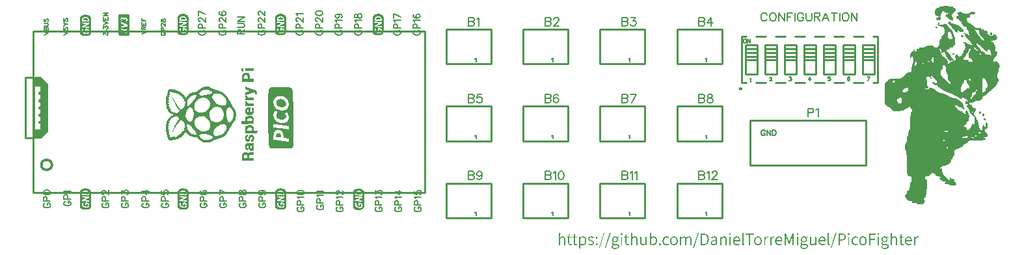
<source format=gto>
G04 Layer: TopSilkscreenLayer*
G04 EasyEDA v6.5.15, 2022-09-02 19:13:46*
G04 7dfffcf241994c68a0b0b9662bae6326,4d9b886a9f2f4cb0bf4fdc89abf0ebec,10*
G04 Gerber Generator version 0.2*
G04 Scale: 100 percent, Rotated: No, Reflected: No *
G04 Dimensions in millimeters *
G04 leading zeros omitted , absolute positions ,4 integer and 5 decimal *
%FSLAX45Y45*%
%MOMM*%

%ADD10C,0.1800*%
%ADD11C,0.2032*%
%ADD12C,0.1524*%
%ADD13C,0.2540*%
%ADD14C,0.3000*%
%ADD15C,0.0149*%

%LPD*%
G36*
X1611376Y8688476D02*
G01*
X1605534Y8688425D01*
X1599793Y8688070D01*
X1588566Y8686444D01*
X1577949Y8683701D01*
X1572920Y8681872D01*
X1568145Y8679840D01*
X1563573Y8677554D01*
X1559306Y8675014D01*
X1555343Y8672220D01*
X1551736Y8669172D01*
X1546453Y8663736D01*
X1543050Y8659926D01*
X1540408Y8656116D01*
X1539290Y8653932D01*
X1538376Y8651494D01*
X1536954Y8645347D01*
X1535988Y8636812D01*
X1535379Y8625078D01*
X1535125Y8609431D01*
X1560677Y8609330D01*
X1560728Y8612124D01*
X1565656Y8629294D01*
X1567637Y8634526D01*
X1569821Y8639048D01*
X1572310Y8642959D01*
X1575104Y8646312D01*
X1578406Y8649258D01*
X1582216Y8651900D01*
X1586585Y8654389D01*
X1591208Y8656370D01*
X1596085Y8657844D01*
X1601165Y8658809D01*
X1606397Y8659266D01*
X1611680Y8659215D01*
X1616913Y8658707D01*
X1622094Y8657742D01*
X1627073Y8656320D01*
X1631797Y8654491D01*
X1636166Y8652205D01*
X1640128Y8649462D01*
X1643634Y8646363D01*
X1647240Y8641689D01*
X1650441Y8635796D01*
X1653184Y8629142D01*
X1655267Y8622080D01*
X1656689Y8615121D01*
X1657299Y8608568D01*
X1656943Y8602929D01*
X1655622Y8598611D01*
X1654403Y8596934D01*
X1652117Y8596122D01*
X1647698Y8596071D01*
X1586026Y8599424D01*
X1576374Y8600236D01*
X1569364Y8601049D01*
X1565910Y8601811D01*
X1563522Y8603691D01*
X1561693Y8606383D01*
X1560677Y8609330D01*
X1535124Y8609330D01*
X1535102Y8532876D01*
X1559966Y8532876D01*
X1561896Y8536686D01*
X1569720Y8540597D01*
X1604213Y8555685D01*
X1616202Y8561171D01*
X1622806Y8564575D01*
X1624330Y8565642D01*
X1624838Y8566353D01*
X1624228Y8566861D01*
X1622501Y8567369D01*
X1615338Y8568385D01*
X1603044Y8569350D01*
X1571599Y8571230D01*
X1563776Y8572855D01*
X1560525Y8575802D01*
X1560220Y8580678D01*
X1560677Y8582964D01*
X1561744Y8584285D01*
X1564030Y8584946D01*
X1568094Y8585352D01*
X1578254Y8585200D01*
X1622298Y8582202D01*
X1645716Y8581085D01*
X1652981Y8580374D01*
X1656435Y8579256D01*
X1658213Y8577326D01*
X1659839Y8574481D01*
X1660347Y8571890D01*
X1659382Y8569299D01*
X1656537Y8566404D01*
X1651406Y8562898D01*
X1643735Y8558530D01*
X1618945Y8545779D01*
X1596085Y8534349D01*
X1606550Y8533130D01*
X1637030Y8530945D01*
X1646885Y8529777D01*
X1653997Y8528405D01*
X1657451Y8526983D01*
X1658467Y8525103D01*
X1659432Y8522055D01*
X1659534Y8518144D01*
X1657705Y8515350D01*
X1654200Y8513927D01*
X1649222Y8513978D01*
X1582826Y8520785D01*
X1567078Y8522208D01*
X1563116Y8523986D01*
X1560576Y8528050D01*
X1559966Y8532876D01*
X1535102Y8532876D01*
X1535475Y8480552D01*
X1561744Y8480552D01*
X1562150Y8484057D01*
X1565605Y8496198D01*
X1567637Y8500465D01*
X1569974Y8502497D01*
X1572971Y8502802D01*
X1576527Y8501430D01*
X1578762Y8498484D01*
X1579626Y8494064D01*
X1578051Y8481974D01*
X1578406Y8476234D01*
X1580032Y8471103D01*
X1582928Y8466480D01*
X1587195Y8462416D01*
X1592884Y8458809D01*
X1599996Y8455609D01*
X1608582Y8452764D01*
X1616354Y8450884D01*
X1622602Y8450173D01*
X1628089Y8450681D01*
X1633524Y8452358D01*
X1637944Y8454999D01*
X1641246Y8458911D01*
X1643278Y8463838D01*
X1643989Y8469680D01*
X1643430Y8475065D01*
X1641703Y8479282D01*
X1638655Y8482736D01*
X1634134Y8485530D01*
X1628698Y8487664D01*
X1625396Y8487511D01*
X1623771Y8484819D01*
X1623364Y8479282D01*
X1622044Y8471357D01*
X1618894Y8466886D01*
X1614881Y8466582D01*
X1611071Y8471052D01*
X1609039Y8478012D01*
X1607769Y8487105D01*
X1607515Y8495792D01*
X1608480Y8501380D01*
X1610715Y8503513D01*
X1614525Y8504478D01*
X1620062Y8504326D01*
X1627479Y8502954D01*
X1634744Y8500821D01*
X1641093Y8497976D01*
X1646478Y8494522D01*
X1650847Y8490305D01*
X1654251Y8485479D01*
X1656740Y8479993D01*
X1658213Y8473795D01*
X1658670Y8466988D01*
X1658264Y8459012D01*
X1656892Y8452307D01*
X1654505Y8446820D01*
X1651050Y8442502D01*
X1646428Y8439251D01*
X1640636Y8437016D01*
X1633575Y8435695D01*
X1625142Y8435289D01*
X1617878Y8435644D01*
X1610817Y8436610D01*
X1603908Y8438134D01*
X1597304Y8440216D01*
X1591056Y8442756D01*
X1585214Y8445804D01*
X1579930Y8449208D01*
X1575206Y8452967D01*
X1571142Y8457082D01*
X1567789Y8461451D01*
X1565249Y8466074D01*
X1563624Y8470900D01*
X1562201Y8476792D01*
X1561744Y8480552D01*
X1535475Y8480552D01*
X1535734Y8463127D01*
X1536293Y8450021D01*
X1538782Y8443569D01*
X1542135Y8437473D01*
X1546301Y8431784D01*
X1551228Y8426602D01*
X1556867Y8421928D01*
X1563116Y8417864D01*
X1569923Y8414410D01*
X1577238Y8411718D01*
X1581150Y8410752D01*
X1585823Y8409940D01*
X1596999Y8408873D01*
X1609344Y8408517D01*
X1621739Y8408873D01*
X1632915Y8409940D01*
X1637588Y8410752D01*
X1641551Y8411718D01*
X1646986Y8413648D01*
X1652168Y8415985D01*
X1657096Y8418677D01*
X1661668Y8421725D01*
X1665884Y8425078D01*
X1669745Y8428736D01*
X1673199Y8432698D01*
X1676247Y8436864D01*
X1678838Y8441232D01*
X1680972Y8445804D01*
X1682597Y8450580D01*
X1683969Y8457031D01*
X1684629Y8468715D01*
X1685036Y8489899D01*
X1685086Y8521954D01*
X1684528Y8642400D01*
X1677314Y8656523D01*
X1674520Y8660688D01*
X1671421Y8664600D01*
X1667916Y8668258D01*
X1664157Y8671560D01*
X1660042Y8674658D01*
X1655622Y8677402D01*
X1650847Y8679891D01*
X1645818Y8682075D01*
X1640484Y8683955D01*
X1634845Y8685530D01*
X1628952Y8686749D01*
X1623110Y8687663D01*
X1617218Y8688222D01*
G37*
G36*
X1607972Y8644432D02*
G01*
X1602638Y8643823D01*
X1597456Y8642350D01*
X1592478Y8640064D01*
X1587804Y8636863D01*
X1584655Y8633460D01*
X1581861Y8628888D01*
X1579880Y8624112D01*
X1579118Y8619896D01*
X1579270Y8617559D01*
X1579829Y8615934D01*
X1580845Y8614968D01*
X1582470Y8614359D01*
X1593037Y8613343D01*
X1611782Y8612276D01*
X1629968Y8611565D01*
X1639011Y8611666D01*
X1640839Y8612987D01*
X1641602Y8615273D01*
X1641449Y8618778D01*
X1640281Y8623554D01*
X1638300Y8628430D01*
X1635506Y8632698D01*
X1632000Y8636355D01*
X1627886Y8639352D01*
X1623364Y8641740D01*
X1618437Y8643366D01*
X1613255Y8644280D01*
G37*
G36*
X988110Y7876235D02*
G01*
X971499Y7876082D01*
X957173Y7875676D01*
X946658Y7875066D01*
X941476Y7874355D01*
X941069Y7874101D01*
X940155Y7872120D01*
X939546Y7868818D01*
X938479Y7855813D01*
X937768Y7831531D01*
X937209Y7792618D01*
X936650Y7634224D01*
X936650Y7415225D01*
X951992Y7415225D01*
X952195Y7580477D01*
X953058Y7700162D01*
X953668Y7735925D01*
X954024Y7746288D01*
X954481Y7751216D01*
X957834Y7751876D01*
X975461Y7753045D01*
X1018133Y7754010D01*
X1019860Y7682382D01*
X1010869Y7682382D01*
X1004671Y7681468D01*
X1000760Y7678267D01*
X998728Y7672120D01*
X998169Y7662367D01*
X998728Y7652664D01*
X1000760Y7646517D01*
X1004620Y7643317D01*
X1010767Y7642352D01*
X1019657Y7642352D01*
X1019556Y7601254D01*
X1018692Y7593482D01*
X1016457Y7590536D01*
X1012088Y7590078D01*
X1006195Y7588656D01*
X1001776Y7584440D01*
X999083Y7577683D01*
X998169Y7568539D01*
X999083Y7559395D01*
X1001776Y7552639D01*
X1006195Y7548422D01*
X1012088Y7547000D01*
X1016457Y7546543D01*
X1018692Y7543546D01*
X1019556Y7535773D01*
X1019657Y7494676D01*
X1010767Y7494676D01*
X1004620Y7493762D01*
X1000760Y7490561D01*
X998728Y7484414D01*
X998169Y7474661D01*
X998728Y7464958D01*
X1000760Y7458811D01*
X1004620Y7455611D01*
X1010767Y7454696D01*
X1019657Y7454696D01*
X1019556Y7413599D01*
X1018692Y7405776D01*
X1016457Y7402830D01*
X1012088Y7402372D01*
X1006195Y7400950D01*
X1001776Y7396734D01*
X999083Y7389977D01*
X998169Y7380833D01*
X999083Y7371689D01*
X1001776Y7364933D01*
X1006195Y7360716D01*
X1012088Y7359294D01*
X1016457Y7358837D01*
X1018692Y7355890D01*
X1019556Y7348118D01*
X1019657Y7306970D01*
X1010767Y7306970D01*
X1004620Y7306056D01*
X1000760Y7302855D01*
X998728Y7296708D01*
X998169Y7287006D01*
X998728Y7277252D01*
X1000760Y7271105D01*
X1004671Y7267905D01*
X1010869Y7266990D01*
X1019860Y7266990D01*
X1018133Y7194702D01*
X977544Y7193584D01*
X967486Y7193635D01*
X959916Y7193940D01*
X956056Y7194448D01*
X955649Y7194956D01*
X954836Y7198055D01*
X954176Y7204405D01*
X953617Y7214666D01*
X952753Y7249007D01*
X952296Y7305802D01*
X951992Y7415225D01*
X936650Y7415225D01*
X937056Y7231837D01*
X937615Y7131964D01*
X938377Y7081723D01*
X938631Y7078268D01*
X940003Y7077862D01*
X947521Y7077151D01*
X960221Y7076592D01*
X976579Y7076287D01*
X1030630Y7076236D01*
X1124305Y7165949D01*
X1124305Y7782306D01*
X1029868Y7876235D01*
G37*
G36*
X4015486Y7742428D02*
G01*
X4005021Y7729778D01*
X4002836Y7726476D01*
X4000855Y7722819D01*
X3999077Y7718856D01*
X3997451Y7714488D01*
X3995978Y7709662D01*
X3993489Y7698282D01*
X3991406Y7684262D01*
X3989425Y7664399D01*
X3988714Y7643622D01*
X3987738Y7548168D01*
X4055922Y7548168D01*
X4056176Y7559090D01*
X4056684Y7563713D01*
X4057497Y7568031D01*
X4058615Y7572248D01*
X4060088Y7576464D01*
X4061968Y7580934D01*
X4066997Y7590586D01*
X4070045Y7595209D01*
X4073347Y7599629D01*
X4077004Y7603845D01*
X4080865Y7607808D01*
X4085031Y7611516D01*
X4089349Y7614920D01*
X4093870Y7617968D01*
X4098544Y7620711D01*
X4103319Y7623098D01*
X4108196Y7625080D01*
X4113123Y7626603D01*
X4118356Y7627721D01*
X4124350Y7628534D01*
X4130954Y7629042D01*
X4137964Y7629194D01*
X4145279Y7629093D01*
X4152747Y7628686D01*
X4167327Y7627061D01*
X4174236Y7625842D01*
X4180586Y7624419D01*
X4186275Y7622794D01*
X4191152Y7620914D01*
X4196130Y7618475D01*
X4201210Y7615529D01*
X4206240Y7612176D01*
X4211269Y7608468D01*
X4216146Y7604455D01*
X4220870Y7600188D01*
X4225442Y7595666D01*
X4229709Y7590993D01*
X4233672Y7586167D01*
X4237278Y7581290D01*
X4240479Y7576413D01*
X4243222Y7571587D01*
X4245965Y7565542D01*
X4248302Y7558989D01*
X4250182Y7552080D01*
X4251604Y7544866D01*
X4252620Y7537500D01*
X4253230Y7530033D01*
X4253331Y7522565D01*
X4252976Y7515199D01*
X4252214Y7508036D01*
X4250944Y7501229D01*
X4249216Y7494778D01*
X4246981Y7488834D01*
X4244848Y7484262D01*
X4242511Y7479944D01*
X4239869Y7475829D01*
X4237075Y7472019D01*
X4234027Y7468412D01*
X4230776Y7465009D01*
X4227372Y7461859D01*
X4220006Y7456271D01*
X4212031Y7451598D01*
X4207865Y7449566D01*
X4203547Y7447788D01*
X4194606Y7444892D01*
X4190034Y7443774D01*
X4180586Y7442200D01*
X4170883Y7441488D01*
X4161078Y7441590D01*
X4151223Y7442555D01*
X4146296Y7443317D01*
X4136542Y7445502D01*
X4126941Y7448499D01*
X4117543Y7452258D01*
X4108500Y7456830D01*
X4104132Y7459370D01*
X4095800Y7465110D01*
X4091787Y7468209D01*
X4084269Y7475067D01*
X4080764Y7478725D01*
X4074312Y7486650D01*
X4068673Y7495286D01*
X4066184Y7499858D01*
X4061917Y7509560D01*
X4060190Y7514640D01*
X4058564Y7521295D01*
X4057243Y7529830D01*
X4056329Y7539126D01*
X4055922Y7548168D01*
X3987738Y7548168D01*
X3987546Y7381443D01*
X4055973Y7381443D01*
X4056075Y7387691D01*
X4056532Y7393787D01*
X4057294Y7399578D01*
X4058412Y7405065D01*
X4059885Y7410094D01*
X4061663Y7414615D01*
X4064508Y7420051D01*
X4068064Y7425588D01*
X4071772Y7430566D01*
X4075277Y7434376D01*
X4083100Y7441539D01*
X4092956Y7433309D01*
X4096715Y7429804D01*
X4099560Y7426452D01*
X4101388Y7423200D01*
X4102252Y7419797D01*
X4102201Y7416190D01*
X4101236Y7412278D01*
X4099306Y7407909D01*
X4093972Y7398003D01*
X4092092Y7392822D01*
X4090974Y7387437D01*
X4090568Y7381900D01*
X4090873Y7376109D01*
X4091940Y7370216D01*
X4093667Y7364222D01*
X4096105Y7358125D01*
X4098798Y7352741D01*
X4101541Y7348118D01*
X4104538Y7344105D01*
X4107992Y7340600D01*
X4111955Y7337348D01*
X4116628Y7334351D01*
X4122165Y7331354D01*
X4128719Y7328306D01*
X4134510Y7326020D01*
X4140454Y7324191D01*
X4146550Y7322820D01*
X4152696Y7321905D01*
X4158894Y7321346D01*
X4165041Y7321296D01*
X4171086Y7321600D01*
X4177029Y7322362D01*
X4182821Y7323480D01*
X4188358Y7325004D01*
X4193590Y7326884D01*
X4198518Y7329170D01*
X4203090Y7331811D01*
X4207205Y7334808D01*
X4210862Y7338212D01*
X4213961Y7341870D01*
X4216857Y7346899D01*
X4218838Y7352741D01*
X4220006Y7359091D01*
X4220362Y7365746D01*
X4219803Y7372451D01*
X4218432Y7378903D01*
X4216196Y7384948D01*
X4208119Y7398512D01*
X4206849Y7404760D01*
X4209542Y7410196D01*
X4216298Y7416088D01*
X4226255Y7423454D01*
X4237837Y7409332D01*
X4240479Y7405370D01*
X4242917Y7401153D01*
X4245051Y7396734D01*
X4246981Y7392111D01*
X4248658Y7387234D01*
X4250080Y7382205D01*
X4251248Y7376922D01*
X4252163Y7371537D01*
X4252823Y7365949D01*
X4253230Y7360208D01*
X4253382Y7354316D01*
X4253128Y7346543D01*
X4252315Y7339177D01*
X4251045Y7332218D01*
X4249166Y7325715D01*
X4246778Y7319568D01*
X4243832Y7313828D01*
X4240326Y7308443D01*
X4236262Y7303363D01*
X4231640Y7298690D01*
X4226407Y7294321D01*
X4220565Y7290257D01*
X4214164Y7286447D01*
X4210304Y7284516D01*
X4206494Y7282992D01*
X4202430Y7281824D01*
X4197858Y7280909D01*
X4185970Y7279944D01*
X4168597Y7279690D01*
X4149851Y7279944D01*
X4143095Y7280402D01*
X4137355Y7281214D01*
X4132173Y7282484D01*
X4126992Y7284313D01*
X4114647Y7290003D01*
X4108602Y7293203D01*
X4102811Y7296708D01*
X4097274Y7300468D01*
X4092041Y7304531D01*
X4087114Y7308850D01*
X4082542Y7313422D01*
X4078224Y7318197D01*
X4074312Y7323226D01*
X4070705Y7328408D01*
X4067505Y7333792D01*
X4064711Y7339380D01*
X4062272Y7345121D01*
X4060393Y7350607D01*
X4058818Y7356449D01*
X4057599Y7362545D01*
X4056735Y7368794D01*
X4056176Y7375093D01*
X4055973Y7381443D01*
X3987546Y7381443D01*
X3988294Y7219492D01*
X4055719Y7219492D01*
X4055719Y7240981D01*
X4055922Y7250684D01*
X4056634Y7257338D01*
X4057853Y7261250D01*
X4059631Y7262520D01*
X4090263Y7259167D01*
X4253382Y7239508D01*
X4253382Y7218019D01*
X4253128Y7208316D01*
X4252417Y7201611D01*
X4251198Y7197750D01*
X4249420Y7196480D01*
X4218787Y7199833D01*
X4055719Y7219492D01*
X3988294Y7219492D01*
X3988765Y7165644D01*
X3989476Y7113371D01*
X3990555Y7059218D01*
X4054957Y7059218D01*
X4056735Y7114438D01*
X4057243Y7124547D01*
X4057904Y7132878D01*
X4058716Y7139736D01*
X4059732Y7145426D01*
X4061002Y7150404D01*
X4062577Y7154875D01*
X4064558Y7159244D01*
X4066946Y7163663D01*
X4069740Y7167625D01*
X4072890Y7171283D01*
X4076344Y7174534D01*
X4080103Y7177430D01*
X4084116Y7179919D01*
X4088384Y7182053D01*
X4092803Y7183831D01*
X4097426Y7185304D01*
X4102201Y7186371D01*
X4107078Y7187082D01*
X4112056Y7187438D01*
X4117035Y7187438D01*
X4122064Y7187133D01*
X4127093Y7186422D01*
X4132072Y7185406D01*
X4136999Y7184085D01*
X4141825Y7182408D01*
X4146550Y7180376D01*
X4151122Y7178040D01*
X4155490Y7175398D01*
X4159605Y7172401D01*
X4163517Y7169099D01*
X4167174Y7165492D01*
X4170476Y7161580D01*
X4173474Y7157313D01*
X4176115Y7152792D01*
X4178350Y7147915D01*
X4180027Y7142175D01*
X4181652Y7133437D01*
X4183024Y7122922D01*
X4184040Y7111847D01*
X4185920Y7085177D01*
X4253382Y7076236D01*
X4253382Y7034631D01*
X4072229Y7056881D01*
X4054957Y7059218D01*
X3990555Y7059218D01*
X3991660Y7026656D01*
X3992422Y7013143D01*
X3993337Y7001865D01*
X3994505Y6992467D01*
X3995877Y6984644D01*
X3997553Y6978091D01*
X3999585Y6972503D01*
X4001973Y6967524D01*
X4006291Y6960463D01*
X4009898Y6955993D01*
X4013911Y6953402D01*
X4019346Y6952132D01*
X4033621Y6951573D01*
X4038904Y6950913D01*
X4042816Y6949897D01*
X4044797Y6948627D01*
X4047337Y6947357D01*
X4052824Y6946341D01*
X4060393Y6945579D01*
X4124756Y6944664D01*
X4134662Y6944715D01*
X4157979Y6945630D01*
X4181398Y6947458D01*
X4209592Y6950557D01*
X4217212Y6951116D01*
X4231132Y6951268D01*
X4245356Y6950202D01*
X4264863Y6947865D01*
X4274261Y6947255D01*
X4281830Y6947458D01*
X4287926Y6948627D01*
X4292803Y6950913D01*
X4296918Y6954316D01*
X4300575Y6958990D01*
X4304080Y6965035D01*
X4311142Y6978497D01*
X4311954Y7322413D01*
X4311802Y7464907D01*
X4311294Y7533640D01*
X4310430Y7589367D01*
X4309211Y7633360D01*
X4307586Y7666736D01*
X4306570Y7679842D01*
X4305452Y7690764D01*
X4304233Y7699603D01*
X4302912Y7706512D01*
X4301439Y7711744D01*
X4300626Y7713725D01*
X4297375Y7719466D01*
X4294073Y7724038D01*
X4290720Y7727696D01*
X4285437Y7731455D01*
X4283760Y7733080D01*
X4282897Y7734604D01*
X4283100Y7736433D01*
X4282744Y7736992D01*
X4280509Y7738008D01*
X4276191Y7738872D01*
X4269689Y7739634D01*
X4260900Y7740345D01*
X4236262Y7741361D01*
X4201515Y7742021D01*
X4155998Y7742377D01*
G37*
G36*
X4147413Y7588503D02*
G01*
X4141724Y7588351D01*
X4136136Y7587843D01*
X4130649Y7586929D01*
X4125264Y7585659D01*
X4120134Y7583982D01*
X4115206Y7581900D01*
X4110482Y7579410D01*
X4106113Y7576566D01*
X4102049Y7573314D01*
X4096918Y7568082D01*
X4093768Y7562850D01*
X4092041Y7555992D01*
X4091076Y7546035D01*
X4090771Y7536383D01*
X4091482Y7529017D01*
X4093362Y7522819D01*
X4096715Y7516622D01*
X4099661Y7512202D01*
X4102811Y7508189D01*
X4106113Y7504480D01*
X4109618Y7501178D01*
X4113428Y7498181D01*
X4117492Y7495489D01*
X4121861Y7493101D01*
X4126534Y7491018D01*
X4131614Y7489139D01*
X4137050Y7487564D01*
X4142943Y7486142D01*
X4149293Y7484973D01*
X4156049Y7484059D01*
X4162602Y7483652D01*
X4169003Y7483652D01*
X4175150Y7484059D01*
X4181043Y7484922D01*
X4186631Y7486192D01*
X4191914Y7487869D01*
X4196842Y7489901D01*
X4201414Y7492288D01*
X4205579Y7495031D01*
X4209338Y7498130D01*
X4212640Y7501585D01*
X4215434Y7505293D01*
X4217720Y7509306D01*
X4219498Y7513675D01*
X4220667Y7518247D01*
X4221581Y7525054D01*
X4221734Y7531506D01*
X4221073Y7537653D01*
X4219600Y7543546D01*
X4217263Y7549235D01*
X4214114Y7554772D01*
X4210100Y7560157D01*
X4205224Y7565542D01*
X4201007Y7569403D01*
X4196435Y7572959D01*
X4191609Y7576108D01*
X4186580Y7578953D01*
X4181297Y7581442D01*
X4175861Y7583525D01*
X4170324Y7585252D01*
X4164634Y7586624D01*
X4158945Y7587640D01*
X4153154Y7588250D01*
G37*
G36*
X4118406Y7143089D02*
G01*
X4112818Y7142937D01*
X4107637Y7142378D01*
X4103115Y7141413D01*
X4099560Y7140041D01*
X4096258Y7137044D01*
X4093260Y7132015D01*
X4090670Y7125716D01*
X4088739Y7118807D01*
X4087520Y7111898D01*
X4087164Y7105650D01*
X4087926Y7100773D01*
X4089857Y7097979D01*
X4092803Y7096963D01*
X4098391Y7095744D01*
X4114444Y7093102D01*
X4132275Y7090918D01*
X4139946Y7090206D01*
X4145940Y7089952D01*
X4151680Y7090156D01*
X4154728Y7091680D01*
X4155897Y7095490D01*
X4156100Y7102754D01*
X4155744Y7108850D01*
X4154779Y7114844D01*
X4153204Y7120483D01*
X4151071Y7125665D01*
X4148531Y7130288D01*
X4145534Y7134250D01*
X4142181Y7137450D01*
X4138574Y7139635D01*
X4134408Y7141108D01*
X4129481Y7142175D01*
X4124045Y7142835D01*
G37*
G36*
X3637787Y7985607D02*
G01*
X3637787Y7954619D01*
X3661714Y7951114D01*
X3661714Y7985607D01*
G37*
G36*
X3685641Y7985607D02*
G01*
X3685641Y7953756D01*
X3801262Y7953756D01*
X3801262Y7985607D01*
G37*
G36*
X3677818Y7933791D02*
G01*
X3652723Y7911388D01*
X3648862Y7887208D01*
X3647643Y7876235D01*
X3646728Y7863789D01*
X3646094Y7850073D01*
X3673703Y7850073D01*
X3673703Y7885988D01*
X3689654Y7901889D01*
X3696614Y7901838D01*
X3702913Y7901025D01*
X3708146Y7898485D01*
X3712718Y7893964D01*
X3716934Y7887208D01*
X3721557Y7878521D01*
X3721557Y7850073D01*
X3646094Y7850073D01*
X3645763Y7819542D01*
X3651097Y7814208D01*
X3801262Y7814208D01*
X3801262Y7850073D01*
X3745433Y7850073D01*
X3745433Y7899908D01*
X3729482Y7926019D01*
X3719271Y7929930D01*
X3714089Y7931403D01*
X3707485Y7932674D01*
X3700322Y7933486D01*
X3693414Y7933791D01*
G37*
G36*
X3685641Y7751318D02*
G01*
X3685641Y7715046D01*
X3745484Y7697063D01*
X3742486Y7694168D01*
X3739286Y7692491D01*
X3732733Y7689951D01*
X3723843Y7686954D01*
X3687673Y7676235D01*
X3685286Y7618120D01*
X3694023Y7607604D01*
X3685641Y7602423D01*
X3685641Y7574737D01*
X3691229Y7572603D01*
X3693363Y7572197D01*
X3703116Y7571638D01*
X3718458Y7571384D01*
X3737610Y7571536D01*
X3799281Y7573009D01*
X3801719Y7606893D01*
X3721811Y7606893D01*
X3712972Y7623454D01*
X3717188Y7634528D01*
X3687673Y7640066D01*
X3695852Y7642606D01*
X3798773Y7679232D01*
X3816604Y7671104D01*
X3819194Y7652766D01*
X3845102Y7650225D01*
X3845102Y7685227D01*
X3835806Y7694015D01*
X3831234Y7697673D01*
X3825798Y7701229D01*
X3820109Y7704277D01*
X3785463Y7716418D01*
X3721303Y7739329D01*
X3695090Y7748473D01*
G37*
G36*
X3160826Y7750403D02*
G01*
X3135122Y7741615D01*
X3123285Y7736382D01*
X3111754Y7730032D01*
X3106166Y7726425D01*
X3100628Y7722514D01*
X3095193Y7718348D01*
X3089859Y7713929D01*
X3084626Y7709255D01*
X3074517Y7699044D01*
X3059430Y7682636D01*
X3042716Y7682484D01*
X3037128Y7681975D01*
X3024886Y7680096D01*
X3011830Y7677200D01*
X2998774Y7673543D01*
X2986532Y7669275D01*
X2975864Y7664551D01*
X2957779Y7655458D01*
X2950661Y7647736D01*
X3087624Y7647736D01*
X3087624Y7660894D01*
X3112363Y7690866D01*
X3153410Y7712049D01*
X3209239Y7711744D01*
X3227171Y7703718D01*
X3234740Y7699908D01*
X3242056Y7695539D01*
X3248253Y7691170D01*
X3252571Y7687309D01*
X3260039Y7678928D01*
X3257803Y7673035D01*
X3255772Y7669428D01*
X3252571Y7665923D01*
X3248101Y7662570D01*
X3242360Y7659319D01*
X3235198Y7656118D01*
X3226663Y7652969D01*
X3216605Y7649870D01*
X3205022Y7646670D01*
X3173374Y7638592D01*
X3112770Y7637322D01*
X3087624Y7647736D01*
X2950661Y7647736D01*
X2934970Y7630515D01*
X2923743Y7617053D01*
X2920593Y7612634D01*
X2915767Y7604912D01*
X2913430Y7610602D01*
X2911856Y7613446D01*
X2909265Y7617053D01*
X2906064Y7620914D01*
X2898698Y7628636D01*
X2890367Y7638948D01*
X2886964Y7643926D01*
X2879902Y7655102D01*
X2861818Y7661960D01*
X2848914Y7681671D01*
X2837738Y7684465D01*
X2833217Y7685836D01*
X2829204Y7687564D01*
X2826054Y7689342D01*
X2824276Y7691018D01*
X2821228Y7693253D01*
X2814675Y7696555D01*
X2805582Y7700518D01*
X2794863Y7704632D01*
X2767787Y7714437D01*
X2760370Y7709865D01*
X2749956Y7718552D01*
X2695752Y7714488D01*
X2684983Y7705598D01*
X2684983Y7696962D01*
X2684373Y7692339D01*
X2682646Y7686243D01*
X2680106Y7679436D01*
X2677007Y7672679D01*
X2669032Y7657033D01*
X2669032Y7635290D01*
X2665476Y7633055D01*
X2663850Y7631125D01*
X2662224Y7627467D01*
X2660751Y7622184D01*
X2659329Y7615326D01*
X2658059Y7606893D01*
X2656890Y7597089D01*
X2655874Y7585913D01*
X2653334Y7545984D01*
X2653480Y7545120D01*
X2681630Y7545120D01*
X2681884Y7546594D01*
X2684983Y7545120D01*
X2688996Y7542631D01*
X2696870Y7547508D01*
X2683408Y7574280D01*
X2681630Y7579817D01*
X2683713Y7581239D01*
X2689656Y7579969D01*
X2698292Y7577683D01*
X2694381Y7588148D01*
X2691688Y7596987D01*
X2688132Y7610856D01*
X2700985Y7610856D01*
X2695651Y7656728D01*
X2708910Y7645806D01*
X2708910Y7663535D01*
X2709113Y7670647D01*
X2709570Y7676743D01*
X2710281Y7681315D01*
X2711196Y7683601D01*
X2713482Y7685836D01*
X2728722Y7678115D01*
X2733294Y7676337D01*
X2737307Y7675118D01*
X2740253Y7674711D01*
X2745740Y7674660D01*
X2741574Y7690612D01*
X2744876Y7690612D01*
X2746959Y7689596D01*
X2750261Y7686802D01*
X2754223Y7682687D01*
X2758490Y7677658D01*
X2768752Y7664703D01*
X2776169Y7676286D01*
X2773832Y7680452D01*
X2773984Y7681061D01*
X2776220Y7679588D01*
X2780080Y7676388D01*
X2794863Y7663129D01*
X2800756Y7659471D01*
X2803804Y7660386D01*
X2804718Y7665720D01*
X2804871Y7672679D01*
X2816301Y7658811D01*
X2822702Y7650327D01*
X2828950Y7640777D01*
X2831084Y7645755D01*
X2833878Y7649921D01*
X2837332Y7649616D01*
X2841904Y7644638D01*
X2848051Y7634630D01*
X2857144Y7618475D01*
X2867456Y7627010D01*
X2872740Y7608976D01*
X2874670Y7603185D01*
X2876651Y7598308D01*
X2878582Y7594549D01*
X2880410Y7591958D01*
X2881985Y7590637D01*
X2883204Y7590739D01*
X2884017Y7592364D01*
X2884322Y7595616D01*
X2884322Y7600238D01*
X2886608Y7598003D01*
X2887726Y7595565D01*
X2889046Y7590688D01*
X2890469Y7584084D01*
X2894736Y7557058D01*
X2905455Y7559446D01*
X2900629Y7507579D01*
X2898959Y7504328D01*
X2931160Y7504328D01*
X2934919Y7562494D01*
X2957677Y7607503D01*
X2977184Y7622794D01*
X2981807Y7626045D01*
X2986481Y7628991D01*
X2991154Y7631633D01*
X2995930Y7634020D01*
X3000857Y7636154D01*
X3005886Y7638034D01*
X3011119Y7639710D01*
X3022346Y7642402D01*
X3034842Y7644384D01*
X3055772Y7647025D01*
X3055772Y7632039D01*
X3037433Y7604048D01*
X3030321Y7594142D01*
X3022041Y7583271D01*
X3012948Y7571892D01*
X3003296Y7560309D01*
X2993440Y7548930D01*
X2983738Y7538110D01*
X2974492Y7528255D01*
X2966008Y7519670D01*
X2958592Y7512812D01*
X2940812Y7498384D01*
X2931160Y7504328D01*
X2898959Y7504328D01*
X2892856Y7492441D01*
X2889351Y7486192D01*
X2888070Y7484262D01*
X3025241Y7484262D01*
X3025241Y7489342D01*
X3026359Y7503058D01*
X3028594Y7520838D01*
X3044647Y7555077D01*
X3086608Y7593380D01*
X3128416Y7606893D01*
X3142945Y7606893D01*
X3149752Y7606538D01*
X3157575Y7605623D01*
X3161842Y7604912D01*
X3258769Y7604912D01*
X3261055Y7640370D01*
X3288995Y7656728D01*
X3360724Y7656728D01*
X3397707Y7634986D01*
X3432505Y7596073D01*
X3446475Y7555992D01*
X3446475Y7530744D01*
X3434334Y7507325D01*
X3424275Y7504836D01*
X3418738Y7503972D01*
X3411067Y7503515D01*
X3402279Y7503515D01*
X3393440Y7504023D01*
X3372713Y7505750D01*
X3326841Y7526731D01*
X3299561Y7552486D01*
X3289757Y7562748D01*
X3280562Y7573314D01*
X3273044Y7582916D01*
X3270250Y7586980D01*
X3258769Y7604912D01*
X3161842Y7604912D01*
X3165500Y7604302D01*
X3172460Y7602677D01*
X3187547Y7598460D01*
X3215690Y7573772D01*
X3231184Y7543444D01*
X3231184Y7508646D01*
X3218484Y7471409D01*
X3182924Y7431887D01*
X3139948Y7411567D01*
X3087319Y7411567D01*
X3056991Y7427010D01*
X3031947Y7455560D01*
X3028492Y7470952D01*
X3025648Y7481316D01*
X3025241Y7484262D01*
X2888070Y7484262D01*
X2885440Y7480300D01*
X2881172Y7474915D01*
X2876753Y7470038D01*
X2872130Y7465872D01*
X2867456Y7462367D01*
X2862783Y7459675D01*
X2858211Y7457846D01*
X2850083Y7455357D01*
X2832760Y7473797D01*
X2826359Y7481112D01*
X2819958Y7488936D01*
X2813456Y7497470D01*
X2799943Y7516825D01*
X2785262Y7540091D01*
X2748991Y7602423D01*
X2738983Y7618374D01*
X2737358Y7620457D01*
X2736799Y7620660D01*
X2737002Y7618272D01*
X2738577Y7611618D01*
X2741472Y7602728D01*
X2745587Y7592009D01*
X2750667Y7579766D01*
X2756662Y7566355D01*
X2770428Y7537551D01*
X2785516Y7508443D01*
X2793085Y7494676D01*
X2800451Y7481925D01*
X2807411Y7470495D01*
X2813862Y7460843D01*
X2832201Y7436154D01*
X2816402Y7416088D01*
X2788615Y7406944D01*
X2775661Y7409738D01*
X2769616Y7411262D01*
X2763520Y7413193D01*
X2757322Y7415631D01*
X2751074Y7418476D01*
X2744774Y7421829D01*
X2738374Y7425537D01*
X2731973Y7429753D01*
X2712212Y7444384D01*
X2720898Y7453020D01*
X2695041Y7479639D01*
X2706725Y7486853D01*
X2687015Y7507833D01*
X2700934Y7515606D01*
X2684576Y7539939D01*
X2681630Y7545120D01*
X2653480Y7545120D01*
X2663190Y7486040D01*
X2665831Y7467904D01*
X2681020Y7454138D01*
X2681020Y7435443D01*
X2713532Y7403896D01*
X2753004Y7385100D01*
X2712466Y7366152D01*
X2712044Y7365695D01*
X2912110Y7365695D01*
X2915056Y7417511D01*
X2935427Y7457389D01*
X2946755Y7467752D01*
X2951632Y7471968D01*
X2956560Y7475728D01*
X2960979Y7478623D01*
X2964281Y7480300D01*
X2970479Y7482433D01*
X2995472Y7471918D01*
X3011271Y7441031D01*
X3020110Y7392111D01*
X3019390Y7387640D01*
X3221736Y7387640D01*
X3221888Y7393482D01*
X3223869Y7417511D01*
X3239922Y7451598D01*
X3264865Y7476540D01*
X3296970Y7491120D01*
X3332835Y7491222D01*
X3373628Y7472222D01*
X3386734Y7454798D01*
X3391763Y7446721D01*
X3396742Y7437424D01*
X3401110Y7428026D01*
X3410559Y7403490D01*
X3410559Y7371740D01*
X3409786Y7369708D01*
X3442563Y7369708D01*
X3445865Y7438542D01*
X3464407Y7485278D01*
X3484930Y7487666D01*
X3518611Y7451191D01*
X3534816Y7413548D01*
X3535273Y7360869D01*
X3515410Y7317486D01*
X3489502Y7287971D01*
X3470554Y7287971D01*
X3460292Y7308291D01*
X3456482Y7317841D01*
X3452672Y7328916D01*
X3449421Y7340092D01*
X3442563Y7369708D01*
X3409786Y7369708D01*
X3401161Y7347203D01*
X3396843Y7338009D01*
X3392017Y7328916D01*
X3387242Y7321092D01*
X3374898Y7304735D01*
X3333242Y7283958D01*
X3296513Y7283958D01*
X3255721Y7304278D01*
X3242513Y7321956D01*
X3239211Y7326782D01*
X3233572Y7336383D01*
X3229051Y7345984D01*
X3227222Y7350861D01*
X3224377Y7360767D01*
X3222548Y7371080D01*
X3222040Y7376414D01*
X3221736Y7387640D01*
X3019390Y7387640D01*
X3012186Y7342936D01*
X3003956Y7325918D01*
X3000146Y7318756D01*
X2995828Y7311847D01*
X2991561Y7305903D01*
X2987944Y7301890D01*
X3031998Y7301890D01*
X3046628Y7334148D01*
X3059074Y7344613D01*
X3065068Y7349032D01*
X3072130Y7353401D01*
X3079445Y7357160D01*
X3086100Y7359853D01*
X3100730Y7364679D01*
X3153410Y7360920D01*
X3172917Y7350556D01*
X3180943Y7345324D01*
X3189427Y7339025D01*
X3197352Y7332472D01*
X3216300Y7314336D01*
X3235096Y7274001D01*
X3234994Y7230160D01*
X3220466Y7198156D01*
X3206851Y7187844D01*
X3200349Y7183424D01*
X3192729Y7179056D01*
X3184855Y7175246D01*
X3177743Y7172452D01*
X3162249Y7167372D01*
X3117037Y7171436D01*
X3077667Y7191552D01*
X3059277Y7211771D01*
X3050133Y7222693D01*
X3046831Y7227316D01*
X3044139Y7231786D01*
X3041802Y7236358D01*
X3037535Y7247077D01*
X3032201Y7262063D01*
X3031998Y7301890D01*
X2987852Y7301788D01*
X2979928Y7294575D01*
X2956204Y7294575D01*
X2948025Y7301992D01*
X2944012Y7306005D01*
X2939846Y7311034D01*
X2935630Y7316825D01*
X2931464Y7323175D01*
X2927451Y7329982D01*
X2923743Y7337044D01*
X2920390Y7344206D01*
X2917494Y7351268D01*
X2912110Y7365695D01*
X2712044Y7365695D01*
X2681020Y7331964D01*
X2681020Y7317079D01*
X2665069Y7302652D01*
X2665069Y7291070D01*
X2664714Y7285939D01*
X2663850Y7280605D01*
X2662529Y7275626D01*
X2660904Y7271664D01*
X2656738Y7263892D01*
X2655162Y7228128D01*
X2680055Y7228128D01*
X2701747Y7256576D01*
X2684526Y7261098D01*
X2706928Y7284567D01*
X2693517Y7294372D01*
X2721305Y7316520D01*
X2711297Y7328560D01*
X2721051Y7336129D01*
X2726436Y7339888D01*
X2733751Y7344409D01*
X2742133Y7349236D01*
X2770276Y7363714D01*
X2803956Y7363714D01*
X2828493Y7343038D01*
X2828493Y7338059D01*
X2827274Y7334402D01*
X2823921Y7328153D01*
X2818942Y7320127D01*
X2805379Y7300061D01*
X2793542Y7280808D01*
X2782062Y7260488D01*
X2776118Y7249058D01*
X2768854Y7233970D01*
X2761437Y7217664D01*
X2754274Y7201153D01*
X2747924Y7185558D01*
X2742742Y7171994D01*
X2739186Y7161479D01*
X2738170Y7157770D01*
X2737713Y7155230D01*
X2737916Y7154011D01*
X2738577Y7154418D01*
X2742031Y7159091D01*
X2747568Y7168134D01*
X2768854Y7205624D01*
X2783941Y7230516D01*
X2791714Y7242759D01*
X2807258Y7265924D01*
X2821940Y7286294D01*
X2828696Y7294930D01*
X2846120Y7315860D01*
X2859786Y7315860D01*
X2884678Y7294930D01*
X2901137Y7262622D01*
X2902775Y7244791D01*
X2929991Y7244791D01*
X2930093Y7249414D01*
X2932430Y7272629D01*
X2933192Y7274407D01*
X2934258Y7275575D01*
X2935579Y7275982D01*
X2937205Y7275575D01*
X2939440Y7274458D01*
X2945536Y7270038D01*
X2953562Y7263231D01*
X2962960Y7254392D01*
X2973425Y7243978D01*
X2984449Y7232294D01*
X2995676Y7219899D01*
X3006648Y7207046D01*
X3035858Y7171994D01*
X3052855Y7138466D01*
X3271164Y7138466D01*
X3273196Y7153757D01*
X3274618Y7160920D01*
X3276955Y7169099D01*
X3279851Y7177278D01*
X3283051Y7184440D01*
X3290925Y7199782D01*
X3330448Y7239304D01*
X3374237Y7260742D01*
X3420516Y7264400D01*
X3440480Y7248550D01*
X3440277Y7194245D01*
X3417976Y7156703D01*
X3404209Y7144613D01*
X3397504Y7139228D01*
X3389528Y7133539D01*
X3381197Y7128205D01*
X3373577Y7123938D01*
X3356762Y7115352D01*
X3303168Y7111492D01*
X3278276Y7121804D01*
X3271164Y7138466D01*
X3052855Y7138466D01*
X3055416Y7133437D01*
X3052927Y7130948D01*
X3050489Y7129525D01*
X3046882Y7128713D01*
X3042107Y7128560D01*
X3036316Y7129018D01*
X3029610Y7130034D01*
X3022142Y7131710D01*
X3013913Y7133894D01*
X3005074Y7136688D01*
X2980791Y7144918D01*
X2949244Y7175804D01*
X2940253Y7195159D01*
X2938322Y7200290D01*
X2934970Y7211314D01*
X2932379Y7222896D01*
X2930702Y7234326D01*
X2930194Y7239711D01*
X2929991Y7244791D01*
X2902775Y7244791D01*
X2905353Y7216190D01*
X2892298Y7216190D01*
X2892298Y7202576D01*
X2892094Y7196785D01*
X2891637Y7191146D01*
X2890875Y7186320D01*
X2889961Y7182866D01*
X2887675Y7176820D01*
X2877718Y7180630D01*
X2868066Y7148423D01*
X2864561Y7148423D01*
X2863088Y7148779D01*
X2861614Y7149846D01*
X2860344Y7151370D01*
X2859430Y7153249D01*
X2857855Y7158126D01*
X2848457Y7139330D01*
X2842209Y7127849D01*
X2837535Y7121906D01*
X2834081Y7121144D01*
X2831541Y7125360D01*
X2829915Y7130186D01*
X2804820Y7102551D01*
X2804617Y7118146D01*
X2772206Y7086650D01*
X2777236Y7099757D01*
X2768041Y7105446D01*
X2741269Y7079538D01*
X2745740Y7096607D01*
X2739085Y7096607D01*
X2735580Y7096099D01*
X2730906Y7094829D01*
X2725775Y7092848D01*
X2720695Y7090511D01*
X2708910Y7084415D01*
X2708910Y7125462D01*
X2695702Y7114540D01*
X2701442Y7165441D01*
X2688336Y7160412D01*
X2693974Y7187692D01*
X2694940Y7194245D01*
X2681274Y7193229D01*
X2689402Y7212888D01*
X2692501Y7222185D01*
X2692958Y7224674D01*
X2692958Y7228128D01*
X2655162Y7228128D01*
X2652826Y7173925D01*
X2655468Y7171283D01*
X2656738Y7169099D01*
X2658262Y7164984D01*
X2659888Y7159650D01*
X2673908Y7098588D01*
X2684983Y7085990D01*
X2684983Y7064908D01*
X2702915Y7053173D01*
X2771800Y7056069D01*
X2783992Y7062368D01*
X2789326Y7064806D01*
X2794812Y7066838D01*
X2799791Y7068210D01*
X2803652Y7068667D01*
X2811068Y7068667D01*
X2819603Y7076643D01*
X2823413Y7079742D01*
X2827477Y7082281D01*
X2831338Y7084009D01*
X2834436Y7084618D01*
X2840685Y7084618D01*
X2861259Y7103262D01*
X2873400Y7114844D01*
X2884728Y7126478D01*
X2894990Y7137603D01*
X2903626Y7147814D01*
X2910281Y7156653D01*
X2916377Y7166356D01*
X2920796Y7158380D01*
X2924352Y7153503D01*
X2930702Y7146086D01*
X2938932Y7137196D01*
X2962316Y7113879D01*
X3088386Y7113879D01*
X3090570Y7119467D01*
X3092145Y7121956D01*
X3094939Y7124547D01*
X3098495Y7126935D01*
X3102406Y7128814D01*
X3112109Y7132472D01*
X3177336Y7132167D01*
X3204006Y7125614D01*
X3214420Y7122668D01*
X3224987Y7119315D01*
X3234385Y7116064D01*
X3255314Y7107580D01*
X3264204Y7091019D01*
X3238550Y7069581D01*
X3194456Y7055713D01*
X3150819Y7060844D01*
X3129788Y7072172D01*
X3124301Y7075424D01*
X3119628Y7078573D01*
X3115411Y7081875D01*
X3111449Y7085482D01*
X3107537Y7089648D01*
X3103422Y7094474D01*
X3088386Y7113879D01*
X2962316Y7113879D01*
X2971139Y7105192D01*
X3024682Y7088631D01*
X3058007Y7088631D01*
X3100476Y7045655D01*
X3145434Y7022846D01*
X3213354Y7020102D01*
X3237077Y7030618D01*
X3246780Y7035139D01*
X3255670Y7039660D01*
X3262731Y7043724D01*
X3268878Y7048042D01*
X3275736Y7051548D01*
X3285998Y7055967D01*
X3298444Y7060793D01*
X3312109Y7065721D01*
X3325876Y7070394D01*
X3338728Y7074306D01*
X3349548Y7077202D01*
X3360572Y7079843D01*
X3369360Y7082840D01*
X3378962Y7086701D01*
X3388309Y7090968D01*
X3409696Y7101433D01*
X3449828Y7142429D01*
X3461613Y7164476D01*
X3474008Y7185659D01*
X3487470Y7207199D01*
X3494582Y7219391D01*
X3501796Y7232497D01*
X3508146Y7244994D01*
X3515461Y7260386D01*
X3519982Y7268870D01*
X3523843Y7275118D01*
X3526434Y7278116D01*
X3529177Y7280859D01*
X3533444Y7286193D01*
X3538677Y7293406D01*
X3557524Y7322616D01*
X3565042Y7351877D01*
X3567277Y7362799D01*
X3568954Y7373518D01*
X3569868Y7382611D01*
X3569970Y7386218D01*
X3569766Y7392365D01*
X3569208Y7398766D01*
X3568242Y7405370D01*
X3566922Y7412126D01*
X3565296Y7418984D01*
X3563365Y7425893D01*
X3561130Y7432802D01*
X3558641Y7439659D01*
X3552850Y7453172D01*
X3549650Y7459675D01*
X3546195Y7465974D01*
X3542588Y7472019D01*
X3538778Y7477759D01*
X3534867Y7483195D01*
X3528314Y7491272D01*
X3522675Y7499451D01*
X3516731Y7509306D01*
X3511245Y7519619D01*
X3506419Y7529830D01*
X3500069Y7542123D01*
X3492550Y7555636D01*
X3484829Y7568641D01*
X3470605Y7591196D01*
X3459734Y7609636D01*
X3456686Y7615275D01*
X3452012Y7622336D01*
X3445713Y7630718D01*
X3438651Y7639405D01*
X3417620Y7662925D01*
X3400856Y7672730D01*
X3393440Y7676845D01*
X3385616Y7680756D01*
X3378301Y7684058D01*
X3372408Y7686294D01*
X3277870Y7715554D01*
X3257042Y7729524D01*
X3248456Y7734503D01*
X3239312Y7739227D01*
X3230727Y7743088D01*
X3210255Y7750403D01*
G37*
G36*
X3685641Y7563510D02*
G01*
X3685641Y7539532D01*
X3699611Y7531404D01*
X3685641Y7531150D01*
X3685641Y7499248D01*
X3801262Y7499248D01*
X3801262Y7531150D01*
X3727500Y7531252D01*
X3715816Y7538669D01*
X3714902Y7561072D01*
G37*
G36*
X3713835Y7483297D02*
G01*
X3685641Y7458557D01*
X3685641Y7436662D01*
X3710076Y7436662D01*
X3711752Y7440574D01*
X3716020Y7445349D01*
X3722471Y7451750D01*
X3730701Y7449007D01*
X3733698Y7419543D01*
X3717950Y7419543D01*
X3713886Y7426502D01*
X3710838Y7432395D01*
X3710076Y7436662D01*
X3685641Y7436662D01*
X3685641Y7412685D01*
X3695446Y7402118D01*
X3700119Y7397699D01*
X3705453Y7393482D01*
X3710838Y7389926D01*
X3715664Y7387590D01*
X3726027Y7383627D01*
X3767582Y7383627D01*
X3777437Y7390485D01*
X3781806Y7393787D01*
X3786428Y7397699D01*
X3790746Y7401763D01*
X3794150Y7405420D01*
X3801008Y7413548D01*
X3801262Y7465568D01*
X3789070Y7483043D01*
X3769258Y7474000D01*
X3772052Y7464348D01*
X3778250Y7439406D01*
X3765194Y7419543D01*
X3753408Y7419543D01*
X3753408Y7483297D01*
G37*
G36*
X3745737Y7371588D02*
G01*
X3738778Y7371232D01*
X3731564Y7370368D01*
X3724249Y7368946D01*
X3716731Y7366965D01*
X3701084Y7362291D01*
X3685641Y7342682D01*
X3685641Y7320127D01*
X3710330Y7320127D01*
X3711956Y7323683D01*
X3722776Y7335774D01*
X3769106Y7335774D01*
X3778148Y7318857D01*
X3769563Y7299909D01*
X3717290Y7299909D01*
X3710990Y7315911D01*
X3710330Y7320127D01*
X3685641Y7320127D01*
X3685641Y7309510D01*
X3695242Y7299909D01*
X3637787Y7299909D01*
X3637787Y7268159D01*
X3656685Y7263434D01*
X3799281Y7266025D01*
X3801770Y7295946D01*
X3788714Y7295946D01*
X3801262Y7308443D01*
X3801262Y7346340D01*
X3792321Y7354773D01*
X3787597Y7358735D01*
X3782568Y7362139D01*
X3777183Y7365034D01*
X3771442Y7367422D01*
X3765397Y7369251D01*
X3759098Y7370572D01*
X3752545Y7371334D01*
G37*
G36*
X3747465Y7251598D02*
G01*
X3731514Y7249312D01*
X3724097Y7247940D01*
X3717188Y7246162D01*
X3710787Y7243978D01*
X3704996Y7241438D01*
X3699967Y7238542D01*
X3695649Y7235393D01*
X3692245Y7231989D01*
X3689756Y7228382D01*
X3685641Y7220712D01*
X3685641Y7193788D01*
X3710381Y7193788D01*
X3712514Y7199985D01*
X3713835Y7202830D01*
X3715867Y7205878D01*
X3718306Y7208774D01*
X3720846Y7211212D01*
X3727043Y7216190D01*
X3764127Y7216190D01*
X3778605Y7200239D01*
X3769563Y7180325D01*
X3717950Y7180325D01*
X3710381Y7193788D01*
X3685641Y7193788D01*
X3685641Y7188860D01*
X3698189Y7176312D01*
X3685641Y7176312D01*
X3685641Y7148169D01*
X3690772Y7146188D01*
X3694785Y7145731D01*
X3716020Y7145121D01*
X3759504Y7145223D01*
X3843121Y7146442D01*
X3845560Y7180325D01*
X3799281Y7180275D01*
X3801872Y7226198D01*
X3781755Y7245096D01*
G37*
G36*
X3706317Y7128509D02*
G01*
X3685641Y7103973D01*
X3685641Y7055916D01*
X3710432Y7032802D01*
X3729888Y7032802D01*
X3749141Y7052106D01*
X3758285Y7088378D01*
X3769360Y7097572D01*
X3775354Y7092594D01*
X3777691Y7090206D01*
X3779570Y7087412D01*
X3780840Y7084568D01*
X3781348Y7081977D01*
X3781348Y7076287D01*
X3761384Y7057796D01*
X3761384Y7032802D01*
X3779926Y7032802D01*
X3798265Y7052309D01*
X3803599Y7082637D01*
X3798519Y7112508D01*
X3784092Y7128509D01*
X3753713Y7128509D01*
X3745433Y7119620D01*
X3742080Y7115352D01*
X3738981Y7110374D01*
X3736492Y7105243D01*
X3734968Y7100671D01*
X3732580Y7090613D01*
X3726840Y7070699D01*
X3711549Y7070699D01*
X3709111Y7091934D01*
X3725519Y7097115D01*
X3725519Y7128509D01*
G37*
G36*
X3801262Y7019848D02*
G01*
X3756710Y7017816D01*
X3728161Y7015937D01*
X3718051Y7014972D01*
X3701948Y7012584D01*
X3685641Y6991858D01*
X3685641Y6944461D01*
X3708958Y6921195D01*
X3721557Y6921195D01*
X3721557Y6952081D01*
X3709212Y6962343D01*
X3711549Y6979005D01*
X3733495Y6981494D01*
X3733495Y6980986D01*
X3760622Y6980986D01*
X3763772Y6980580D01*
X3767074Y6979564D01*
X3770122Y6978040D01*
X3772560Y6976211D01*
X3777335Y6971436D01*
X3777335Y6953910D01*
X3764381Y6948931D01*
X3753408Y6958025D01*
X3753408Y6980986D01*
X3733495Y6980986D01*
X3733495Y6944715D01*
X3745179Y6922160D01*
X3751630Y6919671D01*
X3755136Y6918706D01*
X3759962Y6917944D01*
X3765448Y6917385D01*
X3770934Y6917181D01*
X3783837Y6917181D01*
X3801262Y6933438D01*
X3801262Y6972046D01*
X3788816Y6982358D01*
X3801262Y6989368D01*
G37*
G36*
X3801262Y6909511D02*
G01*
X3785870Y6901230D01*
X3752900Y6901230D01*
X3744214Y6896658D01*
X3740556Y6894474D01*
X3737152Y6891934D01*
X3734308Y6889292D01*
X3732377Y6886905D01*
X3729329Y6881672D01*
X3709162Y6895236D01*
X3704336Y6897979D01*
X3700018Y6899757D01*
X3695954Y6900672D01*
X3691839Y6900621D01*
X3687318Y6899757D01*
X3682136Y6898081D01*
X3662375Y6889953D01*
X3649370Y6870141D01*
X3646397Y6817512D01*
X3673703Y6817512D01*
X3673703Y6850786D01*
X3686911Y6865366D01*
X3703980Y6865366D01*
X3713581Y6855815D01*
X3713581Y6817512D01*
X3646397Y6817512D01*
X3644595Y6785609D01*
X3801262Y6785609D01*
X3801262Y6817512D01*
X3741470Y6817512D01*
X3741470Y6855815D01*
X3751021Y6865366D01*
X3785870Y6865366D01*
X3801262Y6873595D01*
G37*
G36*
X2084679Y8694166D02*
G01*
X2056587Y8693607D01*
X2053437Y8692896D01*
X2050592Y8691778D01*
X2048002Y8690152D01*
X2040788Y8683193D01*
X2040788Y8630666D01*
X2066594Y8630666D01*
X2067356Y8637168D01*
X2069439Y8643061D01*
X2072487Y8647226D01*
X2076653Y8650224D01*
X2081580Y8652154D01*
X2086914Y8652916D01*
X2092248Y8652560D01*
X2097227Y8651036D01*
X2101545Y8648293D01*
X2104745Y8644382D01*
X2106625Y8641435D01*
X2108047Y8640318D01*
X2109470Y8641029D01*
X2111298Y8643518D01*
X2114397Y8646617D01*
X2118563Y8648598D01*
X2123541Y8649411D01*
X2128926Y8649157D01*
X2134412Y8647887D01*
X2139645Y8645652D01*
X2144318Y8642451D01*
X2148128Y8638336D01*
X2150465Y8634222D01*
X2152192Y8629446D01*
X2153259Y8624265D01*
X2153716Y8619032D01*
X2153513Y8613851D01*
X2152650Y8609126D01*
X2151176Y8605012D01*
X2148992Y8601760D01*
X2145487Y8598814D01*
X2140966Y8595918D01*
X2136495Y8593785D01*
X2133142Y8592921D01*
X2132228Y8593378D01*
X2131212Y8594750D01*
X2130196Y8596884D01*
X2129282Y8599576D01*
X2128316Y8603437D01*
X2128215Y8605774D01*
X2129231Y8607552D01*
X2137816Y8615019D01*
X2140559Y8619083D01*
X2140102Y8622842D01*
X2136851Y8627262D01*
X2134616Y8629396D01*
X2132482Y8630767D01*
X2129942Y8631529D01*
X2126691Y8631885D01*
X2122271Y8631529D01*
X2119071Y8630005D01*
X2116937Y8627059D01*
X2114905Y8620455D01*
X2113889Y8619286D01*
X2112111Y8618728D01*
X2106168Y8618728D01*
X2104491Y8619236D01*
X2103780Y8620404D01*
X2103628Y8622588D01*
X2103069Y8625789D01*
X2101646Y8629243D01*
X2099614Y8632393D01*
X2097278Y8634679D01*
X2094636Y8635492D01*
X2090775Y8635695D01*
X2086711Y8635288D01*
X2083562Y8634272D01*
X2081174Y8631732D01*
X2080717Y8628075D01*
X2082088Y8623909D01*
X2085238Y8619896D01*
X2090064Y8616086D01*
X2090928Y8615781D01*
X2091436Y8615121D01*
X2091842Y8613394D01*
X2092198Y8607755D01*
X2092096Y8603691D01*
X2091791Y8601405D01*
X2091080Y8600490D01*
X2089962Y8600592D01*
X2087829Y8601202D01*
X2085898Y8601456D01*
X2082292Y8603234D01*
X2077313Y8607450D01*
X2072436Y8612835D01*
X2069185Y8617813D01*
X2067204Y8624062D01*
X2066594Y8630666D01*
X2040788Y8630666D01*
X2040788Y8524951D01*
X2067915Y8524951D01*
X2068017Y8529574D01*
X2068423Y8532520D01*
X2069185Y8534095D01*
X2070404Y8534806D01*
X2082495Y8537498D01*
X2121865Y8545220D01*
X2129028Y8547049D01*
X2129536Y8547506D01*
X2129332Y8548116D01*
X2128012Y8549030D01*
X2121001Y8552383D01*
X2085339Y8567521D01*
X2072182Y8573363D01*
X2069693Y8574684D01*
X2068575Y8578342D01*
X2067915Y8585047D01*
X2067966Y8591448D01*
X2068779Y8594344D01*
X2081733Y8588248D01*
X2153615Y8552992D01*
X2153513Y8539784D01*
X2153107Y8537092D01*
X2152142Y8535720D01*
X2150414Y8535060D01*
X2083511Y8518804D01*
X2069490Y8515756D01*
X2068830Y8516416D01*
X2068322Y8518245D01*
X2068017Y8521141D01*
X2067915Y8524951D01*
X2040788Y8524951D01*
X2040856Y8482076D01*
X2066594Y8482076D01*
X2067356Y8488629D01*
X2069439Y8494522D01*
X2072487Y8498636D01*
X2076653Y8501684D01*
X2081580Y8503564D01*
X2086914Y8504326D01*
X2092248Y8503970D01*
X2097227Y8502446D01*
X2101545Y8499754D01*
X2104745Y8495842D01*
X2106625Y8492896D01*
X2108047Y8491728D01*
X2109368Y8492236D01*
X2110790Y8494318D01*
X2113127Y8497062D01*
X2116683Y8499348D01*
X2120950Y8500922D01*
X2125370Y8501481D01*
X2131263Y8500414D01*
X2137816Y8497722D01*
X2143810Y8494014D01*
X2148027Y8489899D01*
X2150414Y8485733D01*
X2152142Y8480907D01*
X2153259Y8475776D01*
X2153716Y8470493D01*
X2153513Y8465312D01*
X2152700Y8460587D01*
X2151176Y8456422D01*
X2148992Y8453221D01*
X2145487Y8450224D01*
X2140966Y8447379D01*
X2136495Y8445195D01*
X2133142Y8444331D01*
X2132228Y8444839D01*
X2131212Y8446211D01*
X2130196Y8448294D01*
X2129282Y8450986D01*
X2128316Y8454847D01*
X2128215Y8457184D01*
X2129231Y8458962D01*
X2137816Y8466480D01*
X2140559Y8470544D01*
X2140102Y8474252D01*
X2136851Y8478672D01*
X2134616Y8480856D01*
X2132482Y8482228D01*
X2129942Y8482990D01*
X2126691Y8483295D01*
X2122271Y8482939D01*
X2119071Y8481415D01*
X2116937Y8478520D01*
X2114905Y8471916D01*
X2113889Y8470696D01*
X2112111Y8470188D01*
X2109165Y8470036D01*
X2106168Y8470138D01*
X2104491Y8470646D01*
X2103780Y8471865D01*
X2103628Y8473998D01*
X2103069Y8477199D01*
X2101646Y8480653D01*
X2099614Y8483803D01*
X2097278Y8486089D01*
X2094636Y8486952D01*
X2090775Y8487105D01*
X2086711Y8486698D01*
X2083562Y8485733D01*
X2081174Y8483142D01*
X2080717Y8479485D01*
X2082088Y8475319D01*
X2085238Y8471357D01*
X2090064Y8467496D01*
X2090928Y8467191D01*
X2091436Y8466582D01*
X2091842Y8464854D01*
X2092198Y8459165D01*
X2092096Y8455152D01*
X2091791Y8452815D01*
X2091080Y8451900D01*
X2085898Y8452916D01*
X2082292Y8454644D01*
X2077313Y8458911D01*
X2072436Y8464245D01*
X2069185Y8469274D01*
X2067204Y8475472D01*
X2066594Y8482076D01*
X2040856Y8482076D01*
X2041042Y8451951D01*
X2041499Y8432901D01*
X2041804Y8427516D01*
X2042210Y8424164D01*
X2042718Y8422335D01*
X2044242Y8420100D01*
X2045512Y8418677D01*
X2047087Y8417509D01*
X2049170Y8416594D01*
X2051964Y8415883D01*
X2055672Y8415324D01*
X2066848Y8414664D01*
X2084374Y8414359D01*
X2146249Y8414461D01*
X2160320Y8414969D01*
X2165096Y8415426D01*
X2168702Y8416086D01*
X2171344Y8417001D01*
X2173274Y8418118D01*
X2174798Y8419592D01*
X2177389Y8423452D01*
X2178050Y8424875D01*
X2178659Y8427059D01*
X2179421Y8436406D01*
X2179878Y8456980D01*
X2180031Y8602167D01*
X2179878Y8652459D01*
X2179421Y8672372D01*
X2179066Y8677605D01*
X2178558Y8680754D01*
X2177897Y8682583D01*
X2177135Y8683802D01*
X2173884Y8687460D01*
X2170226Y8690660D01*
X2168804Y8691626D01*
X2166924Y8692337D01*
X2164029Y8692896D01*
X2153005Y8693556D01*
G37*
G36*
X5420055Y8698331D02*
G01*
X5414264Y8698280D01*
X5408523Y8697925D01*
X5402834Y8697264D01*
X5397296Y8696299D01*
X5391912Y8695080D01*
X5386679Y8693556D01*
X5381650Y8691778D01*
X5376824Y8689746D01*
X5372303Y8687409D01*
X5368036Y8684869D01*
X5364073Y8682075D01*
X5360416Y8679078D01*
X5355183Y8673642D01*
X5351780Y8669782D01*
X5349087Y8665972D01*
X5348020Y8663838D01*
X5346293Y8658555D01*
X5345125Y8651290D01*
X5344363Y8641283D01*
X5343803Y8619185D01*
X5369407Y8619185D01*
X5369458Y8622030D01*
X5372455Y8633053D01*
X5374335Y8639149D01*
X5376316Y8644432D01*
X5378551Y8648954D01*
X5380990Y8652814D01*
X5383834Y8656167D01*
X5387086Y8659114D01*
X5390896Y8661806D01*
X5395315Y8664244D01*
X5399887Y8666226D01*
X5404764Y8667699D01*
X5409844Y8668664D01*
X5415076Y8669121D01*
X5420360Y8669121D01*
X5425643Y8668613D01*
X5430774Y8667648D01*
X5435752Y8666226D01*
X5440476Y8664346D01*
X5444896Y8662060D01*
X5448858Y8659368D01*
X5452313Y8656218D01*
X5455920Y8651544D01*
X5459120Y8645702D01*
X5461863Y8638997D01*
X5463997Y8631986D01*
X5465368Y8624976D01*
X5465978Y8618423D01*
X5465673Y8612784D01*
X5464302Y8608466D01*
X5463082Y8606790D01*
X5460847Y8606028D01*
X5456377Y8605926D01*
X5394706Y8609330D01*
X5385054Y8610092D01*
X5378043Y8610904D01*
X5374640Y8611666D01*
X5372201Y8613597D01*
X5370423Y8616238D01*
X5369407Y8619185D01*
X5343803Y8619185D01*
X5343781Y8542731D01*
X5368645Y8542731D01*
X5370576Y8546592D01*
X5378450Y8550503D01*
X5424932Y8571026D01*
X5431536Y8574481D01*
X5433060Y8575548D01*
X5433517Y8576208D01*
X5432958Y8576767D01*
X5428234Y8577783D01*
X5418531Y8578748D01*
X5380278Y8581136D01*
X5372506Y8582761D01*
X5369204Y8585708D01*
X5368950Y8590534D01*
X5369407Y8592870D01*
X5370474Y8594191D01*
X5372709Y8594852D01*
X5376773Y8595207D01*
X5386984Y8595055D01*
X5430977Y8592108D01*
X5454396Y8590940D01*
X5461660Y8590229D01*
X5465165Y8589111D01*
X5466892Y8587232D01*
X5468518Y8584336D01*
X5469026Y8581745D01*
X5468061Y8579154D01*
X5465216Y8576310D01*
X5460136Y8572804D01*
X5452414Y8568385D01*
X5404764Y8544204D01*
X5415229Y8542985D01*
X5445709Y8540851D01*
X5455564Y8539632D01*
X5462676Y8538311D01*
X5466181Y8536889D01*
X5467197Y8534958D01*
X5468162Y8531961D01*
X5468213Y8527999D01*
X5466435Y8525256D01*
X5462930Y8523782D01*
X5457952Y8523833D01*
X5446776Y8525154D01*
X5381447Y8531656D01*
X5375808Y8532063D01*
X5371846Y8533841D01*
X5369255Y8537956D01*
X5368645Y8542731D01*
X5343781Y8542731D01*
X5344157Y8490458D01*
X5370474Y8490458D01*
X5370880Y8493912D01*
X5372150Y8499043D01*
X5374284Y8506104D01*
X5376367Y8510371D01*
X5378704Y8512403D01*
X5381650Y8512657D01*
X5385257Y8511336D01*
X5387492Y8508339D01*
X5388305Y8503920D01*
X5386781Y8491829D01*
X5387086Y8486089D01*
X5388711Y8480958D01*
X5391658Y8476386D01*
X5395925Y8472322D01*
X5401614Y8468664D01*
X5408676Y8465464D01*
X5417261Y8462670D01*
X5425033Y8460740D01*
X5431332Y8460028D01*
X5436768Y8460536D01*
X5442204Y8462213D01*
X5446674Y8464854D01*
X5449925Y8468766D01*
X5451957Y8473694D01*
X5452668Y8479586D01*
X5452160Y8484920D01*
X5450433Y8489188D01*
X5447385Y8492591D01*
X5442864Y8495385D01*
X5437428Y8497570D01*
X5434126Y8497417D01*
X5432501Y8494725D01*
X5432044Y8489188D01*
X5430774Y8481263D01*
X5427624Y8476792D01*
X5423611Y8476437D01*
X5419801Y8480907D01*
X5417769Y8487867D01*
X5416499Y8497011D01*
X5416194Y8505698D01*
X5417159Y8511235D01*
X5419394Y8513419D01*
X5423255Y8514384D01*
X5428792Y8514181D01*
X5436209Y8512810D01*
X5443474Y8510676D01*
X5449773Y8507882D01*
X5455158Y8504377D01*
X5459526Y8500211D01*
X5462981Y8495385D01*
X5465419Y8489848D01*
X5466892Y8483701D01*
X5467400Y8476843D01*
X5466943Y8468868D01*
X5465572Y8462213D01*
X5463184Y8456726D01*
X5459730Y8452358D01*
X5455158Y8449106D01*
X5449366Y8446871D01*
X5442254Y8445601D01*
X5433822Y8445195D01*
X5426608Y8445500D01*
X5419496Y8446465D01*
X5412587Y8447989D01*
X5405983Y8450072D01*
X5399735Y8452662D01*
X5393944Y8455660D01*
X5388610Y8459063D01*
X5383885Y8462873D01*
X5379821Y8466988D01*
X5376468Y8471357D01*
X5373979Y8475980D01*
X5372303Y8480755D01*
X5370931Y8486698D01*
X5370474Y8490458D01*
X5344157Y8490458D01*
X5344871Y8460740D01*
X5345023Y8459876D01*
X5347462Y8453424D01*
X5350814Y8447379D01*
X5355031Y8441690D01*
X5359958Y8436457D01*
X5365546Y8431784D01*
X5371795Y8427720D01*
X5378653Y8424316D01*
X5385917Y8421573D01*
X5389829Y8420608D01*
X5394553Y8419795D01*
X5405678Y8418728D01*
X5418074Y8418372D01*
X5430469Y8418728D01*
X5441594Y8419846D01*
X5446318Y8420608D01*
X5450230Y8421624D01*
X5455716Y8423554D01*
X5460898Y8425891D01*
X5465775Y8428583D01*
X5470347Y8431631D01*
X5474563Y8434984D01*
X5478424Y8438642D01*
X5481878Y8442553D01*
X5484926Y8446719D01*
X5487517Y8451088D01*
X5489651Y8455710D01*
X5491327Y8460435D01*
X5492648Y8466937D01*
X5493359Y8478621D01*
X5493715Y8499754D01*
X5493766Y8541715D01*
X5493207Y8652306D01*
X5488432Y8661958D01*
X5485993Y8666429D01*
X5483199Y8670594D01*
X5480100Y8674506D01*
X5476646Y8678113D01*
X5472836Y8681466D01*
X5468721Y8684514D01*
X5464302Y8687308D01*
X5459577Y8689746D01*
X5454497Y8691930D01*
X5449163Y8693810D01*
X5443575Y8695385D01*
X5437632Y8696655D01*
X5425948Y8698128D01*
G37*
G36*
X5416651Y8654338D02*
G01*
X5411368Y8653678D01*
X5406136Y8652205D01*
X5401157Y8649919D01*
X5396484Y8646718D01*
X5393334Y8643315D01*
X5390591Y8638794D01*
X5388610Y8634018D01*
X5387848Y8629751D01*
X5388000Y8627414D01*
X5388508Y8625840D01*
X5389524Y8624824D01*
X5391150Y8624214D01*
X5401767Y8623198D01*
X5420461Y8622182D01*
X5444896Y8621369D01*
X5447690Y8621522D01*
X5449519Y8622842D01*
X5450332Y8625179D01*
X5450128Y8628634D01*
X5448960Y8633409D01*
X5446979Y8638286D01*
X5444185Y8642553D01*
X5440680Y8646210D01*
X5436616Y8649258D01*
X5432044Y8651595D01*
X5427116Y8653272D01*
X5421985Y8654186D01*
G37*
G36*
X1611376Y6427876D02*
G01*
X1605534Y6427825D01*
X1599793Y6427470D01*
X1588566Y6425844D01*
X1577949Y6423101D01*
X1572920Y6421272D01*
X1568145Y6419240D01*
X1563573Y6416954D01*
X1559306Y6414414D01*
X1555343Y6411620D01*
X1551736Y6408572D01*
X1546453Y6403136D01*
X1543050Y6399326D01*
X1540408Y6395516D01*
X1539290Y6393332D01*
X1538376Y6390894D01*
X1536954Y6384747D01*
X1535988Y6376212D01*
X1535379Y6364478D01*
X1535125Y6348831D01*
X1560677Y6348730D01*
X1560728Y6351524D01*
X1565656Y6368694D01*
X1567637Y6373926D01*
X1569821Y6378448D01*
X1572310Y6382359D01*
X1575104Y6385712D01*
X1578406Y6388658D01*
X1582216Y6391300D01*
X1586585Y6393789D01*
X1591208Y6395770D01*
X1596085Y6397244D01*
X1601165Y6398209D01*
X1606397Y6398666D01*
X1611680Y6398615D01*
X1616913Y6398107D01*
X1622094Y6397142D01*
X1627073Y6395720D01*
X1631797Y6393891D01*
X1636166Y6391605D01*
X1640128Y6388862D01*
X1643634Y6385763D01*
X1647240Y6381089D01*
X1650441Y6375196D01*
X1653184Y6368542D01*
X1655267Y6361480D01*
X1656689Y6354521D01*
X1657299Y6347968D01*
X1656943Y6342329D01*
X1655622Y6338011D01*
X1654403Y6336334D01*
X1652117Y6335522D01*
X1647698Y6335471D01*
X1586026Y6338824D01*
X1576374Y6339636D01*
X1569364Y6340449D01*
X1565910Y6341211D01*
X1563522Y6343091D01*
X1561693Y6345783D01*
X1560677Y6348730D01*
X1535124Y6348730D01*
X1535102Y6272276D01*
X1559966Y6272276D01*
X1561896Y6276086D01*
X1569720Y6279997D01*
X1604213Y6295085D01*
X1616202Y6300571D01*
X1622806Y6303975D01*
X1624330Y6305042D01*
X1624838Y6305753D01*
X1624228Y6306261D01*
X1622501Y6306769D01*
X1615338Y6307785D01*
X1603044Y6308750D01*
X1571599Y6310630D01*
X1563776Y6312255D01*
X1560525Y6315202D01*
X1560220Y6320078D01*
X1560677Y6322364D01*
X1561744Y6323685D01*
X1564030Y6324346D01*
X1568094Y6324752D01*
X1578254Y6324600D01*
X1622298Y6321602D01*
X1645716Y6320485D01*
X1652981Y6319774D01*
X1656435Y6318656D01*
X1658213Y6316726D01*
X1659839Y6313881D01*
X1660347Y6311290D01*
X1659382Y6308699D01*
X1656537Y6305804D01*
X1651406Y6302298D01*
X1643735Y6297930D01*
X1618945Y6285179D01*
X1596085Y6273749D01*
X1606550Y6272530D01*
X1637030Y6270345D01*
X1646885Y6269177D01*
X1653997Y6267805D01*
X1657451Y6266383D01*
X1658467Y6264503D01*
X1659432Y6261455D01*
X1659534Y6257544D01*
X1657705Y6254750D01*
X1654200Y6253327D01*
X1649222Y6253378D01*
X1582826Y6260185D01*
X1567078Y6261608D01*
X1563116Y6263386D01*
X1560576Y6267450D01*
X1559966Y6272276D01*
X1535102Y6272276D01*
X1535475Y6219952D01*
X1561744Y6219952D01*
X1562150Y6223457D01*
X1565605Y6235598D01*
X1567637Y6239865D01*
X1569974Y6241897D01*
X1572971Y6242202D01*
X1576527Y6240830D01*
X1578762Y6237884D01*
X1579626Y6233464D01*
X1578051Y6221374D01*
X1578406Y6215634D01*
X1580032Y6210503D01*
X1582928Y6205880D01*
X1587195Y6201816D01*
X1592884Y6198209D01*
X1599996Y6195009D01*
X1608582Y6192164D01*
X1616354Y6190284D01*
X1622602Y6189573D01*
X1628089Y6190081D01*
X1633524Y6191758D01*
X1637944Y6194399D01*
X1641246Y6198311D01*
X1643278Y6203238D01*
X1643989Y6209080D01*
X1643430Y6214465D01*
X1641703Y6218682D01*
X1638655Y6222136D01*
X1634134Y6224930D01*
X1628698Y6227064D01*
X1625396Y6226911D01*
X1623771Y6224219D01*
X1623364Y6218682D01*
X1622044Y6210757D01*
X1618894Y6206286D01*
X1614881Y6205982D01*
X1611071Y6210452D01*
X1609039Y6217412D01*
X1607769Y6226505D01*
X1607515Y6235192D01*
X1608480Y6240780D01*
X1610715Y6242913D01*
X1614525Y6243878D01*
X1620062Y6243726D01*
X1627479Y6242354D01*
X1634744Y6240221D01*
X1641093Y6237376D01*
X1646478Y6233922D01*
X1650847Y6229705D01*
X1654251Y6224879D01*
X1656740Y6219393D01*
X1658213Y6213195D01*
X1658670Y6206388D01*
X1658264Y6198412D01*
X1656892Y6191707D01*
X1654505Y6186220D01*
X1651050Y6181902D01*
X1646428Y6178651D01*
X1640636Y6176416D01*
X1633575Y6175095D01*
X1625142Y6174689D01*
X1617878Y6175044D01*
X1610817Y6176010D01*
X1603908Y6177534D01*
X1597304Y6179616D01*
X1591056Y6182156D01*
X1585214Y6185204D01*
X1579930Y6188608D01*
X1575206Y6192367D01*
X1571142Y6196482D01*
X1567789Y6200851D01*
X1565249Y6205474D01*
X1563624Y6210300D01*
X1562201Y6216192D01*
X1561744Y6219952D01*
X1535475Y6219952D01*
X1535734Y6202527D01*
X1536293Y6189421D01*
X1538782Y6182969D01*
X1542135Y6176873D01*
X1546301Y6171184D01*
X1551228Y6166002D01*
X1556867Y6161328D01*
X1563116Y6157264D01*
X1569923Y6153810D01*
X1577238Y6151118D01*
X1581150Y6150152D01*
X1585823Y6149340D01*
X1596999Y6148273D01*
X1609344Y6147917D01*
X1621739Y6148273D01*
X1632915Y6149340D01*
X1637588Y6150152D01*
X1641551Y6151118D01*
X1646986Y6153048D01*
X1652168Y6155385D01*
X1657096Y6158077D01*
X1661668Y6161125D01*
X1665884Y6164478D01*
X1669745Y6168136D01*
X1673199Y6172098D01*
X1676247Y6176264D01*
X1678838Y6180632D01*
X1680972Y6185204D01*
X1682597Y6189980D01*
X1683969Y6196431D01*
X1684629Y6208115D01*
X1685036Y6229299D01*
X1685086Y6261354D01*
X1684528Y6381800D01*
X1677314Y6395923D01*
X1674520Y6400088D01*
X1671421Y6404000D01*
X1667916Y6407658D01*
X1664157Y6410960D01*
X1660042Y6414058D01*
X1655622Y6416802D01*
X1650847Y6419291D01*
X1645818Y6421475D01*
X1640484Y6423355D01*
X1634845Y6424930D01*
X1628952Y6426149D01*
X1623110Y6427063D01*
X1617218Y6427622D01*
G37*
G36*
X1607972Y6383832D02*
G01*
X1602638Y6383223D01*
X1597456Y6381750D01*
X1592478Y6379464D01*
X1587804Y6376263D01*
X1584655Y6372860D01*
X1581861Y6368288D01*
X1579880Y6363512D01*
X1579118Y6359296D01*
X1579270Y6356959D01*
X1579829Y6355334D01*
X1580845Y6354368D01*
X1582470Y6353759D01*
X1593037Y6352743D01*
X1611782Y6351676D01*
X1629968Y6350965D01*
X1639011Y6351066D01*
X1640839Y6352387D01*
X1641602Y6354673D01*
X1641449Y6358178D01*
X1640281Y6362954D01*
X1638300Y6367830D01*
X1635506Y6372098D01*
X1632000Y6375755D01*
X1627886Y6378752D01*
X1623364Y6381140D01*
X1618437Y6382766D01*
X1613255Y6383680D01*
G37*
G36*
X2881376Y6427876D02*
G01*
X2875584Y6427825D01*
X2869844Y6427470D01*
X2858617Y6425844D01*
X2848000Y6423101D01*
X2842971Y6421272D01*
X2838145Y6419240D01*
X2833624Y6416954D01*
X2829356Y6414414D01*
X2825394Y6411620D01*
X2821736Y6408572D01*
X2813100Y6399326D01*
X2810408Y6395516D01*
X2808427Y6390894D01*
X2807614Y6388049D01*
X2806446Y6380835D01*
X2805684Y6370777D01*
X2805124Y6348730D01*
X2830728Y6348730D01*
X2830779Y6351524D01*
X2833776Y6362598D01*
X2835656Y6368694D01*
X2837637Y6373926D01*
X2839872Y6378448D01*
X2842310Y6382359D01*
X2845155Y6385712D01*
X2848406Y6388658D01*
X2852216Y6391300D01*
X2856636Y6393789D01*
X2861208Y6395770D01*
X2866085Y6397244D01*
X2871165Y6398209D01*
X2876397Y6398666D01*
X2881680Y6398615D01*
X2886964Y6398107D01*
X2892094Y6397142D01*
X2897073Y6395720D01*
X2901797Y6393891D01*
X2906217Y6391605D01*
X2910179Y6388862D01*
X2913634Y6385763D01*
X2917240Y6381089D01*
X2920492Y6375196D01*
X2923184Y6368542D01*
X2925318Y6361480D01*
X2926689Y6354521D01*
X2927299Y6347968D01*
X2926994Y6342329D01*
X2925622Y6338011D01*
X2924403Y6336334D01*
X2922168Y6335522D01*
X2917698Y6335471D01*
X2856026Y6338824D01*
X2846374Y6339636D01*
X2839364Y6340449D01*
X2835960Y6341211D01*
X2833522Y6343091D01*
X2831744Y6345783D01*
X2830728Y6348730D01*
X2805124Y6348730D01*
X2805102Y6272276D01*
X2829966Y6272276D01*
X2831896Y6276086D01*
X2839770Y6279997D01*
X2874213Y6295085D01*
X2886252Y6300571D01*
X2892856Y6303975D01*
X2894380Y6305042D01*
X2894838Y6305753D01*
X2894279Y6306261D01*
X2889554Y6307277D01*
X2879852Y6308242D01*
X2841599Y6310630D01*
X2833827Y6312255D01*
X2830525Y6315202D01*
X2830271Y6320078D01*
X2830728Y6322364D01*
X2831795Y6323685D01*
X2834030Y6324346D01*
X2838094Y6324752D01*
X2848305Y6324600D01*
X2892298Y6321602D01*
X2915716Y6320485D01*
X2922981Y6319774D01*
X2926486Y6318656D01*
X2928213Y6316726D01*
X2929839Y6313881D01*
X2930347Y6311290D01*
X2929382Y6308699D01*
X2926537Y6305804D01*
X2921457Y6302298D01*
X2913735Y6297930D01*
X2888945Y6285179D01*
X2866085Y6273749D01*
X2876550Y6272530D01*
X2907030Y6270345D01*
X2916885Y6269177D01*
X2923997Y6267805D01*
X2927502Y6266383D01*
X2928518Y6264503D01*
X2929483Y6261455D01*
X2929585Y6257544D01*
X2927756Y6254750D01*
X2924251Y6253327D01*
X2919272Y6253378D01*
X2852826Y6260185D01*
X2837129Y6261608D01*
X2833166Y6263386D01*
X2830576Y6267450D01*
X2829966Y6272276D01*
X2805102Y6272276D01*
X2805478Y6219952D01*
X2831795Y6219952D01*
X2832201Y6223457D01*
X2833471Y6228537D01*
X2835605Y6235598D01*
X2837688Y6239865D01*
X2840024Y6241897D01*
X2842971Y6242202D01*
X2846578Y6240830D01*
X2848813Y6237884D01*
X2849626Y6233464D01*
X2848102Y6221374D01*
X2848406Y6215634D01*
X2850032Y6210503D01*
X2852978Y6205880D01*
X2857246Y6201816D01*
X2862935Y6198209D01*
X2869996Y6195009D01*
X2878582Y6192164D01*
X2886354Y6190284D01*
X2892653Y6189573D01*
X2898089Y6190081D01*
X2903524Y6191758D01*
X2907995Y6194399D01*
X2911246Y6198311D01*
X2913278Y6203238D01*
X2913989Y6209080D01*
X2913481Y6214465D01*
X2911754Y6218682D01*
X2908706Y6222136D01*
X2904185Y6224930D01*
X2898749Y6227064D01*
X2895447Y6226911D01*
X2893822Y6224219D01*
X2893364Y6218682D01*
X2892094Y6210757D01*
X2888945Y6206286D01*
X2884932Y6205982D01*
X2881122Y6210452D01*
X2879090Y6217412D01*
X2877820Y6226505D01*
X2877515Y6235192D01*
X2878531Y6240780D01*
X2880715Y6242913D01*
X2884576Y6243878D01*
X2890113Y6243726D01*
X2897530Y6242354D01*
X2904794Y6240221D01*
X2911094Y6237376D01*
X2916478Y6233922D01*
X2920847Y6229705D01*
X2924302Y6224879D01*
X2926740Y6219393D01*
X2928213Y6213195D01*
X2928721Y6206388D01*
X2928264Y6198412D01*
X2926892Y6191707D01*
X2924505Y6186220D01*
X2921050Y6181902D01*
X2916478Y6178651D01*
X2910687Y6176416D01*
X2903575Y6175095D01*
X2895142Y6174689D01*
X2887929Y6175044D01*
X2880817Y6176010D01*
X2873908Y6177534D01*
X2867304Y6179616D01*
X2861056Y6182156D01*
X2855264Y6185204D01*
X2849930Y6188608D01*
X2845206Y6192367D01*
X2841142Y6196482D01*
X2837789Y6200851D01*
X2835300Y6205474D01*
X2833624Y6210300D01*
X2832252Y6216192D01*
X2831795Y6219952D01*
X2805478Y6219952D01*
X2806192Y6190284D01*
X2806344Y6189421D01*
X2808782Y6182969D01*
X2812135Y6176873D01*
X2816352Y6171184D01*
X2821279Y6166002D01*
X2826918Y6161328D01*
X2833166Y6157264D01*
X2839974Y6153810D01*
X2847238Y6151118D01*
X2851150Y6150152D01*
X2855874Y6149340D01*
X2866999Y6148273D01*
X2879394Y6147917D01*
X2891790Y6148273D01*
X2902915Y6149340D01*
X2907639Y6150152D01*
X2911551Y6151118D01*
X2917037Y6153048D01*
X2922219Y6155385D01*
X2927096Y6158077D01*
X2931668Y6161125D01*
X2935884Y6164478D01*
X2939745Y6168136D01*
X2943199Y6172098D01*
X2946247Y6176264D01*
X2948838Y6180632D01*
X2950972Y6185204D01*
X2952648Y6189980D01*
X2953969Y6196431D01*
X2954680Y6208115D01*
X2955036Y6229299D01*
X2955086Y6281877D01*
X2954528Y6381800D01*
X2949752Y6391503D01*
X2947314Y6395923D01*
X2944571Y6400088D01*
X2941421Y6404000D01*
X2937967Y6407658D01*
X2934157Y6410960D01*
X2930042Y6414058D01*
X2925622Y6416802D01*
X2920898Y6419291D01*
X2915818Y6421475D01*
X2910484Y6423355D01*
X2904896Y6424930D01*
X2898952Y6426149D01*
X2893110Y6427063D01*
X2887268Y6427622D01*
G37*
G36*
X2877972Y6383832D02*
G01*
X2872689Y6383223D01*
X2867456Y6381750D01*
X2862478Y6379464D01*
X2857804Y6376263D01*
X2854655Y6372860D01*
X2851912Y6368288D01*
X2849930Y6363512D01*
X2849168Y6359296D01*
X2849321Y6356959D01*
X2849829Y6355334D01*
X2850845Y6354368D01*
X2852470Y6353759D01*
X2863088Y6352743D01*
X2881782Y6351676D01*
X2900019Y6350965D01*
X2909062Y6351066D01*
X2910840Y6352387D01*
X2911652Y6354673D01*
X2911449Y6358178D01*
X2910281Y6362954D01*
X2908300Y6367830D01*
X2905506Y6372098D01*
X2902000Y6375755D01*
X2897936Y6378752D01*
X2893364Y6381140D01*
X2888437Y6382766D01*
X2883306Y6383680D01*
G37*
G36*
X4151376Y6427876D02*
G01*
X4145584Y6427825D01*
X4139844Y6427470D01*
X4128617Y6425844D01*
X4118000Y6423101D01*
X4112971Y6421272D01*
X4108145Y6419240D01*
X4103624Y6416954D01*
X4099356Y6414414D01*
X4095394Y6411620D01*
X4091736Y6408572D01*
X4083100Y6399326D01*
X4080408Y6395516D01*
X4078427Y6390894D01*
X4077614Y6388049D01*
X4076446Y6380835D01*
X4075684Y6370777D01*
X4075124Y6348730D01*
X4100728Y6348730D01*
X4100779Y6351524D01*
X4103776Y6362598D01*
X4105656Y6368694D01*
X4107637Y6373926D01*
X4109872Y6378448D01*
X4112310Y6382359D01*
X4115155Y6385712D01*
X4118406Y6388658D01*
X4122216Y6391300D01*
X4126636Y6393789D01*
X4131208Y6395770D01*
X4136085Y6397244D01*
X4141165Y6398209D01*
X4146397Y6398666D01*
X4151680Y6398615D01*
X4156964Y6398107D01*
X4162094Y6397142D01*
X4167073Y6395720D01*
X4171797Y6393891D01*
X4176217Y6391605D01*
X4180179Y6388862D01*
X4183634Y6385763D01*
X4187240Y6381089D01*
X4190492Y6375196D01*
X4193184Y6368542D01*
X4195318Y6361480D01*
X4196689Y6354521D01*
X4197299Y6347968D01*
X4196994Y6342329D01*
X4195622Y6338011D01*
X4194403Y6336334D01*
X4192168Y6335522D01*
X4187698Y6335471D01*
X4126026Y6338824D01*
X4116374Y6339636D01*
X4109364Y6340449D01*
X4105960Y6341211D01*
X4103522Y6343091D01*
X4101744Y6345783D01*
X4100728Y6348730D01*
X4075124Y6348730D01*
X4075102Y6272276D01*
X4099966Y6272276D01*
X4101896Y6276086D01*
X4109770Y6279997D01*
X4144213Y6295085D01*
X4156252Y6300571D01*
X4162856Y6303975D01*
X4164380Y6305042D01*
X4164837Y6305753D01*
X4164279Y6306261D01*
X4159554Y6307277D01*
X4149851Y6308242D01*
X4111599Y6310630D01*
X4103827Y6312255D01*
X4100525Y6315202D01*
X4100271Y6320078D01*
X4100728Y6322364D01*
X4101795Y6323685D01*
X4104030Y6324346D01*
X4108094Y6324752D01*
X4118305Y6324600D01*
X4162298Y6321602D01*
X4185716Y6320485D01*
X4192981Y6319774D01*
X4196486Y6318656D01*
X4198213Y6316726D01*
X4199839Y6313881D01*
X4200347Y6311290D01*
X4199382Y6308699D01*
X4196537Y6305804D01*
X4191457Y6302298D01*
X4183735Y6297930D01*
X4158945Y6285179D01*
X4136085Y6273749D01*
X4146550Y6272530D01*
X4177029Y6270345D01*
X4186885Y6269177D01*
X4193997Y6267805D01*
X4197502Y6266383D01*
X4198518Y6264503D01*
X4199483Y6261455D01*
X4199585Y6257544D01*
X4197756Y6254750D01*
X4194251Y6253327D01*
X4189272Y6253378D01*
X4122826Y6260185D01*
X4107129Y6261608D01*
X4103166Y6263386D01*
X4100576Y6267450D01*
X4099966Y6272276D01*
X4075102Y6272276D01*
X4075478Y6219952D01*
X4101795Y6219952D01*
X4102201Y6223457D01*
X4103471Y6228537D01*
X4105605Y6235598D01*
X4107687Y6239865D01*
X4110024Y6241897D01*
X4112971Y6242202D01*
X4116578Y6240830D01*
X4118813Y6237884D01*
X4119626Y6233464D01*
X4118101Y6221374D01*
X4118406Y6215634D01*
X4120032Y6210503D01*
X4122978Y6205880D01*
X4127246Y6201816D01*
X4132935Y6198209D01*
X4139996Y6195009D01*
X4148582Y6192164D01*
X4156354Y6190284D01*
X4162653Y6189573D01*
X4168089Y6190081D01*
X4173524Y6191758D01*
X4177995Y6194399D01*
X4181246Y6198311D01*
X4183278Y6203238D01*
X4183989Y6209080D01*
X4183481Y6214465D01*
X4181754Y6218682D01*
X4178706Y6222136D01*
X4174185Y6224930D01*
X4168749Y6227064D01*
X4165447Y6226911D01*
X4163822Y6224219D01*
X4163364Y6218682D01*
X4162094Y6210757D01*
X4158945Y6206286D01*
X4154932Y6205982D01*
X4151122Y6210452D01*
X4149090Y6217412D01*
X4147820Y6226505D01*
X4147515Y6235192D01*
X4148531Y6240780D01*
X4150715Y6242913D01*
X4154576Y6243878D01*
X4160113Y6243726D01*
X4167530Y6242354D01*
X4174794Y6240221D01*
X4181094Y6237376D01*
X4186478Y6233922D01*
X4190847Y6229705D01*
X4194301Y6224879D01*
X4196740Y6219393D01*
X4198213Y6213195D01*
X4198721Y6206388D01*
X4198264Y6198412D01*
X4196892Y6191707D01*
X4194505Y6186220D01*
X4191050Y6181902D01*
X4186478Y6178651D01*
X4180687Y6176416D01*
X4173575Y6175095D01*
X4165142Y6174689D01*
X4157929Y6175044D01*
X4150817Y6176010D01*
X4143908Y6177534D01*
X4137304Y6179616D01*
X4131056Y6182156D01*
X4125264Y6185204D01*
X4119930Y6188608D01*
X4115206Y6192367D01*
X4111142Y6196482D01*
X4107789Y6200851D01*
X4105300Y6205474D01*
X4103624Y6210300D01*
X4102252Y6216192D01*
X4101795Y6219952D01*
X4075478Y6219952D01*
X4076192Y6190284D01*
X4076344Y6189421D01*
X4078782Y6182969D01*
X4082135Y6176873D01*
X4086351Y6171184D01*
X4091279Y6166002D01*
X4096918Y6161328D01*
X4103166Y6157264D01*
X4109974Y6153810D01*
X4117238Y6151118D01*
X4121150Y6150152D01*
X4125874Y6149340D01*
X4136999Y6148273D01*
X4149394Y6147917D01*
X4161790Y6148273D01*
X4172915Y6149340D01*
X4177639Y6150152D01*
X4181551Y6151118D01*
X4187037Y6153048D01*
X4192219Y6155385D01*
X4197096Y6158077D01*
X4201668Y6161125D01*
X4205884Y6164478D01*
X4209745Y6168136D01*
X4213199Y6172098D01*
X4216247Y6176264D01*
X4218838Y6180632D01*
X4220972Y6185204D01*
X4222648Y6189980D01*
X4223969Y6196431D01*
X4224680Y6208115D01*
X4225036Y6229299D01*
X4225086Y6281877D01*
X4224528Y6381800D01*
X4219752Y6391503D01*
X4217314Y6395923D01*
X4214571Y6400088D01*
X4211421Y6404000D01*
X4207967Y6407658D01*
X4204157Y6410960D01*
X4200042Y6414058D01*
X4195622Y6416802D01*
X4190898Y6419291D01*
X4185818Y6421475D01*
X4180484Y6423355D01*
X4174896Y6424930D01*
X4168952Y6426149D01*
X4163110Y6427063D01*
X4157268Y6427622D01*
G37*
G36*
X4147972Y6383832D02*
G01*
X4142689Y6383223D01*
X4137456Y6381750D01*
X4132478Y6379464D01*
X4127804Y6376263D01*
X4124655Y6372860D01*
X4121912Y6368288D01*
X4119930Y6363512D01*
X4119168Y6359296D01*
X4119321Y6356959D01*
X4119829Y6355334D01*
X4120845Y6354368D01*
X4122470Y6353759D01*
X4133087Y6352743D01*
X4151782Y6351676D01*
X4170019Y6350965D01*
X4179062Y6351066D01*
X4180840Y6352387D01*
X4181652Y6354673D01*
X4181449Y6358178D01*
X4180281Y6362954D01*
X4178300Y6367830D01*
X4175506Y6372098D01*
X4172000Y6375755D01*
X4167936Y6378752D01*
X4163364Y6381140D01*
X4158437Y6382766D01*
X4153306Y6383680D01*
G37*
G36*
X5166055Y6425031D02*
G01*
X5160264Y6424980D01*
X5154523Y6424625D01*
X5148834Y6423964D01*
X5143296Y6422999D01*
X5137912Y6421780D01*
X5132679Y6420256D01*
X5127650Y6418478D01*
X5122824Y6416446D01*
X5118303Y6414109D01*
X5114036Y6411569D01*
X5110073Y6408775D01*
X5106416Y6405778D01*
X5101183Y6400342D01*
X5097780Y6396482D01*
X5095087Y6392672D01*
X5094020Y6390538D01*
X5092293Y6385255D01*
X5091125Y6377990D01*
X5090363Y6367983D01*
X5089803Y6345885D01*
X5115407Y6345885D01*
X5115458Y6348730D01*
X5118455Y6359753D01*
X5120335Y6365849D01*
X5122316Y6371132D01*
X5124551Y6375654D01*
X5126990Y6379514D01*
X5129834Y6382867D01*
X5133086Y6385814D01*
X5136896Y6388506D01*
X5141315Y6390944D01*
X5145887Y6392926D01*
X5150764Y6394399D01*
X5155844Y6395364D01*
X5161076Y6395821D01*
X5166360Y6395821D01*
X5171643Y6395313D01*
X5176774Y6394348D01*
X5181752Y6392926D01*
X5186476Y6391046D01*
X5190896Y6388760D01*
X5194858Y6386068D01*
X5198313Y6382918D01*
X5201920Y6378244D01*
X5205120Y6372402D01*
X5207863Y6365697D01*
X5209997Y6358686D01*
X5211368Y6351676D01*
X5211978Y6345123D01*
X5211673Y6339484D01*
X5210302Y6335166D01*
X5209082Y6333490D01*
X5206847Y6332728D01*
X5202377Y6332626D01*
X5140706Y6336030D01*
X5131054Y6336792D01*
X5124043Y6337604D01*
X5120640Y6338366D01*
X5118201Y6340297D01*
X5116423Y6342938D01*
X5115407Y6345885D01*
X5089803Y6345885D01*
X5089781Y6269431D01*
X5114645Y6269431D01*
X5116576Y6273292D01*
X5124450Y6277203D01*
X5170932Y6297726D01*
X5177536Y6301181D01*
X5179060Y6302248D01*
X5179517Y6302908D01*
X5178958Y6303467D01*
X5174234Y6304483D01*
X5164531Y6305448D01*
X5126278Y6307836D01*
X5118506Y6309461D01*
X5115204Y6312408D01*
X5114950Y6317234D01*
X5115407Y6319570D01*
X5116474Y6320891D01*
X5118709Y6321552D01*
X5122773Y6321907D01*
X5132984Y6321755D01*
X5176977Y6318808D01*
X5200396Y6317640D01*
X5207660Y6316929D01*
X5211165Y6315811D01*
X5212892Y6313932D01*
X5214518Y6311036D01*
X5215026Y6308445D01*
X5214061Y6305854D01*
X5211216Y6303010D01*
X5206136Y6299504D01*
X5198414Y6295085D01*
X5150764Y6270904D01*
X5161229Y6269685D01*
X5191709Y6267551D01*
X5201564Y6266332D01*
X5208676Y6265011D01*
X5212181Y6263589D01*
X5213197Y6261658D01*
X5214162Y6258661D01*
X5214213Y6254699D01*
X5212435Y6251956D01*
X5208930Y6250482D01*
X5203952Y6250533D01*
X5192776Y6251854D01*
X5127447Y6258356D01*
X5121808Y6258763D01*
X5117846Y6260541D01*
X5115255Y6264656D01*
X5114645Y6269431D01*
X5089781Y6269431D01*
X5090157Y6217158D01*
X5116474Y6217158D01*
X5116880Y6220612D01*
X5118150Y6225692D01*
X5120284Y6232804D01*
X5122367Y6237071D01*
X5124704Y6239103D01*
X5127650Y6239357D01*
X5131257Y6238036D01*
X5133492Y6235039D01*
X5134305Y6230620D01*
X5132781Y6218529D01*
X5133086Y6212789D01*
X5134711Y6207658D01*
X5137658Y6203086D01*
X5141925Y6199022D01*
X5147614Y6195364D01*
X5154676Y6192164D01*
X5163261Y6189370D01*
X5171033Y6187440D01*
X5177332Y6186728D01*
X5182768Y6187236D01*
X5188204Y6188913D01*
X5192674Y6191554D01*
X5195925Y6195466D01*
X5197957Y6200394D01*
X5198668Y6206286D01*
X5198160Y6211620D01*
X5196433Y6215888D01*
X5193385Y6219291D01*
X5188864Y6222085D01*
X5183428Y6224270D01*
X5180126Y6224117D01*
X5178501Y6221425D01*
X5178044Y6215888D01*
X5176774Y6207963D01*
X5173624Y6203492D01*
X5169611Y6203137D01*
X5165801Y6207607D01*
X5163769Y6214567D01*
X5162499Y6223711D01*
X5162194Y6232398D01*
X5163159Y6237935D01*
X5165394Y6240119D01*
X5169255Y6241084D01*
X5174792Y6240881D01*
X5182209Y6239510D01*
X5189474Y6237376D01*
X5195773Y6234582D01*
X5201158Y6231077D01*
X5205526Y6226911D01*
X5208981Y6222085D01*
X5211419Y6216548D01*
X5212892Y6210401D01*
X5213400Y6203543D01*
X5212943Y6195568D01*
X5211572Y6188913D01*
X5209184Y6183426D01*
X5205730Y6179058D01*
X5201158Y6175806D01*
X5195366Y6173571D01*
X5188254Y6172301D01*
X5179822Y6171895D01*
X5172608Y6172200D01*
X5165496Y6173165D01*
X5158587Y6174689D01*
X5151983Y6176772D01*
X5145735Y6179362D01*
X5139944Y6182360D01*
X5134610Y6185763D01*
X5129885Y6189573D01*
X5125821Y6193688D01*
X5122468Y6198057D01*
X5119979Y6202680D01*
X5118303Y6207455D01*
X5116931Y6213398D01*
X5116474Y6217158D01*
X5090157Y6217158D01*
X5090871Y6187440D01*
X5091023Y6186576D01*
X5093462Y6180124D01*
X5096814Y6174079D01*
X5101031Y6168390D01*
X5105958Y6163157D01*
X5111546Y6158484D01*
X5117795Y6154420D01*
X5124653Y6151016D01*
X5131917Y6148273D01*
X5135829Y6147308D01*
X5140553Y6146495D01*
X5151678Y6145428D01*
X5164074Y6145072D01*
X5176469Y6145428D01*
X5187594Y6146546D01*
X5192318Y6147308D01*
X5196230Y6148324D01*
X5201716Y6150254D01*
X5206898Y6152591D01*
X5211775Y6155283D01*
X5216347Y6158331D01*
X5220563Y6161684D01*
X5224424Y6165342D01*
X5227878Y6169253D01*
X5230926Y6173419D01*
X5233517Y6177788D01*
X5235651Y6182410D01*
X5237327Y6187135D01*
X5238648Y6193637D01*
X5239359Y6205321D01*
X5239715Y6226454D01*
X5239766Y6268415D01*
X5239207Y6379006D01*
X5234432Y6388658D01*
X5231993Y6393129D01*
X5229199Y6397294D01*
X5226100Y6401206D01*
X5222646Y6404813D01*
X5218836Y6408166D01*
X5214721Y6411214D01*
X5210302Y6414008D01*
X5205577Y6416446D01*
X5200497Y6418630D01*
X5195163Y6420510D01*
X5189575Y6422085D01*
X5183632Y6423355D01*
X5171948Y6424828D01*
G37*
G36*
X5162651Y6381038D02*
G01*
X5157368Y6380378D01*
X5152136Y6378905D01*
X5147157Y6376619D01*
X5142484Y6373418D01*
X5139334Y6370015D01*
X5136591Y6365494D01*
X5134610Y6360718D01*
X5133848Y6356451D01*
X5134000Y6354114D01*
X5134508Y6352540D01*
X5135524Y6351524D01*
X5137150Y6350914D01*
X5147767Y6349898D01*
X5166461Y6348882D01*
X5190896Y6348069D01*
X5193690Y6348222D01*
X5195519Y6349542D01*
X5196332Y6351879D01*
X5196128Y6355334D01*
X5194960Y6360109D01*
X5192979Y6364986D01*
X5190185Y6369253D01*
X5186680Y6372910D01*
X5182616Y6375958D01*
X5178044Y6378295D01*
X5173116Y6379972D01*
X5167985Y6380886D01*
G37*
G36*
X4150055Y8698331D02*
G01*
X4144264Y8698280D01*
X4138523Y8697925D01*
X4132834Y8697264D01*
X4127296Y8696299D01*
X4121912Y8695080D01*
X4116679Y8693556D01*
X4111650Y8691778D01*
X4106824Y8689746D01*
X4102303Y8687409D01*
X4098036Y8684869D01*
X4094073Y8682075D01*
X4090415Y8679078D01*
X4085183Y8673642D01*
X4081779Y8669782D01*
X4079087Y8665972D01*
X4078020Y8663838D01*
X4076293Y8658555D01*
X4075125Y8651290D01*
X4074363Y8641283D01*
X4073803Y8619185D01*
X4099407Y8619185D01*
X4099458Y8622030D01*
X4102455Y8633053D01*
X4104335Y8639149D01*
X4106316Y8644432D01*
X4108551Y8648954D01*
X4110990Y8652814D01*
X4113834Y8656167D01*
X4117086Y8659114D01*
X4120896Y8661806D01*
X4125315Y8664244D01*
X4129887Y8666226D01*
X4134764Y8667699D01*
X4139844Y8668664D01*
X4145076Y8669121D01*
X4150360Y8669121D01*
X4155643Y8668613D01*
X4160774Y8667648D01*
X4165752Y8666226D01*
X4170476Y8664346D01*
X4174896Y8662060D01*
X4178858Y8659368D01*
X4182313Y8656218D01*
X4185920Y8651544D01*
X4189120Y8645702D01*
X4191863Y8638997D01*
X4193997Y8631986D01*
X4195368Y8624976D01*
X4195978Y8618423D01*
X4195673Y8612784D01*
X4194301Y8608466D01*
X4193082Y8606790D01*
X4190847Y8606028D01*
X4186377Y8605926D01*
X4124706Y8609330D01*
X4115054Y8610092D01*
X4108043Y8610904D01*
X4104640Y8611666D01*
X4102201Y8613597D01*
X4100423Y8616238D01*
X4099407Y8619185D01*
X4073803Y8619185D01*
X4073781Y8542731D01*
X4098645Y8542731D01*
X4100576Y8546592D01*
X4108450Y8550503D01*
X4154932Y8571026D01*
X4161536Y8574481D01*
X4163060Y8575548D01*
X4163517Y8576208D01*
X4162958Y8576767D01*
X4158234Y8577783D01*
X4148531Y8578748D01*
X4110278Y8581136D01*
X4102506Y8582761D01*
X4099204Y8585708D01*
X4098950Y8590534D01*
X4099407Y8592870D01*
X4100474Y8594191D01*
X4102709Y8594852D01*
X4106773Y8595207D01*
X4116984Y8595055D01*
X4160977Y8592108D01*
X4184396Y8590940D01*
X4191660Y8590229D01*
X4195165Y8589111D01*
X4196892Y8587232D01*
X4198518Y8584336D01*
X4199026Y8581745D01*
X4198061Y8579154D01*
X4195216Y8576310D01*
X4190136Y8572804D01*
X4182414Y8568385D01*
X4134764Y8544204D01*
X4145229Y8542985D01*
X4175709Y8540851D01*
X4185564Y8539632D01*
X4192676Y8538311D01*
X4196181Y8536889D01*
X4197197Y8534958D01*
X4198162Y8531961D01*
X4198213Y8527999D01*
X4196435Y8525256D01*
X4192930Y8523782D01*
X4187951Y8523833D01*
X4176776Y8525154D01*
X4111447Y8531656D01*
X4105808Y8532063D01*
X4101846Y8533841D01*
X4099255Y8537956D01*
X4098645Y8542731D01*
X4073781Y8542731D01*
X4074157Y8490458D01*
X4100474Y8490458D01*
X4100880Y8493912D01*
X4102150Y8499043D01*
X4104284Y8506104D01*
X4106367Y8510371D01*
X4108704Y8512403D01*
X4111650Y8512657D01*
X4115257Y8511336D01*
X4117492Y8508339D01*
X4118305Y8503920D01*
X4116781Y8491829D01*
X4117086Y8486089D01*
X4118711Y8480958D01*
X4121658Y8476386D01*
X4125925Y8472322D01*
X4131614Y8468664D01*
X4138676Y8465464D01*
X4147261Y8462670D01*
X4155033Y8460740D01*
X4161332Y8460028D01*
X4166768Y8460536D01*
X4172204Y8462213D01*
X4176674Y8464854D01*
X4179925Y8468766D01*
X4181957Y8473694D01*
X4182668Y8479586D01*
X4182160Y8484920D01*
X4180433Y8489188D01*
X4177385Y8492591D01*
X4172864Y8495385D01*
X4167428Y8497570D01*
X4164126Y8497417D01*
X4162501Y8494725D01*
X4162044Y8489188D01*
X4160774Y8481263D01*
X4157624Y8476792D01*
X4153611Y8476437D01*
X4149801Y8480907D01*
X4147769Y8487867D01*
X4146499Y8497011D01*
X4146194Y8505698D01*
X4147159Y8511235D01*
X4149394Y8513419D01*
X4153255Y8514384D01*
X4158792Y8514181D01*
X4166209Y8512810D01*
X4173474Y8510676D01*
X4179773Y8507882D01*
X4185158Y8504377D01*
X4189526Y8500211D01*
X4192981Y8495385D01*
X4195419Y8489848D01*
X4196892Y8483701D01*
X4197400Y8476843D01*
X4196943Y8468868D01*
X4195572Y8462213D01*
X4193184Y8456726D01*
X4189729Y8452358D01*
X4185158Y8449106D01*
X4179366Y8446871D01*
X4172254Y8445601D01*
X4163822Y8445195D01*
X4156608Y8445500D01*
X4149496Y8446465D01*
X4142587Y8447989D01*
X4135983Y8450072D01*
X4129735Y8452662D01*
X4123944Y8455660D01*
X4118610Y8459063D01*
X4113885Y8462873D01*
X4109821Y8466988D01*
X4106468Y8471357D01*
X4103979Y8475980D01*
X4102303Y8480755D01*
X4100931Y8486698D01*
X4100474Y8490458D01*
X4074157Y8490458D01*
X4074871Y8460740D01*
X4075023Y8459876D01*
X4077462Y8453424D01*
X4080814Y8447379D01*
X4085031Y8441690D01*
X4089958Y8436457D01*
X4095546Y8431784D01*
X4101795Y8427720D01*
X4108653Y8424316D01*
X4115917Y8421573D01*
X4119829Y8420608D01*
X4124553Y8419795D01*
X4135678Y8418728D01*
X4148074Y8418372D01*
X4160469Y8418728D01*
X4171594Y8419846D01*
X4176318Y8420608D01*
X4180230Y8421624D01*
X4185716Y8423554D01*
X4190898Y8425891D01*
X4195775Y8428583D01*
X4200347Y8431631D01*
X4204563Y8434984D01*
X4208424Y8438642D01*
X4211878Y8442553D01*
X4214926Y8446719D01*
X4217517Y8451088D01*
X4219651Y8455710D01*
X4221327Y8460435D01*
X4222648Y8466937D01*
X4223359Y8478621D01*
X4223715Y8499754D01*
X4223766Y8541715D01*
X4223207Y8652306D01*
X4218432Y8661958D01*
X4215993Y8666429D01*
X4213199Y8670594D01*
X4210100Y8674506D01*
X4206646Y8678113D01*
X4202836Y8681466D01*
X4198721Y8684514D01*
X4194301Y8687308D01*
X4189577Y8689746D01*
X4184497Y8691930D01*
X4179163Y8693810D01*
X4173575Y8695385D01*
X4167632Y8696655D01*
X4155948Y8698128D01*
G37*
G36*
X4146651Y8654338D02*
G01*
X4141368Y8653678D01*
X4136136Y8652205D01*
X4131157Y8649919D01*
X4126484Y8646718D01*
X4123334Y8643315D01*
X4120591Y8638794D01*
X4118610Y8634018D01*
X4117848Y8629751D01*
X4118000Y8627414D01*
X4118508Y8625840D01*
X4119524Y8624824D01*
X4121150Y8624214D01*
X4131767Y8623198D01*
X4150461Y8622182D01*
X4174896Y8621369D01*
X4177690Y8621522D01*
X4179519Y8622842D01*
X4180332Y8625179D01*
X4180128Y8628634D01*
X4178960Y8633409D01*
X4176979Y8638286D01*
X4174185Y8642553D01*
X4170679Y8646210D01*
X4166615Y8649258D01*
X4162044Y8651595D01*
X4157116Y8653272D01*
X4151985Y8654186D01*
G37*
G36*
X2880055Y8698331D02*
G01*
X2874264Y8698280D01*
X2868523Y8697925D01*
X2862834Y8697264D01*
X2857296Y8696299D01*
X2851912Y8695080D01*
X2846679Y8693556D01*
X2841650Y8691778D01*
X2836824Y8689746D01*
X2832303Y8687409D01*
X2828036Y8684869D01*
X2824073Y8682075D01*
X2820416Y8679078D01*
X2815183Y8673642D01*
X2811780Y8669782D01*
X2809087Y8665972D01*
X2808020Y8663838D01*
X2806293Y8658555D01*
X2805125Y8651290D01*
X2804363Y8641283D01*
X2803803Y8619185D01*
X2829407Y8619185D01*
X2829458Y8622030D01*
X2832455Y8633053D01*
X2834335Y8639149D01*
X2836316Y8644432D01*
X2838551Y8648954D01*
X2840990Y8652814D01*
X2843834Y8656167D01*
X2847086Y8659114D01*
X2850896Y8661806D01*
X2855315Y8664244D01*
X2859887Y8666226D01*
X2864764Y8667699D01*
X2869844Y8668664D01*
X2875076Y8669121D01*
X2880360Y8669121D01*
X2885643Y8668613D01*
X2890774Y8667648D01*
X2895752Y8666226D01*
X2900476Y8664346D01*
X2904896Y8662060D01*
X2908858Y8659368D01*
X2912313Y8656218D01*
X2915920Y8651544D01*
X2919120Y8645702D01*
X2921863Y8638997D01*
X2923997Y8631986D01*
X2925368Y8624976D01*
X2925978Y8618423D01*
X2925673Y8612784D01*
X2924302Y8608466D01*
X2923082Y8606790D01*
X2920847Y8606028D01*
X2916377Y8605926D01*
X2854706Y8609330D01*
X2845054Y8610092D01*
X2838043Y8610904D01*
X2834640Y8611666D01*
X2832201Y8613597D01*
X2830423Y8616238D01*
X2829407Y8619185D01*
X2803803Y8619185D01*
X2803781Y8542731D01*
X2828645Y8542731D01*
X2830576Y8546592D01*
X2838450Y8550503D01*
X2884932Y8571026D01*
X2891536Y8574481D01*
X2893060Y8575548D01*
X2893517Y8576208D01*
X2892958Y8576767D01*
X2888234Y8577783D01*
X2878531Y8578748D01*
X2840278Y8581136D01*
X2832506Y8582761D01*
X2829204Y8585708D01*
X2828950Y8590534D01*
X2829407Y8592870D01*
X2830474Y8594191D01*
X2832709Y8594852D01*
X2836773Y8595207D01*
X2846984Y8595055D01*
X2890977Y8592108D01*
X2914396Y8590940D01*
X2921660Y8590229D01*
X2925165Y8589111D01*
X2926892Y8587232D01*
X2928518Y8584336D01*
X2929026Y8581745D01*
X2928061Y8579154D01*
X2925216Y8576310D01*
X2920136Y8572804D01*
X2912414Y8568385D01*
X2864764Y8544204D01*
X2875229Y8542985D01*
X2905709Y8540851D01*
X2915564Y8539632D01*
X2922676Y8538311D01*
X2926181Y8536889D01*
X2927197Y8534958D01*
X2928162Y8531961D01*
X2928213Y8527999D01*
X2926435Y8525256D01*
X2922930Y8523782D01*
X2917952Y8523833D01*
X2906776Y8525154D01*
X2841447Y8531656D01*
X2835808Y8532063D01*
X2831846Y8533841D01*
X2829255Y8537956D01*
X2828645Y8542731D01*
X2803781Y8542731D01*
X2804157Y8490458D01*
X2830474Y8490458D01*
X2830880Y8493912D01*
X2832150Y8499043D01*
X2834284Y8506104D01*
X2836367Y8510371D01*
X2838704Y8512403D01*
X2841650Y8512657D01*
X2845257Y8511336D01*
X2847492Y8508339D01*
X2848305Y8503920D01*
X2846781Y8491829D01*
X2847086Y8486089D01*
X2848711Y8480958D01*
X2851658Y8476386D01*
X2855925Y8472322D01*
X2861614Y8468664D01*
X2868676Y8465464D01*
X2877261Y8462670D01*
X2885033Y8460740D01*
X2891332Y8460028D01*
X2896768Y8460536D01*
X2902204Y8462213D01*
X2906674Y8464854D01*
X2909925Y8468766D01*
X2911957Y8473694D01*
X2912668Y8479586D01*
X2912160Y8484920D01*
X2910433Y8489188D01*
X2907385Y8492591D01*
X2902864Y8495385D01*
X2897428Y8497570D01*
X2894126Y8497417D01*
X2892501Y8494725D01*
X2892044Y8489188D01*
X2890774Y8481263D01*
X2887624Y8476792D01*
X2883611Y8476437D01*
X2879801Y8480907D01*
X2877769Y8487867D01*
X2876499Y8497011D01*
X2876194Y8505698D01*
X2877159Y8511235D01*
X2879394Y8513419D01*
X2883255Y8514384D01*
X2888792Y8514181D01*
X2896209Y8512810D01*
X2903474Y8510676D01*
X2909773Y8507882D01*
X2915158Y8504377D01*
X2919526Y8500211D01*
X2922981Y8495385D01*
X2925419Y8489848D01*
X2926892Y8483701D01*
X2927400Y8476843D01*
X2926943Y8468868D01*
X2925572Y8462213D01*
X2923184Y8456726D01*
X2919730Y8452358D01*
X2915158Y8449106D01*
X2909366Y8446871D01*
X2902254Y8445601D01*
X2893822Y8445195D01*
X2886608Y8445500D01*
X2879496Y8446465D01*
X2872587Y8447989D01*
X2865983Y8450072D01*
X2859735Y8452662D01*
X2853944Y8455660D01*
X2848610Y8459063D01*
X2843885Y8462873D01*
X2839821Y8466988D01*
X2836468Y8471357D01*
X2833979Y8475980D01*
X2832303Y8480755D01*
X2830931Y8486698D01*
X2830474Y8490458D01*
X2804157Y8490458D01*
X2804871Y8460740D01*
X2805023Y8459876D01*
X2807462Y8453424D01*
X2810814Y8447379D01*
X2815031Y8441690D01*
X2819958Y8436457D01*
X2825546Y8431784D01*
X2831795Y8427720D01*
X2838653Y8424316D01*
X2845917Y8421573D01*
X2849829Y8420608D01*
X2854553Y8419795D01*
X2865678Y8418728D01*
X2878074Y8418372D01*
X2890469Y8418728D01*
X2901594Y8419846D01*
X2906318Y8420608D01*
X2910230Y8421624D01*
X2915716Y8423554D01*
X2920898Y8425891D01*
X2925775Y8428583D01*
X2930347Y8431631D01*
X2934563Y8434984D01*
X2938424Y8438642D01*
X2941878Y8442553D01*
X2944926Y8446719D01*
X2947517Y8451088D01*
X2949651Y8455710D01*
X2951327Y8460435D01*
X2952648Y8466937D01*
X2953359Y8478621D01*
X2953715Y8499754D01*
X2953766Y8541715D01*
X2953207Y8652306D01*
X2948432Y8661958D01*
X2945993Y8666429D01*
X2943199Y8670594D01*
X2940100Y8674506D01*
X2936646Y8678113D01*
X2932836Y8681466D01*
X2928721Y8684514D01*
X2924302Y8687308D01*
X2919577Y8689746D01*
X2914497Y8691930D01*
X2909163Y8693810D01*
X2903575Y8695385D01*
X2897632Y8696655D01*
X2885948Y8698128D01*
G37*
G36*
X2876651Y8654338D02*
G01*
X2871368Y8653678D01*
X2866136Y8652205D01*
X2861157Y8649919D01*
X2856484Y8646718D01*
X2853334Y8643315D01*
X2850591Y8638794D01*
X2848610Y8634018D01*
X2847848Y8629751D01*
X2848000Y8627414D01*
X2848508Y8625840D01*
X2849524Y8624824D01*
X2851150Y8624214D01*
X2861767Y8623198D01*
X2880461Y8622182D01*
X2904896Y8621369D01*
X2907690Y8621522D01*
X2909519Y8622842D01*
X2910332Y8625179D01*
X2910128Y8628634D01*
X2908960Y8633409D01*
X2906979Y8638286D01*
X2904185Y8642553D01*
X2900680Y8646210D01*
X2896616Y8649258D01*
X2892044Y8651595D01*
X2887116Y8653272D01*
X2881985Y8654186D01*
G37*
G36*
X12811099Y8799118D02*
G01*
X12793065Y8798915D01*
X12776606Y8798306D01*
X12762026Y8797391D01*
X12749530Y8796121D01*
X12739319Y8794546D01*
X12731750Y8792718D01*
X12729006Y8791702D01*
X12727025Y8790635D01*
X12725806Y8789568D01*
X12724079Y8784234D01*
X12720472Y8780830D01*
X12715087Y8778544D01*
X12704876Y8777376D01*
X12700762Y8776411D01*
X12696444Y8774938D01*
X12691973Y8773007D01*
X12687554Y8770620D01*
X12683286Y8767927D01*
X12679273Y8764930D01*
X12675717Y8761679D01*
X12672415Y8757666D01*
X12669520Y8752687D01*
X12667081Y8746947D01*
X12665151Y8740546D01*
X12663728Y8733637D01*
X12662916Y8726373D01*
X12662712Y8718854D01*
X12663119Y8711234D01*
X12664287Y8702040D01*
X12666014Y8694318D01*
X12668351Y8687917D01*
X12671399Y8682685D01*
X12675311Y8678468D01*
X12680188Y8675116D01*
X12686131Y8672525D01*
X12706197Y8666988D01*
X12709804Y8665514D01*
X12711582Y8664041D01*
X12711582Y8662517D01*
X12709855Y8660892D01*
X12706400Y8659114D01*
X12701270Y8656980D01*
X12694005Y8652916D01*
X12688062Y8647074D01*
X12683998Y8640318D01*
X12682524Y8633358D01*
X12684302Y8626551D01*
X12689382Y8621369D01*
X12697460Y8618118D01*
X12708178Y8616950D01*
X12713563Y8617356D01*
X12718846Y8618423D01*
X12723825Y8620099D01*
X12728448Y8622334D01*
X12732613Y8625078D01*
X12736169Y8628227D01*
X12738963Y8631732D01*
X12740944Y8635542D01*
X12742824Y8643010D01*
X12742773Y8649665D01*
X12740894Y8654796D01*
X12735204Y8659114D01*
X12734036Y8661755D01*
X12733731Y8665565D01*
X12734188Y8670340D01*
X12735458Y8676081D01*
X12737541Y8682685D01*
X12740386Y8690051D01*
X12743992Y8698026D01*
X12747802Y8705443D01*
X12751917Y8712352D01*
X12756184Y8718600D01*
X12760502Y8724036D01*
X12764719Y8728506D01*
X12768732Y8731910D01*
X12772390Y8734094D01*
X12775590Y8734806D01*
X12781076Y8733993D01*
X12785547Y8731656D01*
X12788595Y8728252D01*
X12789662Y8724138D01*
X12791389Y8719972D01*
X12795961Y8716568D01*
X12802819Y8714232D01*
X12819430Y8712555D01*
X12826238Y8710269D01*
X12830860Y8706866D01*
X12832537Y8702700D01*
X12831521Y8698738D01*
X12828778Y8695893D01*
X12824714Y8694470D01*
X12819786Y8694674D01*
X12814503Y8694216D01*
X12809575Y8691016D01*
X12805511Y8685631D01*
X12802920Y8678570D01*
X12802412Y8671153D01*
X12804190Y8665210D01*
X12807899Y8661247D01*
X12813334Y8659825D01*
X12816535Y8659368D01*
X12820142Y8658148D01*
X12824053Y8656167D01*
X12828066Y8653526D01*
X12832130Y8650376D01*
X12836093Y8646718D01*
X12839852Y8642705D01*
X12846710Y8634120D01*
X12850672Y8630056D01*
X12854990Y8626449D01*
X12859512Y8623249D01*
X12864084Y8620658D01*
X12868605Y8618677D01*
X12872923Y8617407D01*
X12884404Y8615934D01*
X12891566Y8613038D01*
X12897510Y8608771D01*
X12901422Y8603589D01*
X12902539Y8601659D01*
X12903403Y8601303D01*
X12903962Y8602421D01*
X12904216Y8604961D01*
X12903809Y8613851D01*
X12902133Y8627160D01*
X12900761Y8634730D01*
X12898932Y8642096D01*
X12896850Y8649106D01*
X12894462Y8655558D01*
X12891922Y8661196D01*
X12889280Y8665972D01*
X12886588Y8669578D01*
X12881508Y8674201D01*
X12880492Y8677249D01*
X12880949Y8681059D01*
X12882930Y8685580D01*
X12886334Y8690914D01*
X12891262Y8696960D01*
X12897662Y8703868D01*
X12912394Y8718143D01*
X12918795Y8724798D01*
X12924586Y8731250D01*
X12929666Y8737295D01*
X12933832Y8742832D01*
X12936982Y8747658D01*
X12938963Y8751620D01*
X12939674Y8754465D01*
X12937998Y8759291D01*
X12933375Y8764270D01*
X12926568Y8768791D01*
X12909956Y8775750D01*
X12903098Y8780068D01*
X12898526Y8784691D01*
X12896392Y8790127D01*
X12895072Y8791143D01*
X12892938Y8792108D01*
X12886436Y8793886D01*
X12877190Y8795461D01*
X12865557Y8796832D01*
X12851892Y8797899D01*
X12836550Y8798661D01*
G37*
G36*
X13154609Y8724138D02*
G01*
X13148157Y8723884D01*
X13141858Y8723274D01*
X13135863Y8722258D01*
X13130428Y8720988D01*
X13125551Y8719362D01*
X13121538Y8717584D01*
X13118439Y8715552D01*
X13114274Y8711234D01*
X13110616Y8709253D01*
X13105638Y8707424D01*
X13099592Y8705850D01*
X13092582Y8704529D01*
X13084911Y8703513D01*
X13076732Y8702903D01*
X13068249Y8702700D01*
X13059765Y8702903D01*
X13051586Y8703513D01*
X13043915Y8704529D01*
X13036956Y8705850D01*
X13030860Y8707424D01*
X13025882Y8709253D01*
X13022224Y8711234D01*
X13016026Y8717534D01*
X13010032Y8720937D01*
X13002869Y8723172D01*
X12995300Y8723934D01*
X12987121Y8723172D01*
X12978231Y8721140D01*
X12969748Y8718143D01*
X12962636Y8714587D01*
X12956794Y8710015D01*
X12954406Y8705799D01*
X12955473Y8701887D01*
X12959943Y8698026D01*
X12964566Y8694420D01*
X12968325Y8689898D01*
X12970916Y8685123D01*
X12971830Y8680602D01*
X12970560Y8676690D01*
X12967106Y8673490D01*
X12961975Y8671356D01*
X12955778Y8670544D01*
X12949529Y8669274D01*
X12944398Y8665819D01*
X12940944Y8660688D01*
X12939674Y8654491D01*
X12940588Y8648242D01*
X12942976Y8643112D01*
X12946532Y8639657D01*
X12950901Y8638387D01*
X12953695Y8637879D01*
X12957302Y8636304D01*
X12961620Y8633917D01*
X12966547Y8630666D01*
X12977266Y8622334D01*
X12982854Y8617407D01*
X12988391Y8612124D01*
X12993674Y8606586D01*
X12998602Y8600948D01*
X13003072Y8595360D01*
X13006984Y8590026D01*
X13010184Y8585047D01*
X13012623Y8580577D01*
X13014147Y8576767D01*
X13015874Y8567978D01*
X13019176Y8560866D01*
X13024053Y8553450D01*
X13029996Y8546541D01*
X13037261Y8540597D01*
X13045744Y8535771D01*
X13054380Y8532469D01*
X13062153Y8531250D01*
X13068858Y8529624D01*
X13074192Y8525154D01*
X13077698Y8518398D01*
X13078968Y8509812D01*
X13079831Y8501532D01*
X13082117Y8494674D01*
X13085521Y8490102D01*
X13093852Y8486698D01*
X13095938Y8483803D01*
X13175386Y8483803D01*
X13176554Y8484616D01*
X13179551Y8485378D01*
X13191083Y8486546D01*
X13207949Y8487206D01*
X13215162Y8487206D01*
X13221157Y8486952D01*
X13226135Y8486292D01*
X13230148Y8485276D01*
X13233298Y8483752D01*
X13235635Y8481618D01*
X13237362Y8478926D01*
X13238530Y8475522D01*
X13239242Y8471408D01*
X13239953Y8456168D01*
X13240715Y8451596D01*
X13241934Y8446871D01*
X13243610Y8442045D01*
X13245744Y8437118D01*
X13248335Y8432139D01*
X13251332Y8427110D01*
X13254685Y8422081D01*
X13258444Y8417102D01*
X13262559Y8412175D01*
X13271804Y8402675D01*
X13278307Y8396427D01*
X13289788Y8383930D01*
X13294512Y8378037D01*
X13298474Y8372602D01*
X13301421Y8367826D01*
X13303300Y8363864D01*
X13303961Y8360867D01*
X13303300Y8356295D01*
X13301522Y8352586D01*
X13298881Y8350046D01*
X13295630Y8349132D01*
X13291159Y8350910D01*
X13285114Y8355838D01*
X13278307Y8363153D01*
X13267842Y8377123D01*
X13258596Y8389061D01*
X13247827Y8401964D01*
X13236803Y8414308D01*
X13226796Y8425078D01*
X13222274Y8430615D01*
X13218210Y8436305D01*
X13214604Y8441944D01*
X13211657Y8447328D01*
X13209422Y8452307D01*
X13208050Y8456676D01*
X13207542Y8460384D01*
X13205663Y8466886D01*
X13200481Y8472932D01*
X13192810Y8477808D01*
X13183412Y8480856D01*
X13178840Y8481872D01*
X13176148Y8482888D01*
X13175386Y8483803D01*
X13095938Y8483803D01*
X13097256Y8481974D01*
X13099542Y8475065D01*
X13100761Y8461654D01*
X13101777Y8456066D01*
X13103352Y8449919D01*
X13105485Y8443417D01*
X13108025Y8436864D01*
X13110972Y8430361D01*
X13114223Y8424113D01*
X13123519Y8408111D01*
X13126618Y8399729D01*
X13126770Y8394039D01*
X13123773Y8391956D01*
X13118896Y8393684D01*
X13113867Y8398256D01*
X13109295Y8405063D01*
X13103961Y8417712D01*
X13101574Y8421725D01*
X13098576Y8425383D01*
X13095122Y8428532D01*
X13091363Y8431174D01*
X13087350Y8433155D01*
X13083235Y8434374D01*
X13071094Y8435898D01*
X13063728Y8438743D01*
X13057987Y8443010D01*
X13054533Y8448243D01*
X13051891Y8452916D01*
X13048437Y8455152D01*
X13044424Y8454948D01*
X13040258Y8452104D01*
X13037464Y8447938D01*
X13037210Y8443925D01*
X13039496Y8440470D01*
X13049351Y8434730D01*
X13053618Y8429904D01*
X13056463Y8423960D01*
X13057987Y8415070D01*
X13059257Y8411768D01*
X13061340Y8407755D01*
X13064134Y8403183D01*
X13071703Y8392515D01*
X13081457Y8380323D01*
X13092988Y8367268D01*
X13118541Y8340801D01*
X13130022Y8328406D01*
X13139826Y8317280D01*
X13147344Y8307933D01*
X13150582Y8303463D01*
X13207542Y8303463D01*
X13207898Y8308695D01*
X13208863Y8313013D01*
X13210286Y8315909D01*
X13212013Y8316975D01*
X13213791Y8316163D01*
X13217194Y8313826D01*
X13227913Y8305190D01*
X13242696Y8292388D01*
X13295223Y8244484D01*
X13319251Y8223199D01*
X13325906Y8218017D01*
X13332206Y8213750D01*
X13337489Y8210905D01*
X13340994Y8209838D01*
X13343280Y8211108D01*
X13345109Y8214563D01*
X13346379Y8219643D01*
X13347547Y8232140D01*
X13349579Y8237270D01*
X13352576Y8240725D01*
X13356234Y8241995D01*
X13360806Y8240826D01*
X13366394Y8237728D01*
X13372185Y8233156D01*
X13377570Y8227568D01*
X13380110Y8223910D01*
X13382701Y8219084D01*
X13385241Y8213242D01*
X13387679Y8206689D01*
X13389965Y8199475D01*
X13391997Y8191957D01*
X13393724Y8184286D01*
X13395096Y8176666D01*
X13396722Y8163559D01*
X13397128Y8154822D01*
X13396874Y8152333D01*
X13396264Y8151266D01*
X13395401Y8151622D01*
X13392404Y8156295D01*
X13389508Y8158784D01*
X13385749Y8161070D01*
X13381278Y8163052D01*
X13376198Y8164677D01*
X13370712Y8165896D01*
X13364921Y8166709D01*
X13352729Y8167370D01*
X13346328Y8168589D01*
X13340029Y8170519D01*
X13333933Y8173059D01*
X13328243Y8176209D01*
X13323011Y8179866D01*
X13318439Y8183930D01*
X13311174Y8192719D01*
X13307161Y8196732D01*
X13302792Y8200339D01*
X13298169Y8203539D01*
X13293445Y8206181D01*
X13288772Y8208162D01*
X13284301Y8209381D01*
X13272769Y8210702D01*
X13266724Y8213140D01*
X13262610Y8216646D01*
X13261136Y8221014D01*
X13260578Y8223859D01*
X13259003Y8227618D01*
X13256513Y8232190D01*
X13253262Y8237372D01*
X13249300Y8243062D01*
X13244728Y8249005D01*
X13239699Y8255050D01*
X13228929Y8267141D01*
X13223951Y8273338D01*
X13219379Y8279536D01*
X13215416Y8285429D01*
X13212114Y8290966D01*
X13209676Y8295944D01*
X13208101Y8300161D01*
X13207542Y8303463D01*
X13150582Y8303463D01*
X13153542Y8298484D01*
X13153948Y8296859D01*
X13153186Y8295335D01*
X13151002Y8294370D01*
X13147548Y8293963D01*
X13142976Y8294065D01*
X13137388Y8294725D01*
X13131038Y8295894D01*
X13124027Y8297570D01*
X13116458Y8299754D01*
X13108940Y8302294D01*
X13101929Y8304936D01*
X13095528Y8307679D01*
X13089991Y8310422D01*
X13085419Y8313064D01*
X13081914Y8315502D01*
X13079730Y8317738D01*
X13078968Y8319617D01*
X13077088Y8322716D01*
X13072059Y8325307D01*
X13064540Y8327034D01*
X13055396Y8327694D01*
X13044576Y8327085D01*
X13039394Y8325002D01*
X13039547Y8321040D01*
X13047268Y8311540D01*
X13049656Y8307070D01*
X13051840Y8301583D01*
X13053771Y8295386D01*
X13055346Y8288528D01*
X13056514Y8281365D01*
X13057276Y8273999D01*
X13057404Y8270290D01*
X13164667Y8270290D01*
X13165328Y8271205D01*
X13167207Y8270900D01*
X13170154Y8269376D01*
X13174116Y8266785D01*
X13178840Y8263229D01*
X13184276Y8258759D01*
X13196722Y8247430D01*
X13203072Y8241182D01*
X13208812Y8235137D01*
X13218007Y8224418D01*
X13221207Y8219998D01*
X13223392Y8216341D01*
X13224408Y8213699D01*
X13224154Y8212175D01*
X13222681Y8211769D01*
X13220192Y8212531D01*
X13216890Y8214309D01*
X13212826Y8216950D01*
X13208203Y8220456D01*
X13203123Y8224723D01*
X13192099Y8234984D01*
X13181482Y8246262D01*
X13172744Y8256676D01*
X13169392Y8261197D01*
X13166851Y8265058D01*
X13165226Y8268157D01*
X13164667Y8270290D01*
X13057404Y8270290D01*
X13057530Y8266633D01*
X13057327Y8259521D01*
X13056717Y8252866D01*
X13055701Y8246872D01*
X13054380Y8241639D01*
X13052806Y8237321D01*
X13050977Y8234070D01*
X13048996Y8231987D01*
X13042646Y8230158D01*
X13039242Y8227161D01*
X13036956Y8222742D01*
X13036092Y8217306D01*
X13035838Y8213953D01*
X13035076Y8209635D01*
X13032181Y8199018D01*
X13027913Y8186826D01*
X13022732Y8174532D01*
X13019227Y8167928D01*
X13015417Y8162137D01*
X13011150Y8157159D01*
X13006578Y8153095D01*
X13001650Y8149844D01*
X12996468Y8147558D01*
X12990982Y8146135D01*
X12985242Y8145627D01*
X12975844Y8146440D01*
X12968173Y8148726D01*
X12962991Y8152130D01*
X12961112Y8156244D01*
X12959791Y8160410D01*
X12956133Y8163814D01*
X12950799Y8166150D01*
X12944195Y8166963D01*
X12939979Y8166506D01*
X12936474Y8165084D01*
X12933680Y8162645D01*
X12931597Y8159089D01*
X12930124Y8154314D01*
X12929260Y8148320D01*
X12928955Y8140953D01*
X12930075Y8112506D01*
X13036092Y8112506D01*
X13037362Y8120786D01*
X13040817Y8128457D01*
X13045948Y8134756D01*
X13052196Y8138718D01*
X13058444Y8142274D01*
X13063524Y8147507D01*
X13066979Y8153603D01*
X13069519Y8166862D01*
X13072973Y8174532D01*
X13078104Y8182051D01*
X13087553Y8191500D01*
X13090550Y8195157D01*
X13093293Y8199272D01*
X13095681Y8203742D01*
X13097662Y8208365D01*
X13099135Y8212988D01*
X13100050Y8217560D01*
X13100405Y8221878D01*
X13101624Y8229650D01*
X13104926Y8236051D01*
X13109854Y8240369D01*
X13115848Y8241995D01*
X13120217Y8241741D01*
X13123367Y8240979D01*
X13125297Y8239404D01*
X13125907Y8236864D01*
X13125297Y8233105D01*
X13123418Y8227923D01*
X13120268Y8221116D01*
X13112800Y8206028D01*
X13109905Y8198967D01*
X13107314Y8191449D01*
X13105028Y8183778D01*
X13102625Y8173516D01*
X13243356Y8173516D01*
X13245033Y8177682D01*
X13247979Y8181848D01*
X13251129Y8185251D01*
X13254024Y8187537D01*
X13256412Y8188401D01*
X13258241Y8187537D01*
X13259714Y8185251D01*
X13260730Y8181848D01*
X13261136Y8177682D01*
X13260222Y8173516D01*
X13257784Y8170113D01*
X13254177Y8167827D01*
X13249757Y8166963D01*
X13245896Y8167827D01*
X13243712Y8170113D01*
X13243356Y8173516D01*
X13102625Y8173516D01*
X13101726Y8168894D01*
X13100812Y8162137D01*
X13100456Y8156143D01*
X13100812Y8149742D01*
X13101980Y8143798D01*
X13103860Y8138312D01*
X13106501Y8133334D01*
X13109905Y8128863D01*
X13114019Y8124901D01*
X13118896Y8121497D01*
X13129361Y8116112D01*
X13134035Y8113014D01*
X13138454Y8109508D01*
X13142468Y8105648D01*
X13145922Y8101584D01*
X13148767Y8097418D01*
X13150799Y8093252D01*
X13152018Y8089290D01*
X13152577Y8084515D01*
X13152221Y8080502D01*
X13150951Y8077250D01*
X13148665Y8074710D01*
X13145262Y8072831D01*
X13140740Y8071510D01*
X13135000Y8070799D01*
X13127990Y8070545D01*
X13121538Y8070799D01*
X13115950Y8071662D01*
X13111226Y8072983D01*
X13107314Y8074914D01*
X13104317Y8077352D01*
X13102132Y8080349D01*
X13100812Y8083905D01*
X13100050Y8092541D01*
X13098932Y8096148D01*
X13096849Y8098739D01*
X13093750Y8100466D01*
X13089483Y8101279D01*
X13083895Y8101279D01*
X13076885Y8100466D01*
X13059257Y8097316D01*
X13052044Y8096503D01*
X13046405Y8096554D01*
X13042239Y8097520D01*
X13039293Y8099552D01*
X13037413Y8102701D01*
X13036397Y8106968D01*
X13036092Y8112506D01*
X12930075Y8112506D01*
X12930327Y8094878D01*
X12930073Y8088782D01*
X12929311Y8087664D01*
X12927533Y8087614D01*
X12924840Y8088630D01*
X12921437Y8090662D01*
X12917322Y8093557D01*
X12912648Y8097367D01*
X12907568Y8101888D01*
X12902184Y8107070D01*
X12896799Y8112709D01*
X12891770Y8118449D01*
X12887248Y8124139D01*
X12883286Y8129574D01*
X12879984Y8134705D01*
X12877495Y8139226D01*
X12875971Y8143087D01*
X12874752Y8149183D01*
X12872872Y8153247D01*
X12869875Y8158124D01*
X12865963Y8163610D01*
X12861188Y8169554D01*
X12855752Y8175752D01*
X12849707Y8182102D01*
X12830759Y8200542D01*
X12820548Y8211515D01*
X12813639Y8219998D01*
X12811760Y8222945D01*
X12811099Y8224824D01*
X12812826Y8227314D01*
X12817398Y8229396D01*
X12824206Y8230768D01*
X12832537Y8231276D01*
X12841224Y8232546D01*
X12847980Y8236102D01*
X12852400Y8241588D01*
X12853974Y8248599D01*
X12854330Y8252866D01*
X12855397Y8256371D01*
X12857276Y8258962D01*
X12859969Y8260842D01*
X12863576Y8261908D01*
X12868148Y8262264D01*
X12873736Y8261908D01*
X12880441Y8260842D01*
X12890804Y8259521D01*
X12897815Y8260080D01*
X12901117Y8262416D01*
X12900304Y8266430D01*
X12899542Y8268970D01*
X12899796Y8272170D01*
X12901066Y8275929D01*
X12903200Y8280044D01*
X12906197Y8284413D01*
X12909956Y8288934D01*
X12914376Y8293404D01*
X12925094Y8302650D01*
X12929616Y8307070D01*
X12932968Y8311083D01*
X12935153Y8314588D01*
X12936169Y8317687D01*
X12936016Y8320227D01*
X12934645Y8322309D01*
X12929260Y8325612D01*
X12927025Y8328253D01*
X12925298Y8331758D01*
X12924180Y8336076D01*
X12923570Y8341106D01*
X12923570Y8346897D01*
X12924180Y8353399D01*
X12926466Y8367979D01*
X12926872Y8375548D01*
X12926517Y8383066D01*
X12925450Y8390483D01*
X12923672Y8397798D01*
X12921183Y8404860D01*
X12918033Y8411718D01*
X12910718Y8423910D01*
X12907467Y8429701D01*
X12904520Y8435594D01*
X12901930Y8441334D01*
X12899796Y8446770D01*
X12898221Y8451697D01*
X12897205Y8456015D01*
X12896392Y8462010D01*
X12895072Y8465312D01*
X12892938Y8469376D01*
X12890093Y8474100D01*
X12882422Y8485225D01*
X12872466Y8498027D01*
X12860782Y8511946D01*
X12847777Y8526221D01*
X12833197Y8541410D01*
X12821310Y8553043D01*
X12811658Y8561527D01*
X12807442Y8564626D01*
X12803632Y8567013D01*
X12800076Y8568791D01*
X12796774Y8569909D01*
X12793624Y8570417D01*
X12790627Y8570366D01*
X12787630Y8569858D01*
X12784582Y8568791D01*
X12781483Y8567318D01*
X12773710Y8562898D01*
X12768580Y8560511D01*
X12763042Y8558326D01*
X12757302Y8556447D01*
X12751460Y8554872D01*
X12745821Y8553704D01*
X12740436Y8552942D01*
X12735560Y8552688D01*
X12729464Y8552891D01*
X12724739Y8553704D01*
X12721285Y8555126D01*
X12719050Y8557310D01*
X12717983Y8560409D01*
X12717932Y8564524D01*
X12718897Y8569756D01*
X12724536Y8589213D01*
X12725095Y8592566D01*
X12724536Y8593988D01*
X12722707Y8593429D01*
X12719608Y8590940D01*
X12708788Y8580475D01*
X12702641Y8574227D01*
X12698272Y8569299D01*
X12695682Y8565337D01*
X12694920Y8562035D01*
X12695936Y8559088D01*
X12698831Y8556142D01*
X12703505Y8552840D01*
X12710058Y8548827D01*
X12720218Y8543645D01*
X12732562Y8538616D01*
X12745516Y8534298D01*
X12751765Y8532520D01*
X12762738Y8529980D01*
X12767259Y8528558D01*
X12771221Y8526830D01*
X12774574Y8524748D01*
X12777470Y8522157D01*
X12779857Y8519058D01*
X12781889Y8515350D01*
X12783566Y8510930D01*
X12784937Y8505748D01*
X12786055Y8499754D01*
X12786969Y8492794D01*
X12788188Y8477453D01*
X12788341Y8470696D01*
X12788188Y8464499D01*
X12787680Y8458758D01*
X12786766Y8453526D01*
X12785547Y8448649D01*
X12783870Y8444128D01*
X12781788Y8439861D01*
X12779248Y8435898D01*
X12776301Y8432038D01*
X12772847Y8428329D01*
X12764516Y8420506D01*
X12760625Y8416188D01*
X12830098Y8416188D01*
X12830149Y8423656D01*
X12830708Y8431174D01*
X12831876Y8438692D01*
X12833451Y8445601D01*
X12835483Y8451697D01*
X12837769Y8456930D01*
X12840411Y8461146D01*
X12843256Y8464346D01*
X12846253Y8466277D01*
X12849402Y8466988D01*
X12855803Y8465515D01*
X12862509Y8461451D01*
X12868656Y8455507D01*
X12873532Y8448243D01*
X12877850Y8438642D01*
X12882372Y8426348D01*
X12886690Y8412937D01*
X12890195Y8399983D01*
X12892024Y8391601D01*
X12892989Y8384895D01*
X12892989Y8379764D01*
X12891922Y8375954D01*
X12889687Y8373313D01*
X12886232Y8371636D01*
X12881406Y8370773D01*
X12875158Y8370570D01*
X12870434Y8370773D01*
X12865506Y8371535D01*
X12860528Y8372652D01*
X12855651Y8374176D01*
X12850977Y8376005D01*
X12846710Y8378139D01*
X12842900Y8380475D01*
X12839801Y8382965D01*
X12837210Y8386165D01*
X12834924Y8390585D01*
X12833045Y8395970D01*
X12831622Y8402167D01*
X12830606Y8408974D01*
X12830098Y8416188D01*
X12760625Y8416188D01*
X12756591Y8411006D01*
X12753340Y8406028D01*
X12750596Y8401100D01*
X12748564Y8396325D01*
X12747294Y8391956D01*
X12745974Y8381238D01*
X12743688Y8375700D01*
X12740284Y8371941D01*
X12736118Y8370570D01*
X12731953Y8368080D01*
X12728549Y8361476D01*
X12726263Y8351621D01*
X12725400Y8339632D01*
X12725146Y8332876D01*
X12724333Y8325612D01*
X12723114Y8318042D01*
X12721488Y8310372D01*
X12719456Y8302802D01*
X12717221Y8295640D01*
X12714681Y8289086D01*
X12711988Y8283397D01*
X12708432Y8277352D01*
X12704572Y8272272D01*
X12700457Y8268157D01*
X12696037Y8265007D01*
X12691211Y8262772D01*
X12686080Y8261451D01*
X12680492Y8261045D01*
X12674498Y8261451D01*
X12665151Y8263585D01*
X12657480Y8266836D01*
X12652298Y8270697D01*
X12650419Y8274862D01*
X12649301Y8276844D01*
X12646152Y8278723D01*
X12641224Y8280400D01*
X12634671Y8281924D01*
X12626746Y8283143D01*
X12617653Y8284057D01*
X12607594Y8284616D01*
X12596825Y8284819D01*
X12586055Y8284616D01*
X12576048Y8284006D01*
X12566954Y8282990D01*
X12558979Y8281670D01*
X12552426Y8280095D01*
X12547498Y8278266D01*
X12544348Y8276285D01*
X12542367Y8271967D01*
X12539878Y8269935D01*
X12535916Y8268157D01*
X12530683Y8266531D01*
X12524333Y8265261D01*
X12517018Y8264245D01*
X12508992Y8263636D01*
X12491618Y8263178D01*
X12483490Y8262467D01*
X12476226Y8261400D01*
X12469926Y8259978D01*
X12464745Y8258251D01*
X12460833Y8256219D01*
X12458395Y8253984D01*
X12456261Y8247430D01*
X12452807Y8244992D01*
X12447727Y8244382D01*
X12434366Y8247278D01*
X12429337Y8245348D01*
X12426391Y8239912D01*
X12425884Y8235188D01*
X12724739Y8235188D01*
X12725044Y8237778D01*
X12725958Y8239709D01*
X12727432Y8240979D01*
X12729464Y8241741D01*
X12732054Y8241995D01*
X12737998Y8239963D01*
X12742672Y8234425D01*
X12745720Y8225942D01*
X12746837Y8215172D01*
X12747599Y8204809D01*
X12749733Y8196275D01*
X12752832Y8190534D01*
X12756642Y8188401D01*
X12760909Y8189468D01*
X12765176Y8192312D01*
X12769037Y8196580D01*
X12775082Y8207349D01*
X12778689Y8208772D01*
X12783159Y8206079D01*
X12788950Y8199120D01*
X12791440Y8195360D01*
X12796672Y8185658D01*
X12801701Y8174177D01*
X12805918Y8162340D01*
X12807543Y8156752D01*
X12809524Y8150910D01*
X12812318Y8144459D01*
X12815925Y8137550D01*
X12820192Y8130489D01*
X12824917Y8123377D01*
X12829997Y8116519D01*
X12835280Y8110067D01*
X12840716Y8104276D01*
X12847980Y8097215D01*
X12854127Y8091881D01*
X12859258Y8088223D01*
X12863626Y8086191D01*
X12867335Y8085683D01*
X12870586Y8086750D01*
X12873583Y8089188D01*
X12881813Y8100161D01*
X12886283Y8102396D01*
X12890906Y8099653D01*
X12896646Y8091982D01*
X12900660Y8084464D01*
X12903809Y8075879D01*
X12905740Y8067344D01*
X12906146Y8059826D01*
X12905384Y8053578D01*
X12904165Y8051901D01*
X12902438Y8054898D01*
X12900152Y8062518D01*
X12897561Y8069783D01*
X12894157Y8075726D01*
X12890347Y8079790D01*
X12886639Y8081264D01*
X12882219Y8079994D01*
X12876631Y8076539D01*
X12870535Y8071408D01*
X12858750Y8058962D01*
X12852501Y8053831D01*
X12846659Y8050377D01*
X12841935Y8049107D01*
X12838277Y8050834D01*
X12835280Y8055559D01*
X12833299Y8062518D01*
X12832029Y8075980D01*
X12830454Y8081619D01*
X12828016Y8087766D01*
X12824815Y8094218D01*
X12820904Y8100822D01*
X12816433Y8107324D01*
X12811506Y8113522D01*
X12806222Y8119262D01*
X12800787Y8124545D01*
X12790017Y8133943D01*
X12780416Y8141055D01*
X12776403Y8143494D01*
X12773152Y8145018D01*
X12770815Y8145525D01*
X12768529Y8146542D01*
X12765481Y8149336D01*
X12761874Y8153806D01*
X12757810Y8159699D01*
X12753390Y8166862D01*
X12748818Y8175040D01*
X12744094Y8184083D01*
X12739471Y8193735D01*
X12732156Y8210296D01*
X12727330Y8222894D01*
X12725908Y8227822D01*
X12724993Y8231886D01*
X12724739Y8235188D01*
X12425884Y8235188D01*
X12424613Y8222742D01*
X12422530Y8216036D01*
X12419380Y8211515D01*
X12415570Y8209838D01*
X12555677Y8209838D01*
X12556083Y8219186D01*
X12557252Y8224824D01*
X12558979Y8226298D01*
X12561062Y8223199D01*
X12562738Y8216950D01*
X12563297Y8209838D01*
X12562738Y8202675D01*
X12561062Y8196427D01*
X12558979Y8193328D01*
X12557252Y8194852D01*
X12556083Y8200491D01*
X12555677Y8209838D01*
X12415570Y8209838D01*
X12411405Y8210854D01*
X12407341Y8213699D01*
X12403886Y8217814D01*
X12401397Y8222945D01*
X12399924Y8225383D01*
X12397638Y8226602D01*
X12394539Y8226501D01*
X12390729Y8225129D01*
X12386106Y8222538D01*
X12380874Y8218678D01*
X12374930Y8213598D01*
X12368377Y8207349D01*
X12364415Y8203133D01*
X12360656Y8198662D01*
X12357100Y8193938D01*
X12353798Y8189061D01*
X12350750Y8184083D01*
X12345568Y8174075D01*
X12343536Y8169097D01*
X12341910Y8164322D01*
X12340691Y8159699D01*
X12339929Y8155381D01*
X12339675Y8151368D01*
X12340539Y8140801D01*
X12342825Y8132114D01*
X12346228Y8126272D01*
X12350394Y8124139D01*
X12354560Y8124952D01*
X12357963Y8127288D01*
X12360249Y8130692D01*
X12361976Y8138972D01*
X12364262Y8142376D01*
X12367666Y8144713D01*
X12371832Y8145525D01*
X12373965Y8144560D01*
X12375997Y8141766D01*
X12377826Y8137398D01*
X12379401Y8131556D01*
X12380722Y8124494D01*
X12381687Y8116417D01*
X12382347Y8107527D01*
X12382479Y8094573D01*
X12607544Y8094573D01*
X12609576Y8096351D01*
X12615570Y8099044D01*
X12620802Y8102346D01*
X12625019Y8107324D01*
X12627914Y8113318D01*
X12629794Y8125561D01*
X12632131Y8130387D01*
X12635534Y8133638D01*
X12639700Y8134807D01*
X12641834Y8134197D01*
X12643866Y8132368D01*
X12645644Y8129422D01*
X12647269Y8125561D01*
X12648539Y8120888D01*
X12649555Y8115553D01*
X12650165Y8109661D01*
X12650419Y8103311D01*
X12650165Y8096859D01*
X12649555Y8090560D01*
X12648539Y8084616D01*
X12647269Y8079130D01*
X12645644Y8074304D01*
X12643866Y8070240D01*
X12641834Y8067141D01*
X12639700Y8065211D01*
X12635534Y8063941D01*
X12632131Y8065414D01*
X12629794Y8069325D01*
X12627914Y8081822D01*
X12625019Y8087309D01*
X12620802Y8091170D01*
X12615570Y8092795D01*
X12609576Y8093456D01*
X12607544Y8094573D01*
X12382479Y8094573D01*
X12382347Y8088274D01*
X12381687Y8078978D01*
X12380722Y8070291D01*
X12379401Y8062417D01*
X12377826Y8055609D01*
X12375997Y8050072D01*
X12374145Y8046415D01*
X12404140Y8046415D01*
X12404344Y8053425D01*
X12404902Y8059978D01*
X12405868Y8065871D01*
X12407188Y8071053D01*
X12408712Y8075269D01*
X12410541Y8078520D01*
X12412522Y8080552D01*
X12414707Y8081264D01*
X12418822Y8079790D01*
X12422183Y8075777D01*
X12562738Y8075777D01*
X12563602Y8077453D01*
X12569748Y8078622D01*
X12580772Y8079181D01*
X12592202Y8078927D01*
X12599568Y8077860D01*
X12602311Y8076285D01*
X12599720Y8074253D01*
X12593116Y8072526D01*
X12584836Y8071916D01*
X12575946Y8072323D01*
X12567564Y8073847D01*
X12562738Y8075777D01*
X12422225Y8075726D01*
X12423390Y8072628D01*
X12489688Y8072628D01*
X12490958Y8075320D01*
X12494412Y8075066D01*
X12499543Y8072170D01*
X12505740Y8066735D01*
X12511989Y8059877D01*
X12517120Y8053171D01*
X12520574Y8047380D01*
X12521844Y8043214D01*
X12520574Y8041386D01*
X12517120Y8041894D01*
X12511989Y8044535D01*
X12505740Y8049107D01*
X12499543Y8055102D01*
X12494412Y8061502D01*
X12490958Y8067598D01*
X12489688Y8072628D01*
X12423390Y8072628D01*
X12424460Y8069783D01*
X12425222Y8062518D01*
X12424359Y8053984D01*
X12422073Y8044535D01*
X12418720Y8035391D01*
X12414707Y8027670D01*
X12411964Y8023910D01*
X12409728Y8021777D01*
X12407900Y8021269D01*
X12406477Y8022590D01*
X12405461Y8025688D01*
X12404750Y8030667D01*
X12404293Y8037525D01*
X12404140Y8046415D01*
X12374145Y8046415D01*
X12369698Y8041436D01*
X12367666Y8037423D01*
X12365837Y8031886D01*
X12364262Y8025130D01*
X12362942Y8017256D01*
X12361976Y8008569D01*
X12361316Y7999272D01*
X12360859Y7970774D01*
X12360402Y7963560D01*
X12359640Y7957667D01*
X12358471Y7952943D01*
X12356896Y7949285D01*
X12354763Y7946491D01*
X12352020Y7944510D01*
X12348565Y7943240D01*
X12344400Y7942427D01*
X12328804Y7941665D01*
X12323876Y7940751D01*
X12318746Y7939176D01*
X12313412Y7937042D01*
X12307824Y7934248D01*
X12301248Y7930286D01*
X12736118Y7930286D01*
X12736423Y7936687D01*
X12737388Y7943189D01*
X12738862Y7949590D01*
X12740843Y7955737D01*
X12743230Y7961426D01*
X12745923Y7966557D01*
X12748971Y7970824D01*
X12755422Y7977276D01*
X12758420Y7981188D01*
X12761163Y7985607D01*
X12763550Y7990484D01*
X12765481Y7995615D01*
X12767005Y8000898D01*
X12767919Y8006130D01*
X12768834Y8020913D01*
X12770459Y8030057D01*
X12772847Y8037525D01*
X12775742Y8042300D01*
X12779705Y8043265D01*
X12784988Y8040420D01*
X12790932Y8034223D01*
X12796774Y8025333D01*
X12798602Y8021675D01*
X12802108Y8012684D01*
X12805156Y8002016D01*
X12807645Y7990331D01*
X12809524Y7978241D01*
X12810540Y7966405D01*
X12811048Y7952638D01*
X12811709Y7945120D01*
X12812776Y7938312D01*
X12814147Y7932369D01*
X12815773Y7927441D01*
X12817652Y7923733D01*
X12819684Y7921345D01*
X12824002Y7919669D01*
X12825984Y7917180D01*
X12827812Y7913217D01*
X12829387Y7907934D01*
X12830708Y7901584D01*
X12831673Y7894320D01*
X12832334Y7886293D01*
X12832740Y7869072D01*
X12833248Y7861046D01*
X12834061Y7853781D01*
X12835371Y7846669D01*
X13100405Y7846669D01*
X13101675Y7850428D01*
X13105130Y7853425D01*
X13110210Y7855508D01*
X13116458Y7856270D01*
X13122706Y7855000D01*
X13127837Y7851648D01*
X13131292Y7846618D01*
X13132562Y7840522D01*
X13131393Y7834477D01*
X13128193Y7830718D01*
X13123113Y7829499D01*
X13116458Y7830972D01*
X13110210Y7834122D01*
X13105130Y7838135D01*
X13101675Y7842503D01*
X13100405Y7846669D01*
X12835371Y7846669D01*
X12836499Y7842199D01*
X12838023Y7838236D01*
X12839750Y7835696D01*
X12845999Y7832699D01*
X12851485Y7826959D01*
X12857276Y7818424D01*
X12862712Y7808061D01*
X12867030Y7797647D01*
X12869722Y7789113D01*
X12870586Y7783372D01*
X12869418Y7781239D01*
X12867792Y7781747D01*
X12865201Y7783169D01*
X12857734Y7788351D01*
X12848082Y7796022D01*
X12837312Y7805369D01*
X12795859Y7843621D01*
X12773406Y7864652D01*
X12767310Y7870596D01*
X12761772Y7876438D01*
X12756794Y7882178D01*
X12752374Y7887766D01*
X12748514Y7893253D01*
X12745161Y7898688D01*
X12742367Y7904022D01*
X12740081Y7909356D01*
X12738354Y7914640D01*
X12737084Y7919872D01*
X12736372Y7925053D01*
X12736118Y7930286D01*
X12301248Y7930286D01*
X12296089Y7926831D01*
X12289942Y7922209D01*
X12283541Y7916925D01*
X12276937Y7911084D01*
X12270130Y7904581D01*
X12246457Y7880451D01*
X12237364Y7871968D01*
X12233148Y7868462D01*
X12229033Y7865465D01*
X12224969Y7862925D01*
X12220854Y7860741D01*
X12216638Y7858963D01*
X12212167Y7857540D01*
X12207341Y7856423D01*
X12202210Y7855610D01*
X12190323Y7854696D01*
X12175845Y7854543D01*
X12121337Y7855712D01*
X12107316Y7855508D01*
X12095530Y7854696D01*
X12090400Y7854035D01*
X12085624Y7853172D01*
X12081154Y7852105D01*
X12076988Y7850784D01*
X12073026Y7849209D01*
X12065457Y7845298D01*
X12057989Y7840167D01*
X12051493Y7834833D01*
X12266371Y7834833D01*
X12266828Y7844180D01*
X12267946Y7849819D01*
X12269673Y7851292D01*
X12271756Y7848244D01*
X12273432Y7841945D01*
X12273572Y7840167D01*
X12492380Y7840167D01*
X12492685Y7855356D01*
X12493091Y7860893D01*
X12493650Y7865008D01*
X12494361Y7867446D01*
X12495174Y7868259D01*
X12496088Y7867294D01*
X12497054Y7864398D01*
X12497917Y7860182D01*
X12498578Y7855254D01*
X12498984Y7849870D01*
X12499136Y7844129D01*
X12498679Y7832445D01*
X12498120Y7826806D01*
X12497257Y7821574D01*
X12496342Y7817561D01*
X12495428Y7815529D01*
X12494615Y7815376D01*
X12493904Y7817053D01*
X12493294Y7820406D01*
X12492837Y7825435D01*
X12492380Y7840167D01*
X12273572Y7840167D01*
X12273991Y7834833D01*
X12273432Y7827721D01*
X12271756Y7821422D01*
X12269673Y7818374D01*
X12267946Y7819847D01*
X12266828Y7825486D01*
X12266371Y7834833D01*
X12051493Y7834833D01*
X12045899Y7829854D01*
X12019946Y7805674D01*
X12108891Y7805674D01*
X12110618Y7810449D01*
X12116968Y7818374D01*
X12120270Y7821472D01*
X12124436Y7824368D01*
X12129262Y7826908D01*
X12134545Y7829092D01*
X12140234Y7830870D01*
X12146076Y7832140D01*
X12151868Y7832852D01*
X12157557Y7832953D01*
X12171680Y7832293D01*
X12175337Y7831886D01*
X12176709Y7831378D01*
X12175845Y7830718D01*
X12167616Y7828737D01*
X12160199Y7827264D01*
X12150852Y7824673D01*
X12143181Y7821066D01*
X12137999Y7816900D01*
X12136120Y7812684D01*
X12134799Y7808772D01*
X12131294Y7805623D01*
X12126010Y7803489D01*
X12119610Y7802676D01*
X12111837Y7803337D01*
X12108891Y7805674D01*
X12019946Y7805674D01*
X12007545Y7794091D01*
X12007545Y7753603D01*
X12222683Y7753603D01*
X12222835Y7761020D01*
X12224004Y7766202D01*
X12225832Y7768539D01*
X12228322Y7767624D01*
X12230354Y7764018D01*
X12231217Y7758938D01*
X12230811Y7753096D01*
X12229134Y7747101D01*
X12226747Y7742783D01*
X12224816Y7742478D01*
X12223445Y7746085D01*
X12222683Y7753603D01*
X12007545Y7753603D01*
X12007545Y7693914D01*
X12243257Y7693914D01*
X12243765Y7698130D01*
X12245136Y7702499D01*
X12247372Y7706969D01*
X12250318Y7711287D01*
X12253925Y7715453D01*
X12257989Y7719263D01*
X12262510Y7722565D01*
X12267387Y7725308D01*
X12272467Y7727696D01*
X12283135Y7731963D01*
X12293244Y7735265D01*
X12301677Y7737297D01*
X12304877Y7737652D01*
X12310059Y7736636D01*
X12314326Y7733233D01*
X12317222Y7728051D01*
X12318238Y7721549D01*
X12318084Y7720533D01*
X12527889Y7720533D01*
X12528245Y7721244D01*
X12530937Y7722209D01*
X12543231Y7724698D01*
X12554407Y7727289D01*
X12565075Y7730845D01*
X12573965Y7734909D01*
X12577368Y7736941D01*
X12579858Y7738973D01*
X12582652Y7743291D01*
X12582296Y7747609D01*
X12578892Y7751622D01*
X12568377Y7757058D01*
X12564973Y7759852D01*
X12562382Y7763459D01*
X12560655Y7767929D01*
X12559690Y7773365D01*
X12559538Y7779918D01*
X12560096Y7787690D01*
X12562281Y7804048D01*
X12562738Y7811008D01*
X12562738Y7817612D01*
X12562281Y7823657D01*
X12561468Y7828889D01*
X12560198Y7833258D01*
X12558572Y7836560D01*
X12554610Y7840472D01*
X12552984Y7843418D01*
X12551714Y7847279D01*
X12550851Y7851851D01*
X12550444Y7857083D01*
X12550444Y7862722D01*
X12550902Y7868666D01*
X12551816Y7874762D01*
X12554407Y7885226D01*
X12557150Y7891830D01*
X12559792Y7893913D01*
X12561976Y7891068D01*
X12565329Y7885887D01*
X12571171Y7881620D01*
X12578689Y7878724D01*
X12594996Y7876844D01*
X12601498Y7874558D01*
X12605918Y7871155D01*
X12607544Y7866989D01*
X12608509Y7862824D01*
X12611100Y7859420D01*
X12614910Y7857083D01*
X12619583Y7856270D01*
X12624104Y7857236D01*
X12625374Y7860233D01*
X12623342Y7865313D01*
X12613284Y7879435D01*
X12610287Y7885938D01*
X12609322Y7891424D01*
X12610642Y7895081D01*
X12612674Y7895539D01*
X12616129Y7894421D01*
X12620802Y7891830D01*
X12626492Y7887970D01*
X12633045Y7882890D01*
X12640310Y7876844D01*
X12647980Y7869834D01*
X12655956Y7862112D01*
X12666878Y7850479D01*
X12671653Y7844891D01*
X12675870Y7839456D01*
X12682778Y7829296D01*
X12685318Y7824673D01*
X12687350Y7820304D01*
X12688722Y7816392D01*
X12689484Y7812786D01*
X12689586Y7809687D01*
X12688976Y7806994D01*
X12687096Y7802778D01*
X12684963Y7799679D01*
X12682524Y7797647D01*
X12679578Y7796682D01*
X12676022Y7796784D01*
X12671704Y7797850D01*
X12666522Y7799984D01*
X12660376Y7803083D01*
X12651181Y7807299D01*
X12642799Y7809941D01*
X12636144Y7810703D01*
X12632131Y7809433D01*
X12631216Y7805877D01*
X12632994Y7800492D01*
X12637008Y7794040D01*
X12643002Y7787131D01*
X12650673Y7780680D01*
X12659410Y7775397D01*
X12668046Y7771841D01*
X12675514Y7770571D01*
X12682220Y7771587D01*
X12688570Y7774482D01*
X12693954Y7778750D01*
X12697612Y7783931D01*
X12699542Y7787233D01*
X12700203Y7786319D01*
X12699644Y7781544D01*
X12697815Y7773212D01*
X12696240Y7763509D01*
X12696850Y7755890D01*
X12699339Y7750911D01*
X12703708Y7749133D01*
X12709601Y7748066D01*
X12716814Y7745171D01*
X12724434Y7740903D01*
X12731597Y7735722D01*
X12749121Y7720685D01*
X13003987Y7720685D01*
X13004088Y7728610D01*
X13004495Y7736027D01*
X13005206Y7742936D01*
X13006171Y7749336D01*
X13007441Y7755331D01*
X13009016Y7760868D01*
X13010896Y7765999D01*
X13013080Y7770723D01*
X13015671Y7775143D01*
X13018566Y7779258D01*
X13021767Y7783068D01*
X13029692Y7790891D01*
X13033705Y7795666D01*
X13037362Y7800746D01*
X13040512Y7806029D01*
X13043154Y7811262D01*
X13045135Y7816342D01*
X13046405Y7821168D01*
X13047827Y7833512D01*
X13050875Y7838440D01*
X13055904Y7840167D01*
X13062915Y7838694D01*
X13069163Y7834782D01*
X13074243Y7828635D01*
X13077698Y7821168D01*
X13078968Y7813141D01*
X13079831Y7805318D01*
X13082117Y7798409D01*
X13085521Y7793126D01*
X13092023Y7788757D01*
X13094614Y7786065D01*
X13097357Y7782204D01*
X13100151Y7777429D01*
X13102945Y7771841D01*
X13105788Y7765186D01*
X13231063Y7765186D01*
X13231317Y7776616D01*
X13232333Y7784033D01*
X13233958Y7786725D01*
X13235990Y7784134D01*
X13237667Y7777530D01*
X13238112Y7771942D01*
X13283234Y7771942D01*
X13283488Y7807248D01*
X13284250Y7837373D01*
X13285571Y7860385D01*
X13286333Y7868615D01*
X13287197Y7874304D01*
X13288162Y7877302D01*
X13288670Y7877708D01*
X13292023Y7876590D01*
X13296696Y7873644D01*
X13302030Y7869224D01*
X13307415Y7863890D01*
X13313359Y7856677D01*
X13320268Y7847228D01*
X13325566Y7839303D01*
X13454837Y7839303D01*
X13454989Y7846771D01*
X13456107Y7851902D01*
X13457986Y7854238D01*
X13460425Y7853375D01*
X13462507Y7849717D01*
X13463371Y7844637D01*
X13462965Y7838795D01*
X13461288Y7832801D01*
X13458901Y7828483D01*
X13456970Y7828178D01*
X13455548Y7831836D01*
X13454837Y7839303D01*
X13325566Y7839303D01*
X13333425Y7826502D01*
X13336117Y7821117D01*
X13338657Y7814818D01*
X13340892Y7807858D01*
X13342874Y7800390D01*
X13344550Y7792770D01*
X13345769Y7785100D01*
X13346531Y7777632D01*
X13346836Y7770672D01*
X13346582Y7764221D01*
X13345972Y7758175D01*
X13345007Y7752689D01*
X13343686Y7747863D01*
X13342112Y7743952D01*
X13340283Y7740954D01*
X13338251Y7739075D01*
X13336117Y7738414D01*
X13331951Y7736687D01*
X13328548Y7732115D01*
X13326262Y7725308D01*
X13324687Y7708646D01*
X13322757Y7701838D01*
X13319861Y7697216D01*
X13311886Y7693659D01*
X13306501Y7688478D01*
X13300862Y7680807D01*
X13294309Y7668869D01*
X13291921Y7665567D01*
X13290854Y7664907D01*
X13289889Y7664856D01*
X13289026Y7665567D01*
X13288213Y7666939D01*
X13287451Y7669123D01*
X13286232Y7675778D01*
X13285216Y7685735D01*
X13284454Y7699197D01*
X13283488Y7737348D01*
X13283234Y7771942D01*
X13238112Y7771942D01*
X13238327Y7769250D01*
X13237870Y7760411D01*
X13236397Y7751978D01*
X13234466Y7747152D01*
X13232790Y7748066D01*
X13231622Y7754213D01*
X13231063Y7765186D01*
X13105788Y7765186D01*
X13108127Y7758887D01*
X13110362Y7751775D01*
X13112191Y7744815D01*
X13113512Y7738262D01*
X13114375Y7732369D01*
X13114731Y7727188D01*
X13114629Y7722920D01*
X13113969Y7719720D01*
X13112902Y7717688D01*
X13111276Y7716977D01*
X13107416Y7717993D01*
X13103606Y7720736D01*
X13100304Y7724749D01*
X13097967Y7729677D01*
X13096392Y7731810D01*
X13093649Y7732471D01*
X13089839Y7731709D01*
X13085063Y7729575D01*
X13079374Y7726121D01*
X13072922Y7721346D01*
X13065760Y7715402D01*
X13050621Y7701432D01*
X13036448Y7689189D01*
X13030047Y7684160D01*
X13024307Y7679994D01*
X13019481Y7676794D01*
X13015671Y7674813D01*
X13013080Y7674102D01*
X13011251Y7675067D01*
X13009575Y7677810D01*
X13008000Y7682077D01*
X13006628Y7687767D01*
X13005511Y7694675D01*
X13004698Y7702600D01*
X13004139Y7711338D01*
X13003987Y7720685D01*
X12749121Y7720685D01*
X12762484Y7708950D01*
X12769646Y7703718D01*
X12777978Y7699502D01*
X12786563Y7696606D01*
X12800838Y7694726D01*
X12806172Y7692390D01*
X12809778Y7688986D01*
X12812674Y7680655D01*
X12816941Y7677251D01*
X12823291Y7674965D01*
X12833400Y7673949D01*
X12840055Y7672527D01*
X12848793Y7669885D01*
X12859359Y7666177D01*
X12871399Y7661452D01*
X12884454Y7655915D01*
X12898221Y7649667D01*
X12912344Y7642910D01*
X12940131Y7628585D01*
X12964922Y7614818D01*
X12984226Y7603185D01*
X12991033Y7598613D01*
X12995503Y7595108D01*
X13000939Y7590028D01*
X13004749Y7589215D01*
X13008102Y7591348D01*
X13011048Y7596428D01*
X13014401Y7601661D01*
X13019481Y7605877D01*
X13025628Y7608773D01*
X13032130Y7609840D01*
X13035838Y7609281D01*
X13040410Y7607604D01*
X13045694Y7605014D01*
X13051434Y7601610D01*
X13059838Y7595666D01*
X13125043Y7595666D01*
X13126212Y7602524D01*
X13130123Y7610551D01*
X13139978Y7623352D01*
X13143026Y7628128D01*
X13145465Y7633157D01*
X13147294Y7638186D01*
X13148513Y7643215D01*
X13149021Y7648041D01*
X13148767Y7652512D01*
X13145769Y7664653D01*
X13147446Y7670088D01*
X13152983Y7673136D01*
X13167817Y7674660D01*
X13172846Y7676286D01*
X13177723Y7678928D01*
X13182396Y7682585D01*
X13186867Y7687208D01*
X13191083Y7692796D01*
X13194995Y7699349D01*
X13202361Y7714996D01*
X13205612Y7721295D01*
X13208355Y7725664D01*
X13210641Y7728203D01*
X13212572Y7728915D01*
X13214248Y7727848D01*
X13215619Y7725003D01*
X13216788Y7720533D01*
X13217398Y7712913D01*
X13216026Y7706055D01*
X13213080Y7700772D01*
X13204139Y7694726D01*
X13200329Y7689443D01*
X13197789Y7682687D01*
X13196316Y7670952D01*
X13194792Y7666177D01*
X13192455Y7660995D01*
X13189356Y7655509D01*
X13185546Y7649921D01*
X13181228Y7644485D01*
X13176453Y7639202D01*
X13166090Y7629652D01*
X13161010Y7624622D01*
X13151815Y7614462D01*
X13147903Y7609586D01*
X13144703Y7605064D01*
X13142213Y7601000D01*
X13137946Y7592618D01*
X13134492Y7589672D01*
X13130682Y7589062D01*
X13126923Y7590993D01*
X13125043Y7595666D01*
X13059838Y7595666D01*
X13063728Y7592669D01*
X13069925Y7587386D01*
X13075869Y7581747D01*
X13084403Y7573162D01*
X13090550Y7566659D01*
X13094411Y7562037D01*
X13096036Y7559141D01*
X13095427Y7557820D01*
X13092633Y7557770D01*
X13087756Y7558938D01*
X13074396Y7562850D01*
X13069214Y7563764D01*
X13065201Y7563662D01*
X13062153Y7562596D01*
X13059968Y7560360D01*
X13058546Y7556957D01*
X13057784Y7552283D01*
X13057530Y7546289D01*
X13057886Y7540853D01*
X13058902Y7536180D01*
X13060680Y7532319D01*
X13063219Y7529169D01*
X13066572Y7526680D01*
X13070738Y7524902D01*
X13075767Y7523784D01*
X13089940Y7522514D01*
X13094715Y7521092D01*
X13095681Y7519212D01*
X13087146Y7513726D01*
X13082930Y7508748D01*
X13080034Y7502753D01*
X13078968Y7496454D01*
X13079628Y7490561D01*
X13081508Y7485735D01*
X13084200Y7482433D01*
X13089534Y7480503D01*
X13091871Y7478420D01*
X13094563Y7475067D01*
X13097408Y7470648D01*
X13100405Y7465314D01*
X13103402Y7459218D01*
X13106349Y7452461D01*
X13111073Y7440117D01*
X13115747Y7429398D01*
X13122373Y7416342D01*
X13143280Y7416342D01*
X13144093Y7420762D01*
X13146379Y7424369D01*
X13149834Y7426807D01*
X13153948Y7427671D01*
X13158114Y7427315D01*
X13161518Y7426299D01*
X13163854Y7424775D01*
X13164667Y7422946D01*
X13163854Y7420609D01*
X13161518Y7417663D01*
X13158114Y7414564D01*
X13153948Y7411618D01*
X13149834Y7409942D01*
X13146379Y7410297D01*
X13144093Y7412481D01*
X13143280Y7416342D01*
X13122373Y7416342D01*
X13127177Y7407757D01*
X13133273Y7398003D01*
X13139216Y7389672D01*
X13142010Y7386269D01*
X13150545Y7377379D01*
X13154863Y7373518D01*
X13159079Y7370114D01*
X13163092Y7367320D01*
X13166699Y7365187D01*
X13169798Y7363866D01*
X13172338Y7363409D01*
X13174370Y7362596D01*
X13176148Y7360208D01*
X13177672Y7356500D01*
X13178840Y7351623D01*
X13179653Y7345629D01*
X13180110Y7338822D01*
X13180161Y7331303D01*
X13175945Y7266736D01*
X13175335Y7254697D01*
X13174878Y7249718D01*
X13174065Y7246721D01*
X13172795Y7245654D01*
X13170865Y7246569D01*
X13168020Y7249464D01*
X13164108Y7254240D01*
X13153898Y7267651D01*
X13150037Y7272324D01*
X13147243Y7275068D01*
X13145363Y7275779D01*
X13144195Y7274458D01*
X13143534Y7271003D01*
X13143280Y7265517D01*
X13143280Y7257846D01*
X13142722Y7252462D01*
X13141198Y7246416D01*
X13138759Y7239965D01*
X13135508Y7233158D01*
X13131647Y7226350D01*
X13127177Y7219645D01*
X13122249Y7213346D01*
X13116966Y7207554D01*
X13106298Y7197344D01*
X13096646Y7188962D01*
X13089178Y7183323D01*
X13086537Y7181799D01*
X13084810Y7181240D01*
X13082524Y7182916D01*
X13080695Y7187336D01*
X13079425Y7193889D01*
X13078561Y7206538D01*
X13077393Y7210755D01*
X13075513Y7214565D01*
X13072973Y7217968D01*
X13069773Y7220864D01*
X13066013Y7223201D01*
X13061645Y7224928D01*
X13056819Y7226046D01*
X13034619Y7229500D01*
X13056819Y7253122D01*
X13061238Y7258100D01*
X13065404Y7263180D01*
X13069163Y7268260D01*
X13072465Y7273137D01*
X13075158Y7277658D01*
X13077240Y7281773D01*
X13078510Y7285228D01*
X13079831Y7292289D01*
X13082117Y7295845D01*
X13085521Y7298232D01*
X13089686Y7299096D01*
X13093852Y7300772D01*
X13097256Y7305243D01*
X13099542Y7311847D01*
X13101167Y7328458D01*
X13103250Y7336383D01*
X13106349Y7342784D01*
X13111988Y7348677D01*
X13113156Y7351775D01*
X13113766Y7355840D01*
X13113715Y7360869D01*
X13113054Y7366660D01*
X13111784Y7373112D01*
X13109905Y7380122D01*
X13107466Y7387539D01*
X13104723Y7394803D01*
X13101675Y7402118D01*
X13095071Y7415987D01*
X13091718Y7422184D01*
X13088467Y7427620D01*
X13085419Y7432090D01*
X13082676Y7435443D01*
X13076377Y7441031D01*
X13071500Y7442200D01*
X13067436Y7438898D01*
X13063575Y7430973D01*
X13062051Y7423403D01*
X13062864Y7415936D01*
X13065760Y7409383D01*
X13070586Y7404608D01*
X13076224Y7400442D01*
X13077545Y7397750D01*
X13074446Y7396225D01*
X13066877Y7395718D01*
X13059054Y7396937D01*
X13050672Y7400340D01*
X13042646Y7405370D01*
X13029742Y7417866D01*
X13022275Y7422946D01*
X13014604Y7426401D01*
X13005257Y7428026D01*
X13002310Y7429042D01*
X12998856Y7430617D01*
X12990677Y7435443D01*
X12981228Y7442149D01*
X12971018Y7450429D01*
X12960553Y7459827D01*
X12950393Y7469987D01*
X12941046Y7480350D01*
X12932918Y7490358D01*
X12926364Y7499553D01*
X12921691Y7507478D01*
X12920218Y7510729D01*
X12919354Y7513523D01*
X12919100Y7515707D01*
X12919760Y7521803D01*
X12920878Y7523886D01*
X12922707Y7521956D01*
X12925348Y7516063D01*
X12929057Y7510881D01*
X12935204Y7506614D01*
X12942874Y7503769D01*
X12959283Y7501839D01*
X12965785Y7499553D01*
X12970205Y7496149D01*
X12973456Y7487818D01*
X12977876Y7484414D01*
X12984480Y7482128D01*
X12996976Y7480909D01*
X13001904Y7479893D01*
X13006984Y7478268D01*
X13012165Y7476185D01*
X13017296Y7473594D01*
X13022122Y7470648D01*
X13026593Y7467396D01*
X13037819Y7457795D01*
X13044982Y7454036D01*
X13051078Y7452868D01*
X13055396Y7454646D01*
X13057225Y7458202D01*
X13056768Y7461808D01*
X13054126Y7465059D01*
X13049504Y7467549D01*
X13044322Y7471511D01*
X13040055Y7478674D01*
X13037159Y7488072D01*
X13035584Y7504531D01*
X13034060Y7511034D01*
X13031622Y7517942D01*
X13028371Y7525054D01*
X13024510Y7532166D01*
X13020040Y7539075D01*
X13015112Y7545578D01*
X13009829Y7551369D01*
X13004292Y7556652D01*
X12998704Y7561580D01*
X12993217Y7566050D01*
X12987934Y7569962D01*
X12983057Y7573162D01*
X12978739Y7575600D01*
X12975082Y7577175D01*
X12967970Y7578394D01*
X12964414Y7580426D01*
X12961975Y7583373D01*
X12961112Y7586929D01*
X12960096Y7588961D01*
X12957200Y7591094D01*
X12952628Y7593279D01*
X12946532Y7595463D01*
X12939166Y7597648D01*
X12930733Y7599629D01*
X12921437Y7601458D01*
X12904622Y7604099D01*
X12897713Y7605471D01*
X12884099Y7609027D01*
X12871348Y7613396D01*
X12860070Y7618323D01*
X12855194Y7620965D01*
X12850876Y7623606D01*
X12847320Y7626248D01*
X12841579Y7631582D01*
X12837668Y7634376D01*
X12832842Y7637322D01*
X12827203Y7640218D01*
X12813842Y7646111D01*
X12798399Y7651699D01*
X12781686Y7656626D01*
X12748971Y7664196D01*
X12735001Y7668006D01*
X12722453Y7672222D01*
X12711226Y7676896D01*
X12701320Y7681975D01*
X12692634Y7687564D01*
X12685064Y7693659D01*
X12675158Y7704023D01*
X12671196Y7707731D01*
X12666878Y7711338D01*
X12662204Y7714843D01*
X12652095Y7721346D01*
X12646812Y7724292D01*
X12641427Y7726984D01*
X12636093Y7729321D01*
X12630810Y7731353D01*
X12625679Y7732979D01*
X12620802Y7734147D01*
X12612827Y7735570D01*
X12605816Y7736382D01*
X12599873Y7736586D01*
X12594945Y7736230D01*
X12591135Y7735316D01*
X12588341Y7733792D01*
X12586665Y7731709D01*
X12585395Y7726578D01*
X12583414Y7724394D01*
X12580264Y7722514D01*
X12575997Y7720888D01*
X12570866Y7719669D01*
X12564973Y7718806D01*
X12558369Y7718399D01*
X12551308Y7718450D01*
X12534544Y7719364D01*
X12529972Y7719872D01*
X12527889Y7720533D01*
X12318084Y7720533D01*
X12317069Y7713827D01*
X12313767Y7705191D01*
X12308890Y7696708D01*
X12302947Y7689443D01*
X12299442Y7686344D01*
X12295276Y7683500D01*
X12290602Y7680858D01*
X12285624Y7678623D01*
X12280442Y7676743D01*
X12275261Y7675321D01*
X12270232Y7674406D01*
X12265456Y7674102D01*
X12255906Y7675422D01*
X12248946Y7679181D01*
X12244679Y7685379D01*
X12243257Y7693914D01*
X12007545Y7693914D01*
X12007697Y7617612D01*
X12008598Y7577632D01*
X12175032Y7577632D01*
X12175236Y7583068D01*
X12175794Y7588097D01*
X12176658Y7592669D01*
X12177826Y7596581D01*
X12179300Y7599629D01*
X12183262Y7604759D01*
X12186666Y7606182D01*
X12189764Y7603845D01*
X12195606Y7592059D01*
X12197537Y7590790D01*
X12198858Y7593939D01*
X12199569Y7601458D01*
X12200991Y7608925D01*
X12204344Y7613497D01*
X12209576Y7615123D01*
X12216485Y7613700D01*
X12219990Y7611719D01*
X12223191Y7608620D01*
X12225934Y7604506D01*
X12228220Y7599425D01*
X12230049Y7593482D01*
X12231420Y7586776D01*
X12232284Y7579309D01*
X12232538Y7571181D01*
X12232335Y7560665D01*
X12231624Y7552385D01*
X12230252Y7545984D01*
X12227966Y7541310D01*
X12224715Y7538110D01*
X12220244Y7536129D01*
X12214402Y7535113D01*
X12206986Y7534808D01*
X12200534Y7535164D01*
X12194895Y7536230D01*
X12190171Y7538110D01*
X12186158Y7540752D01*
X12182856Y7544358D01*
X12180163Y7548829D01*
X12178080Y7554366D01*
X12176506Y7560919D01*
X12175642Y7566406D01*
X12175185Y7572044D01*
X12175032Y7577632D01*
X12008598Y7577632D01*
X12010034Y7558278D01*
X12011304Y7548727D01*
X12012980Y7540650D01*
X12015114Y7533792D01*
X12017705Y7527848D01*
X12020804Y7522565D01*
X12024512Y7517587D01*
X12028830Y7512710D01*
X12039396Y7502296D01*
X12045137Y7497368D01*
X12050928Y7492898D01*
X12056516Y7488986D01*
X12061850Y7485786D01*
X12066625Y7483348D01*
X12070791Y7481773D01*
X12074144Y7481265D01*
X12080443Y7479334D01*
X12087148Y7474203D01*
X12093549Y7466533D01*
X12098731Y7457135D01*
X12100966Y7452614D01*
X12103404Y7448600D01*
X12106198Y7445146D01*
X12109348Y7442098D01*
X12113056Y7439456D01*
X12117273Y7437221D01*
X12122200Y7435342D01*
X12127839Y7433767D01*
X12134342Y7432446D01*
X12141708Y7431379D01*
X12159589Y7429804D01*
X12172035Y7429398D01*
X12184430Y7429753D01*
X12196775Y7430871D01*
X12209018Y7432802D01*
X12221210Y7435443D01*
X12233249Y7438898D01*
X12245136Y7443063D01*
X12256922Y7448042D01*
X12269927Y7454290D01*
X12282525Y7461097D01*
X12294209Y7468006D01*
X12304369Y7474712D01*
X12312396Y7480858D01*
X12315444Y7483551D01*
X12321946Y7490714D01*
X12325604Y7493863D01*
X12329058Y7495489D01*
X12332512Y7495387D01*
X12336221Y7493508D01*
X12340488Y7489850D01*
X12345517Y7484313D01*
X12351613Y7476794D01*
X12359487Y7465974D01*
X12365888Y7455458D01*
X12368377Y7450734D01*
X12370257Y7446518D01*
X12371425Y7442962D01*
X12371832Y7440269D01*
X12370765Y7435748D01*
X12367920Y7431328D01*
X12363653Y7427620D01*
X12357049Y7424318D01*
X12355728Y7423099D01*
X12354509Y7421372D01*
X12353340Y7419136D01*
X12351258Y7413091D01*
X12349429Y7404862D01*
X12347854Y7394346D01*
X12346584Y7381443D01*
X12345517Y7366050D01*
X12344704Y7348067D01*
X12344095Y7327442D01*
X12343333Y7282332D01*
X12342723Y7262672D01*
X12341910Y7245096D01*
X12340894Y7229602D01*
X12339624Y7216343D01*
X12338202Y7205218D01*
X12336526Y7196378D01*
X12334646Y7189774D01*
X12333630Y7187336D01*
X12332563Y7185456D01*
X12331496Y7184186D01*
X12327890Y7181951D01*
X12325654Y7179056D01*
X12323572Y7174992D01*
X12322007Y7170521D01*
X12789662Y7170521D01*
X12791389Y7174687D01*
X12795961Y7178090D01*
X12802819Y7180427D01*
X12811099Y7181240D01*
X12819430Y7180427D01*
X12826238Y7178090D01*
X12830860Y7174687D01*
X12832537Y7170521D01*
X12830860Y7166406D01*
X12826238Y7163003D01*
X12819430Y7160666D01*
X12811099Y7159853D01*
X12802819Y7160666D01*
X12795961Y7163003D01*
X12791389Y7166406D01*
X12789662Y7170521D01*
X12322007Y7170521D01*
X12320320Y7163968D01*
X12319203Y7157415D01*
X12318451Y7149134D01*
X13228980Y7149134D01*
X13230250Y7153300D01*
X13233704Y7156703D01*
X13238784Y7158990D01*
X13245033Y7159853D01*
X13251281Y7158990D01*
X13256412Y7156703D01*
X13259866Y7153300D01*
X13261136Y7149134D01*
X13259866Y7144969D01*
X13256412Y7141565D01*
X13251281Y7139228D01*
X13245033Y7138416D01*
X13238784Y7139228D01*
X13233704Y7141565D01*
X13230250Y7144969D01*
X13228980Y7149134D01*
X12318451Y7149134D01*
X12318034Y7135520D01*
X12317425Y7128662D01*
X12316409Y7122414D01*
X12315088Y7117029D01*
X12313513Y7112558D01*
X12311684Y7109155D01*
X12309703Y7107021D01*
X12305385Y7105396D01*
X12303404Y7102856D01*
X12301575Y7098893D01*
X12300000Y7093661D01*
X12299387Y7090714D01*
X13020344Y7090714D01*
X13021919Y7092899D01*
X13025374Y7095540D01*
X13029234Y7097623D01*
X13033959Y7099604D01*
X13039394Y7101382D01*
X13045389Y7102906D01*
X13051739Y7104227D01*
X13058241Y7105192D01*
X13064693Y7105853D01*
X13070941Y7106107D01*
X13077370Y7105650D01*
X13186105Y7105650D01*
X13186968Y7110018D01*
X13189254Y7113625D01*
X13192658Y7116064D01*
X13196824Y7116978D01*
X13200989Y7116622D01*
X13204393Y7115606D01*
X13206679Y7114082D01*
X13207542Y7112253D01*
X13206679Y7109917D01*
X13204393Y7106970D01*
X13200989Y7103872D01*
X13196824Y7100925D01*
X13192658Y7099249D01*
X13189254Y7099553D01*
X13186968Y7101738D01*
X13186105Y7105650D01*
X13077370Y7105650D01*
X13082371Y7105294D01*
X13091718Y7103059D01*
X13098068Y7099706D01*
X13100405Y7095540D01*
X13099491Y7093407D01*
X13096798Y7091425D01*
X13094807Y7090562D01*
X13137489Y7090562D01*
X13139013Y7092289D01*
X13144652Y7093407D01*
X13153948Y7093864D01*
X13163296Y7093407D01*
X13168934Y7092289D01*
X13170458Y7090562D01*
X13167360Y7088428D01*
X13161111Y7086803D01*
X13153948Y7086244D01*
X13146836Y7086803D01*
X13140588Y7088428D01*
X13137489Y7090562D01*
X13094807Y7090562D01*
X13092582Y7089597D01*
X13087045Y7088022D01*
X13080288Y7086752D01*
X13072567Y7085787D01*
X13064032Y7085177D01*
X13054838Y7084974D01*
X13043560Y7085177D01*
X13034518Y7085634D01*
X13027761Y7086396D01*
X13023189Y7087463D01*
X13020751Y7088886D01*
X13020344Y7090714D01*
X12299387Y7090714D01*
X12298680Y7087311D01*
X12297664Y7080046D01*
X12297054Y7072020D01*
X12296435Y7052665D01*
X12768275Y7052665D01*
X12769088Y7056831D01*
X12771424Y7060234D01*
X12774828Y7062571D01*
X12778994Y7063384D01*
X12783108Y7062571D01*
X12786512Y7060234D01*
X12788849Y7056831D01*
X12789662Y7052665D01*
X12788849Y7048550D01*
X12786563Y7045147D01*
X12783108Y7042810D01*
X12778994Y7041997D01*
X12774828Y7042810D01*
X12771424Y7045147D01*
X12769088Y7048550D01*
X12768275Y7052665D01*
X12296435Y7052665D01*
X12295987Y7046772D01*
X12294971Y7039508D01*
X12293701Y7033158D01*
X12292076Y7027875D01*
X12290298Y7023912D01*
X12288266Y7021423D01*
X12283948Y7019442D01*
X12281966Y7016343D01*
X12280138Y7011365D01*
X12278563Y7004812D01*
X12277614Y6999122D01*
X12802108Y6999122D01*
X12802514Y7008469D01*
X12803682Y7014108D01*
X12805410Y7015581D01*
X12807492Y7012533D01*
X12809169Y7006234D01*
X12809728Y6999122D01*
X12809169Y6991959D01*
X12807492Y6985711D01*
X12805410Y6982663D01*
X12803682Y6984136D01*
X12802514Y6989775D01*
X12802108Y6999122D01*
X12277614Y6999122D01*
X12276226Y6987794D01*
X12275616Y6977735D01*
X12275413Y6966966D01*
X12275598Y6957161D01*
X12816382Y6957161D01*
X12816636Y6962241D01*
X12818618Y6965696D01*
X12822174Y6966966D01*
X12826187Y6965696D01*
X12829489Y6962241D01*
X12831724Y6957161D01*
X12832537Y6950913D01*
X12832232Y6944664D01*
X12831318Y6939534D01*
X12829946Y6936079D01*
X12828320Y6934809D01*
X12826187Y6936079D01*
X12823545Y6939534D01*
X12820700Y6944664D01*
X12817957Y6950913D01*
X12816382Y6957161D01*
X12275598Y6957161D01*
X12276226Y6946188D01*
X12277242Y6937095D01*
X12278563Y6929120D01*
X12280138Y6922566D01*
X12281966Y6917639D01*
X12283948Y6914489D01*
X12286945Y6913118D01*
X12287707Y6912203D01*
X12288469Y6910781D01*
X12289891Y6906107D01*
X12291212Y6899300D01*
X12292431Y6890308D01*
X12293498Y6879285D01*
X12295031Y6854494D01*
X12631674Y6854494D01*
X12631978Y6869633D01*
X12632385Y6875221D01*
X12632944Y6879285D01*
X12633655Y6881774D01*
X12634468Y6882536D01*
X12635382Y6881571D01*
X12636347Y6878726D01*
X12637211Y6874459D01*
X12637871Y6869582D01*
X12638278Y6864146D01*
X12638430Y6858457D01*
X12638328Y6852564D01*
X12637973Y6846722D01*
X12637363Y6841083D01*
X12636550Y6835851D01*
X12635585Y6831838D01*
X12634722Y6829806D01*
X12633909Y6829653D01*
X12633198Y6831330D01*
X12632588Y6834733D01*
X12632131Y6839762D01*
X12631674Y6854494D01*
X12295031Y6854494D01*
X12296089Y6825589D01*
X12296749Y6785203D01*
X12296902Y6738874D01*
X12297359Y6698132D01*
X12298375Y6665620D01*
X12299137Y6652158D01*
X12300051Y6640372D01*
X12301169Y6630263D01*
X12302439Y6621576D01*
X12303912Y6614312D01*
X12305639Y6608267D01*
X12307570Y6603390D01*
X12309703Y6599529D01*
X12312142Y6596583D01*
X12319406Y6590639D01*
X12327890Y6585762D01*
X12336526Y6582460D01*
X12348464Y6580733D01*
X12352020Y6579209D01*
X12354915Y6576517D01*
X12357252Y6572605D01*
X12358979Y6567474D01*
X12360198Y6560972D01*
X12360910Y6553098D01*
X12361113Y6543751D01*
X12360910Y6536232D01*
X12360249Y6529222D01*
X12359284Y6522821D01*
X12357963Y6517284D01*
X12356388Y6512712D01*
X12354560Y6509207D01*
X12352578Y6507022D01*
X12350394Y6506260D01*
X12346228Y6503873D01*
X12342825Y6497472D01*
X12340539Y6487922D01*
X12339675Y6476238D01*
X12339421Y6469634D01*
X12338608Y6462318D01*
X12337389Y6454546D01*
X12335764Y6446570D01*
X12333782Y6438646D01*
X12331496Y6430975D01*
X12329007Y6423812D01*
X12326315Y6417411D01*
X12320473Y6406184D01*
X12314478Y6397040D01*
X12311634Y6393484D01*
X12309043Y6390792D01*
X12306757Y6389116D01*
X12304877Y6388506D01*
X12301728Y6386779D01*
X12299188Y6382156D01*
X12297460Y6375298D01*
X12295987Y6358636D01*
X12293701Y6351828D01*
X12290298Y6347256D01*
X12286132Y6345529D01*
X12281966Y6344259D01*
X12278563Y6340703D01*
X12276226Y6335420D01*
X12275413Y6328968D01*
X12275972Y6325108D01*
X12277547Y6320383D01*
X12280087Y6315049D01*
X12283440Y6309258D01*
X12287504Y6303162D01*
X12292177Y6296964D01*
X12297308Y6290868D01*
X12302794Y6285026D01*
X12309144Y6279134D01*
X12315596Y6274003D01*
X12321946Y6269786D01*
X12328194Y6266434D01*
X12334240Y6264046D01*
X12339980Y6262624D01*
X12345314Y6262217D01*
X12358878Y6264351D01*
X12469114Y6264300D01*
X12469266Y6271768D01*
X12470384Y6276898D01*
X12472263Y6279235D01*
X12474752Y6278372D01*
X12476784Y6274714D01*
X12477648Y6269634D01*
X12477242Y6263792D01*
X12475565Y6257848D01*
X12473178Y6253480D01*
X12471247Y6253175D01*
X12469876Y6256832D01*
X12469114Y6264300D01*
X12359124Y6264300D01*
X12364059Y6263284D01*
X12365888Y6259626D01*
X12363551Y6249466D01*
X12363856Y6246317D01*
X12365583Y6243726D01*
X12368733Y6241694D01*
X12373406Y6240221D01*
X12379706Y6239205D01*
X12387681Y6238595D01*
X12405207Y6238189D01*
X12412472Y6237579D01*
X12419025Y6236563D01*
X12424765Y6235242D01*
X12429490Y6233668D01*
X12433046Y6231839D01*
X12435332Y6229858D01*
X12436805Y6225540D01*
X12438735Y6223508D01*
X12441732Y6221730D01*
X12445796Y6220104D01*
X12450673Y6218834D01*
X12456261Y6217818D01*
X12462408Y6217208D01*
X12469012Y6216954D01*
X12475921Y6217310D01*
X12483033Y6218174D01*
X12489992Y6219596D01*
X12496749Y6221476D01*
X12503048Y6223762D01*
X12508687Y6226352D01*
X12513513Y6229197D01*
X12517221Y6232296D01*
X12523165Y6239560D01*
X12528042Y6248044D01*
X12531344Y6256680D01*
X12532563Y6264402D01*
X12531547Y6270955D01*
X12528854Y6276340D01*
X12524841Y6279946D01*
X12519964Y6281267D01*
X12516815Y6283147D01*
X12517526Y6288328D01*
X12521844Y6295999D01*
X12531953Y6308293D01*
X12536525Y6314541D01*
X12540488Y6321602D01*
X12542316Y6325514D01*
X12545568Y6334302D01*
X12548412Y6344564D01*
X12550952Y6356553D01*
X12553137Y6370523D01*
X12555169Y6386779D01*
X12556998Y6405575D01*
X12558776Y6427114D01*
X12560350Y6449669D01*
X12561417Y6468821D01*
X12562027Y6484975D01*
X12562078Y6498437D01*
X12561519Y6509512D01*
X12561062Y6514287D01*
X12559588Y6522516D01*
X12557506Y6529171D01*
X12556236Y6532067D01*
X12553137Y6537147D01*
X12542774Y6548932D01*
X12537490Y6556756D01*
X12533884Y6564020D01*
X12532563Y6569760D01*
X12534493Y6574231D01*
X12539726Y6577888D01*
X12547498Y6580378D01*
X12562179Y6581698D01*
X12567666Y6582968D01*
X12573254Y6584950D01*
X12578740Y6587540D01*
X12584023Y6590741D01*
X12588900Y6594348D01*
X12593218Y6598412D01*
X12600381Y6606997D01*
X12604546Y6611010D01*
X12609220Y6614668D01*
X12614198Y6617817D01*
X12619380Y6620459D01*
X12624562Y6622440D01*
X12629591Y6623659D01*
X12634315Y6624116D01*
X12639090Y6623659D01*
X12644120Y6622440D01*
X12649301Y6620459D01*
X12654432Y6617817D01*
X12659410Y6614668D01*
X12664084Y6611010D01*
X12668300Y6606997D01*
X12675768Y6598056D01*
X12680492Y6593890D01*
X12685928Y6590131D01*
X12691973Y6586931D01*
X12698476Y6584289D01*
X12705334Y6582308D01*
X12712496Y6580987D01*
X12731292Y6579666D01*
X12738709Y6578244D01*
X12741452Y6576314D01*
X12738811Y6574180D01*
X12733578Y6571030D01*
X12729311Y6566408D01*
X12726466Y6561023D01*
X12725400Y6555384D01*
X12725908Y6552438D01*
X12727432Y6549085D01*
X12729870Y6545529D01*
X12733070Y6541871D01*
X12736931Y6538163D01*
X12741351Y6534556D01*
X12746228Y6531152D01*
X12751460Y6528054D01*
X12757048Y6525412D01*
X12762890Y6523177D01*
X12768884Y6521399D01*
X12774828Y6520129D01*
X12780467Y6519367D01*
X12785750Y6519164D01*
X12790424Y6519570D01*
X12800838Y6522262D01*
X12806172Y6522059D01*
X12809778Y6520180D01*
X12811099Y6516624D01*
X12810286Y6512610D01*
X12807950Y6509308D01*
X12804546Y6507073D01*
X12796215Y6505397D01*
X12792811Y6503111D01*
X12790525Y6499707D01*
X12789662Y6495542D01*
X12791744Y6491376D01*
X12797383Y6487972D01*
X12805664Y6485686D01*
X12826492Y6484010D01*
X12836245Y6481673D01*
X12843967Y6478270D01*
X12850825Y6471970D01*
X12854533Y6469938D01*
X12859562Y6468160D01*
X12865709Y6466535D01*
X12872770Y6465265D01*
X12880543Y6464249D01*
X12888823Y6463639D01*
X12897459Y6463385D01*
X12909346Y6463588D01*
X12918846Y6464249D01*
X12926212Y6465468D01*
X12931749Y6467449D01*
X12935559Y6470243D01*
X12937998Y6473952D01*
X12939318Y6478778D01*
X12939674Y6484823D01*
X12938861Y6493154D01*
X12936524Y6499961D01*
X12933121Y6504584D01*
X12924790Y6507937D01*
X12921386Y6512559D01*
X12919100Y6519367D01*
X12918236Y6527698D01*
X12917932Y6532727D01*
X12916916Y6537045D01*
X12915239Y6540754D01*
X12912902Y6543751D01*
X12909905Y6546088D01*
X12906197Y6547764D01*
X12901828Y6548780D01*
X12888518Y6549948D01*
X12881711Y6552285D01*
X12877088Y6555689D01*
X12875412Y6559854D01*
X12874498Y6563969D01*
X12872008Y6567424D01*
X12868300Y6569709D01*
X12863830Y6570573D01*
X12861340Y6569964D01*
X12859410Y6568338D01*
X12858038Y6565646D01*
X12857175Y6561886D01*
X12856921Y6557162D01*
X12857226Y6551523D01*
X12858089Y6544970D01*
X12859512Y6537502D01*
X12866776Y6504482D01*
X12821310Y6555740D01*
X12804343Y6575907D01*
X12788900Y6595414D01*
X12782296Y6604253D01*
X12776758Y6612077D01*
X12770916Y6621272D01*
X12768224Y6626555D01*
X12765735Y6632295D01*
X12763449Y6638340D01*
X12761468Y6644538D01*
X12759842Y6650685D01*
X12758623Y6656578D01*
X12757810Y6662013D01*
X12757556Y6666839D01*
X12756286Y6675729D01*
X12752628Y6682536D01*
X12746888Y6686854D01*
X12739420Y6688378D01*
X12734239Y6688531D01*
X12730632Y6688937D01*
X12728549Y6689750D01*
X12728041Y6691122D01*
X12729108Y6693153D01*
X12731800Y6695897D01*
X12742113Y6704126D01*
X12746685Y6707327D01*
X12751663Y6710273D01*
X12756946Y6712966D01*
X12762331Y6715353D01*
X12767665Y6717334D01*
X12772796Y6718858D01*
X12777571Y6719824D01*
X12786055Y6720535D01*
X12790982Y6721398D01*
X12796367Y6722668D01*
X12802057Y6724396D01*
X12807848Y6726428D01*
X12813588Y6728714D01*
X12819126Y6731253D01*
X12824256Y6733946D01*
X12834467Y6740144D01*
X12844932Y6747103D01*
X12854381Y6754012D01*
X12861594Y6759956D01*
X12866928Y6766204D01*
X12871348Y6773824D01*
X12874294Y6781901D01*
X12876225Y6795973D01*
X12878562Y6801307D01*
X12881965Y6804914D01*
X12886131Y6806285D01*
X12890296Y6807962D01*
X12893700Y6812534D01*
X12895986Y6819392D01*
X12897662Y6836003D01*
X12899999Y6842810D01*
X12903403Y6847433D01*
X12909702Y6849973D01*
X12911683Y6852412D01*
X12913512Y6856272D01*
X12915087Y6861352D01*
X12916408Y6867550D01*
X12917424Y6874611D01*
X12918033Y6882434D01*
X12918592Y6907377D01*
X12919151Y6913778D01*
X12920116Y6919163D01*
X12921589Y6923531D01*
X12923672Y6927138D01*
X12926415Y6930085D01*
X12929920Y6932422D01*
X12934340Y6934403D01*
X12939725Y6936079D01*
X12958978Y6940346D01*
X12964414Y6942074D01*
X12970154Y6944258D01*
X12976047Y6946900D01*
X12982041Y6949897D01*
X12988036Y6953250D01*
X12994030Y6956907D01*
X12999821Y6960768D01*
X13005460Y6964883D01*
X13010743Y6969099D01*
X13015671Y6973417D01*
X13026593Y6984238D01*
X13033197Y6990232D01*
X13039699Y6995668D01*
X13045948Y7000443D01*
X13051739Y7004354D01*
X13056971Y7007301D01*
X13061391Y7009180D01*
X13064794Y7009841D01*
X13071297Y7011517D01*
X13078612Y7016140D01*
X13085876Y7022947D01*
X13095884Y7036511D01*
X13097916Y7038797D01*
X13100151Y7040829D01*
X13102640Y7042708D01*
X13105485Y7044334D01*
X13108736Y7045807D01*
X13112445Y7047077D01*
X13116661Y7048195D01*
X13121436Y7049160D01*
X13133069Y7050684D01*
X13147751Y7051700D01*
X13166039Y7052309D01*
X13188442Y7052614D01*
X13240004Y7052767D01*
X13260781Y7053122D01*
X13278104Y7053681D01*
X13292277Y7054545D01*
X13303504Y7055764D01*
X13312089Y7057288D01*
X13318337Y7059269D01*
X13320623Y7060438D01*
X13322452Y7061708D01*
X13323773Y7063079D01*
X13324687Y7064603D01*
X13325246Y7066229D01*
X13325398Y7068007D01*
X13323519Y7074357D01*
X13318337Y7080199D01*
X13310666Y7084974D01*
X13301268Y7087971D01*
X13292074Y7090206D01*
X13290397Y7091121D01*
X13290651Y7091883D01*
X13292937Y7092594D01*
X13303605Y7093661D01*
X13321893Y7094728D01*
X13329767Y7095794D01*
X13335863Y7097522D01*
X13340334Y7100062D01*
X13343483Y7103516D01*
X13345464Y7108037D01*
X13346531Y7113879D01*
X13346836Y7121194D01*
X13346480Y7126478D01*
X13345566Y7131608D01*
X13344093Y7136536D01*
X13342112Y7141108D01*
X13339724Y7145172D01*
X13336981Y7148575D01*
X13333984Y7151217D01*
X13330732Y7152995D01*
X13324535Y7157110D01*
X13319404Y7163765D01*
X13315950Y7171994D01*
X13314680Y7180935D01*
X13315950Y7189470D01*
X13319353Y7196378D01*
X13324433Y7201001D01*
X13330732Y7202678D01*
X13334796Y7203287D01*
X13338149Y7205014D01*
X13340943Y7208113D01*
X13343128Y7212533D01*
X13344804Y7218375D01*
X13345972Y7225792D01*
X13346633Y7234834D01*
X13346836Y7245553D01*
X13346582Y7254138D01*
X13345972Y7262164D01*
X13345007Y7269480D01*
X13343686Y7275830D01*
X13342112Y7281062D01*
X13340283Y7285024D01*
X13338251Y7287514D01*
X13336117Y7288428D01*
X13333984Y7287768D01*
X13331951Y7285888D01*
X13330123Y7282891D01*
X13328548Y7278979D01*
X13327227Y7274204D01*
X13326262Y7268718D01*
X13325601Y7262723D01*
X13325195Y7249820D01*
X13324535Y7243775D01*
X13323569Y7238339D01*
X13322249Y7233564D01*
X13320674Y7229602D01*
X13318845Y7226655D01*
X13316813Y7224775D01*
X13314680Y7224115D01*
X13310514Y7225385D01*
X13307110Y7228840D01*
X13304824Y7233970D01*
X13303148Y7246416D01*
X13300811Y7251547D01*
X13297407Y7255002D01*
X13293242Y7256272D01*
X13291108Y7255509D01*
X13289076Y7253325D01*
X13287298Y7249820D01*
X13285673Y7245248D01*
X13284352Y7239711D01*
X13283387Y7233310D01*
X13282777Y7226300D01*
X13282371Y7211212D01*
X13281913Y7204202D01*
X13281151Y7197852D01*
X13280136Y7192264D01*
X13278967Y7187692D01*
X13277545Y7184237D01*
X13276021Y7182002D01*
X13274395Y7181240D01*
X13270026Y7183170D01*
X13264083Y7188352D01*
X13257377Y7196023D01*
X13250672Y7205370D01*
X13246404Y7213092D01*
X13242290Y7222642D01*
X13238480Y7233412D01*
X13235228Y7244791D01*
X13232688Y7256170D01*
X13231723Y7261656D01*
X13230047Y7274610D01*
X13228828Y7281925D01*
X13225780Y7294981D01*
X13224052Y7300366D01*
X13222274Y7304735D01*
X13220446Y7307935D01*
X13214908Y7313777D01*
X13210641Y7320686D01*
X13206476Y7329474D01*
X13201091Y7344409D01*
X13198703Y7349896D01*
X13195909Y7355484D01*
X13192760Y7361072D01*
X13189356Y7366508D01*
X13185851Y7371537D01*
X13182295Y7376058D01*
X13174065Y7384897D01*
X13170611Y7389215D01*
X13168528Y7393076D01*
X13167766Y7396784D01*
X13168274Y7400544D01*
X13170103Y7404608D01*
X13173252Y7409281D01*
X13180771Y7418933D01*
X13183717Y7423759D01*
X13186460Y7429144D01*
X13188899Y7434834D01*
X13190982Y7440675D01*
X13192607Y7446467D01*
X13193725Y7452106D01*
X13194334Y7457389D01*
X13193979Y7466380D01*
X13192099Y7472680D01*
X13189000Y7475829D01*
X13184987Y7475220D01*
X13179653Y7473746D01*
X13172846Y7474559D01*
X13165429Y7477404D01*
X13158368Y7482078D01*
X13152577Y7488428D01*
X13148665Y7495844D01*
X13147040Y7503464D01*
X13148005Y7510322D01*
X13149376Y7515606D01*
X13148919Y7518958D01*
X13146735Y7520025D01*
X13143077Y7518653D01*
X13137743Y7517282D01*
X13131088Y7518400D01*
X13124027Y7521752D01*
X13117322Y7527086D01*
X13113257Y7531455D01*
X13110921Y7534960D01*
X13110413Y7537653D01*
X13111937Y7539736D01*
X13115594Y7541259D01*
X13121640Y7542326D01*
X13130225Y7543088D01*
X13149376Y7544155D01*
X13156946Y7545070D01*
X13163905Y7546289D01*
X13170154Y7547864D01*
X13175488Y7549692D01*
X13179755Y7551674D01*
X13182701Y7553807D01*
X13185648Y7558227D01*
X13188188Y7560259D01*
X13191794Y7562138D01*
X13196214Y7563764D01*
X13201396Y7565085D01*
X13207187Y7566101D01*
X13213384Y7566761D01*
X13226643Y7567269D01*
X13233552Y7568184D01*
X13240410Y7569606D01*
X13247014Y7571486D01*
X13253212Y7573721D01*
X13258749Y7576362D01*
X13263524Y7579207D01*
X13267232Y7582255D01*
X13273176Y7589570D01*
X13278053Y7598054D01*
X13281355Y7606690D01*
X13282523Y7614412D01*
X13284047Y7620965D01*
X13288060Y7626299D01*
X13294055Y7629906D01*
X13301370Y7631277D01*
X13304215Y7631582D01*
X13307517Y7632496D01*
X13311276Y7634020D01*
X13315340Y7636052D01*
X13319709Y7638542D01*
X13324332Y7641488D01*
X13333933Y7648549D01*
X13343686Y7656830D01*
X13353084Y7666075D01*
X13360552Y7673848D01*
X13379043Y7691932D01*
X13405307Y7716367D01*
X13436447Y7743647D01*
X13447725Y7754467D01*
X13457631Y7765186D01*
X13465708Y7775397D01*
X13468959Y7780070D01*
X13471550Y7784388D01*
X13473480Y7788351D01*
X13474700Y7791754D01*
X13476071Y7801914D01*
X13478459Y7807909D01*
X13481913Y7811922D01*
X13490295Y7815072D01*
X13493699Y7819694D01*
X13495985Y7826502D01*
X13496848Y7834833D01*
X13495985Y7843164D01*
X13493699Y7849971D01*
X13490295Y7854594D01*
X13483945Y7857032D01*
X13481964Y7859166D01*
X13480135Y7862570D01*
X13478560Y7867091D01*
X13477240Y7872526D01*
X13476224Y7878825D01*
X13475614Y7885734D01*
X13475411Y7893151D01*
X13475614Y7900670D01*
X13476325Y7908036D01*
X13477392Y7914944D01*
X13478865Y7921294D01*
X13480592Y7926882D01*
X13482574Y7931505D01*
X13484758Y7935010D01*
X13487095Y7937246D01*
X13491311Y7942072D01*
X13493953Y7949844D01*
X13494918Y7959547D01*
X13493953Y7970012D01*
X13492784Y7979918D01*
X13493242Y7988046D01*
X13495121Y7993532D01*
X13498322Y7995564D01*
X13501878Y7997494D01*
X13504824Y8002879D01*
X13506805Y8010804D01*
X13507516Y8020456D01*
X13507008Y8025942D01*
X13505535Y8032038D01*
X13503148Y8038490D01*
X13499998Y8045145D01*
X13496188Y8051749D01*
X13491870Y8058150D01*
X13487044Y8064144D01*
X13481862Y8069478D01*
X13475969Y8074761D01*
X13470483Y8078978D01*
X13465505Y8082178D01*
X13461034Y8084312D01*
X13457174Y8085378D01*
X13453821Y8085378D01*
X13451179Y8084261D01*
X13449096Y8082076D01*
X13445540Y8077606D01*
X13441121Y8073948D01*
X13436396Y8071459D01*
X13431926Y8070545D01*
X13428014Y8072170D01*
X13424763Y8076692D01*
X13422630Y8083346D01*
X13421817Y8091424D01*
X13422884Y8100212D01*
X13425779Y8108696D01*
X13429996Y8115909D01*
X13435228Y8120888D01*
X13438174Y8123123D01*
X13441476Y8126120D01*
X13444982Y8129778D01*
X13452246Y8138617D01*
X13459053Y8148421D01*
X13462000Y8153450D01*
X13464692Y8158581D01*
X13469467Y8169605D01*
X13473125Y8180476D01*
X13474344Y8185403D01*
X13475106Y8189874D01*
X13475411Y8193633D01*
X13474039Y8199932D01*
X13470432Y8205063D01*
X13465048Y8208568D01*
X13458494Y8209838D01*
X13454126Y8210194D01*
X13450671Y8211261D01*
X13448182Y8213242D01*
X13446556Y8216188D01*
X13445794Y8220202D01*
X13445794Y8225383D01*
X13446556Y8231835D01*
X13448944Y8244331D01*
X13449452Y8249310D01*
X13449604Y8254492D01*
X13448944Y8265312D01*
X13448131Y8270900D01*
X13445642Y8282279D01*
X13443915Y8287969D01*
X13441934Y8293608D01*
X13439648Y8299196D01*
X13437107Y8304631D01*
X13432942Y8312403D01*
X13428726Y8319058D01*
X13424458Y8324596D01*
X13420242Y8328964D01*
X13416127Y8332165D01*
X13412114Y8334095D01*
X13408253Y8334756D01*
X13404596Y8334095D01*
X13398804Y8332673D01*
X13394080Y8333079D01*
X13390880Y8335162D01*
X13389660Y8338718D01*
X13391845Y8342782D01*
X13397788Y8346084D01*
X13406526Y8348319D01*
X13423087Y8349437D01*
X13429132Y8350300D01*
X13435228Y8351723D01*
X13441172Y8353602D01*
X13446810Y8355888D01*
X13451992Y8358479D01*
X13456462Y8361324D01*
X13460069Y8364423D01*
X13466013Y8371331D01*
X13470890Y8378850D01*
X13474192Y8386013D01*
X13475411Y8391956D01*
X13474192Y8397951D01*
X13470890Y8405114D01*
X13466013Y8412632D01*
X13460069Y8419541D01*
X13453262Y8425484D01*
X13445896Y8430310D01*
X13438987Y8433612D01*
X13433298Y8434832D01*
X13428827Y8433968D01*
X13425220Y8431682D01*
X13422731Y8428278D01*
X13421817Y8424113D01*
X13419734Y8419947D01*
X13413943Y8416544D01*
X13405459Y8414258D01*
X13395045Y8413394D01*
X13384631Y8414258D01*
X13376148Y8416544D01*
X13370356Y8419947D01*
X13366343Y8428329D01*
X13361162Y8431936D01*
X13353491Y8434476D01*
X13344144Y8435695D01*
X13335863Y8436406D01*
X13331037Y8437880D01*
X13330123Y8439759D01*
X13338657Y8445246D01*
X13342874Y8450224D01*
X13345769Y8456168D01*
X13346836Y8462518D01*
X13345160Y8468410D01*
X13340537Y8473236D01*
X13333730Y8476488D01*
X13325398Y8477707D01*
X13317067Y8478520D01*
X13310260Y8480856D01*
X13305637Y8484260D01*
X13302284Y8492540D01*
X13297662Y8495944D01*
X13290854Y8498281D01*
X13274243Y8500008D01*
X13267385Y8502497D01*
X13262813Y8506206D01*
X13261136Y8510676D01*
X13260578Y8513165D01*
X13258952Y8515096D01*
X13256260Y8516467D01*
X13252602Y8517331D01*
X13247979Y8517636D01*
X13242442Y8517382D01*
X13235990Y8516518D01*
X13222274Y8513876D01*
X13216432Y8513064D01*
X13211048Y8512759D01*
X13206069Y8513064D01*
X13201294Y8513927D01*
X13196671Y8515451D01*
X13192099Y8517737D01*
X13187375Y8520684D01*
X13182498Y8524494D01*
X13177316Y8529116D01*
X13171678Y8534603D01*
X13159079Y8547709D01*
X13152526Y8553907D01*
X13146125Y8559495D01*
X13140029Y8564422D01*
X13134390Y8568436D01*
X13129412Y8571484D01*
X13125246Y8573465D01*
X13116051Y8575344D01*
X13108787Y8578596D01*
X13101218Y8583472D01*
X13094258Y8589416D01*
X13091210Y8592972D01*
X13088315Y8597138D01*
X13085724Y8601760D01*
X13083489Y8606739D01*
X13081609Y8611920D01*
X13080187Y8617102D01*
X13079272Y8622131D01*
X13078968Y8626906D01*
X13079272Y8632190D01*
X13080288Y8636762D01*
X13081914Y8640572D01*
X13084251Y8643670D01*
X13087248Y8646058D01*
X13090906Y8647785D01*
X13095325Y8648801D01*
X13105434Y8649462D01*
X13109752Y8650478D01*
X13113461Y8652154D01*
X13116458Y8654491D01*
X13118795Y8657488D01*
X13120471Y8661146D01*
X13121487Y8665514D01*
X13122198Y8676233D01*
X13123316Y8680907D01*
X13125399Y8684666D01*
X13128548Y8687511D01*
X13132816Y8689594D01*
X13138404Y8690965D01*
X13145414Y8691727D01*
X13161518Y8692235D01*
X13168020Y8692997D01*
X13173557Y8694216D01*
X13178078Y8695994D01*
X13181584Y8698230D01*
X13184124Y8701024D01*
X13185597Y8704275D01*
X13186105Y8708034D01*
X13185597Y8711793D01*
X13184124Y8715044D01*
X13181634Y8717788D01*
X13178180Y8720074D01*
X13173760Y8721852D01*
X13168325Y8723122D01*
X13161924Y8723884D01*
G37*
G36*
X12853974Y8595563D02*
G01*
X12845643Y8595106D01*
X12838836Y8593836D01*
X12834213Y8591956D01*
X12832537Y8589721D01*
X12833045Y8587994D01*
X12836652Y8582152D01*
X12843205Y8573770D01*
X12851790Y8563965D01*
X12868351Y8545982D01*
X12887401Y8523884D01*
X12901879Y8506155D01*
X12916916Y8487206D01*
X12923113Y8479942D01*
X12929158Y8473389D01*
X12934797Y8467648D01*
X12939979Y8462873D01*
X12944500Y8459317D01*
X12948208Y8457031D01*
X12950850Y8456269D01*
X12954863Y8457742D01*
X12958165Y8461756D01*
X12960400Y8467750D01*
X12961874Y8482228D01*
X12963448Y8485733D01*
X12965938Y8485479D01*
X12973659Y8476488D01*
X12979603Y8472068D01*
X12986410Y8468664D01*
X12993268Y8466785D01*
X13000532Y8465972D01*
X13008559Y8465515D01*
X13016230Y8465413D01*
X13022732Y8465718D01*
X13027913Y8467445D01*
X13032181Y8471306D01*
X13035076Y8476691D01*
X13036092Y8483041D01*
X13035280Y8489289D01*
X13032943Y8494420D01*
X13029539Y8497824D01*
X13021208Y8500160D01*
X13017754Y8503056D01*
X13015417Y8507323D01*
X13013994Y8514537D01*
X13012623Y8516924D01*
X13010388Y8519617D01*
X13007390Y8522563D01*
X13003733Y8525713D01*
X12994436Y8532520D01*
X12983108Y8539581D01*
X12970205Y8546642D01*
X12956235Y8553246D01*
X12942011Y8559393D01*
X12928295Y8564727D01*
X12915747Y8569096D01*
X12905028Y8572195D01*
X12900558Y8573262D01*
X12886690Y8574938D01*
X12880797Y8577275D01*
X12876834Y8580678D01*
X12875412Y8584844D01*
X12873685Y8589010D01*
X12869113Y8592413D01*
X12862306Y8594699D01*
G37*
G36*
X12682524Y8531250D02*
G01*
X12678359Y8530437D01*
X12674955Y8528100D01*
X12672669Y8524697D01*
X12671806Y8520531D01*
X12672669Y8516366D01*
X12674955Y8512962D01*
X12678359Y8510676D01*
X12682524Y8509812D01*
X12686690Y8510676D01*
X12690094Y8512962D01*
X12692430Y8516366D01*
X12693243Y8520531D01*
X12692430Y8524697D01*
X12690094Y8528100D01*
X12686690Y8530437D01*
G37*
G36*
X13395045Y8456269D02*
G01*
X13388797Y8454999D01*
X13383666Y8451545D01*
X13380262Y8446414D01*
X13378992Y8440166D01*
X13380262Y8433968D01*
X13383666Y8428837D01*
X13388797Y8425383D01*
X13395045Y8424113D01*
X13401294Y8425383D01*
X13406374Y8428837D01*
X13409828Y8433968D01*
X13411098Y8440166D01*
X13409828Y8446414D01*
X13406374Y8451545D01*
X13401294Y8454999D01*
G37*
G36*
X13013944Y8424113D02*
G01*
X13007390Y8424011D01*
X13002615Y8423605D01*
X12999567Y8422792D01*
X12998094Y8421420D01*
X12998246Y8419388D01*
X12999974Y8416594D01*
X13003174Y8412835D01*
X13007797Y8408060D01*
X13014502Y8401812D01*
X13020954Y8396681D01*
X13026339Y8393226D01*
X13029996Y8391956D01*
X13032384Y8393226D01*
X13034314Y8396681D01*
X13035635Y8401812D01*
X13036092Y8408060D01*
X13034416Y8414410D01*
X13029742Y8419490D01*
X13022681Y8422894D01*
G37*
G36*
X12902184Y8188401D02*
G01*
X12895580Y8187486D01*
X12890703Y8184997D01*
X12888061Y8181340D01*
X12888163Y8176869D01*
X12890449Y8172399D01*
X12893852Y8168741D01*
X12897916Y8166252D01*
X12902184Y8165388D01*
X12906451Y8166252D01*
X12910515Y8168741D01*
X12913918Y8172399D01*
X12916204Y8176869D01*
X12916306Y8181340D01*
X12913664Y8184997D01*
X12908838Y8187486D01*
G37*
G36*
X13250418Y7427671D02*
G01*
X13246252Y7426350D01*
X13242848Y7422794D01*
X13240512Y7417460D01*
X13239699Y7411008D01*
X13240512Y7405014D01*
X13242848Y7401153D01*
X13246252Y7399629D01*
X13250418Y7400899D01*
X13254583Y7404252D01*
X13257987Y7408519D01*
X13260273Y7413193D01*
X13261136Y7417612D01*
X13260273Y7421524D01*
X13257987Y7424724D01*
X13254583Y7426909D01*
G37*
G36*
X13293242Y7406284D02*
G01*
X13289076Y7404557D01*
X13285673Y7399985D01*
X13283387Y7393127D01*
X13282523Y7384846D01*
X13283387Y7376515D01*
X13285673Y7369708D01*
X13289076Y7365085D01*
X13293242Y7363409D01*
X13297407Y7365085D01*
X13300811Y7369708D01*
X13303148Y7376515D01*
X13303961Y7384846D01*
X13303148Y7393127D01*
X13300811Y7399985D01*
X13297407Y7404557D01*
G37*
G36*
X13309650Y7341971D02*
G01*
X13303605Y7340853D01*
X13299897Y7337602D01*
X13298678Y7332522D01*
X13300100Y7325918D01*
X13303250Y7319670D01*
X13307263Y7314539D01*
X13311632Y7311085D01*
X13315848Y7309815D01*
X13319556Y7311085D01*
X13322604Y7314539D01*
X13324636Y7319670D01*
X13325398Y7325918D01*
X13324179Y7332167D01*
X13320776Y7337247D01*
X13315797Y7340701D01*
G37*
G36*
X7766303Y5851398D02*
G01*
X7766303Y5689600D01*
X7782814Y5689600D01*
X7782814Y5769864D01*
X7790891Y5777585D01*
X7794650Y5780633D01*
X7798358Y5783122D01*
X7802067Y5785104D01*
X7805877Y5786526D01*
X7809839Y5787339D01*
X7814056Y5787644D01*
X7819390Y5787186D01*
X7823911Y5785866D01*
X7827670Y5783630D01*
X7830718Y5780430D01*
X7833004Y5776163D01*
X7834630Y5770930D01*
X7835595Y5764580D01*
X7835900Y5757164D01*
X7835900Y5689600D01*
X7852409Y5689600D01*
X7852409Y5759196D01*
X7852206Y5765952D01*
X7851546Y5772150D01*
X7850428Y5777788D01*
X7848853Y5782868D01*
X7846822Y5787339D01*
X7844332Y5791250D01*
X7841335Y5794552D01*
X7837830Y5797245D01*
X7833868Y5799378D01*
X7829397Y5800902D01*
X7824419Y5801817D01*
X7818881Y5802122D01*
X7813446Y5801766D01*
X7808315Y5800648D01*
X7803438Y5798921D01*
X7798866Y5796635D01*
X7794447Y5793892D01*
X7790180Y5790742D01*
X7786065Y5787288D01*
X7782052Y5783580D01*
X7782814Y5806440D01*
X7782814Y5851398D01*
G37*
G36*
X8707882Y5851398D02*
G01*
X8707882Y5689600D01*
X8724392Y5689600D01*
X8724392Y5769864D01*
X8732469Y5777585D01*
X8736279Y5780633D01*
X8740038Y5783122D01*
X8743746Y5785104D01*
X8747556Y5786526D01*
X8751468Y5787339D01*
X8755634Y5787644D01*
X8760968Y5787186D01*
X8765489Y5785866D01*
X8769248Y5783630D01*
X8772245Y5780430D01*
X8774582Y5776163D01*
X8776208Y5770930D01*
X8777173Y5764580D01*
X8777478Y5757164D01*
X8777478Y5689600D01*
X8793988Y5689600D01*
X8793988Y5759196D01*
X8793784Y5765952D01*
X8793124Y5772150D01*
X8792006Y5777788D01*
X8790432Y5782868D01*
X8788400Y5787339D01*
X8785910Y5791250D01*
X8782913Y5794552D01*
X8779408Y5797245D01*
X8775446Y5799378D01*
X8770975Y5800902D01*
X8765997Y5801817D01*
X8760460Y5802122D01*
X8755024Y5801766D01*
X8749893Y5800648D01*
X8745067Y5798921D01*
X8740444Y5796635D01*
X8736076Y5793892D01*
X8731859Y5790742D01*
X8723884Y5783580D01*
X8724392Y5806440D01*
X8724392Y5851398D01*
G37*
G36*
X8952484Y5851398D02*
G01*
X8952484Y5712968D01*
X8968994Y5712968D01*
X8968994Y5772404D01*
X8977071Y5779160D01*
X8984843Y5784088D01*
X8992412Y5787136D01*
X8999728Y5788152D01*
X9004909Y5787796D01*
X9009583Y5786780D01*
X9013698Y5785053D01*
X9017355Y5782767D01*
X9020505Y5779871D01*
X9023146Y5776417D01*
X9025382Y5772454D01*
X9027160Y5767984D01*
X9028531Y5763056D01*
X9029446Y5757773D01*
X9030004Y5752033D01*
X9030208Y5745988D01*
X9029903Y5739282D01*
X9029090Y5733034D01*
X9027718Y5727293D01*
X9025890Y5722010D01*
X9023553Y5717286D01*
X9020860Y5713120D01*
X9017711Y5709513D01*
X9014206Y5706516D01*
X9010396Y5704179D01*
X9006230Y5702452D01*
X9001861Y5701385D01*
X8997188Y5701030D01*
X8990990Y5701639D01*
X8984030Y5703671D01*
X8976614Y5707329D01*
X8968994Y5712968D01*
X8952484Y5712968D01*
X8952484Y5689600D01*
X8965692Y5689600D01*
X8967470Y5701030D01*
X8967724Y5701030D01*
X8975445Y5695086D01*
X8983522Y5690717D01*
X8991600Y5687974D01*
X8999474Y5687060D01*
X9004198Y5687314D01*
X9008821Y5688076D01*
X9013342Y5689295D01*
X9017711Y5691022D01*
X9021876Y5693206D01*
X9025839Y5695848D01*
X9029547Y5698998D01*
X9033002Y5702554D01*
X9036151Y5706567D01*
X9038996Y5710986D01*
X9041485Y5715863D01*
X9043568Y5721146D01*
X9045244Y5726836D01*
X9046464Y5732881D01*
X9047226Y5739384D01*
X9047480Y5746242D01*
X9047276Y5752439D01*
X9046768Y5758332D01*
X9045905Y5763920D01*
X9044635Y5769203D01*
X9043060Y5774182D01*
X9041130Y5778754D01*
X9038894Y5783021D01*
X9036253Y5786831D01*
X9033306Y5790285D01*
X9030055Y5793333D01*
X9026448Y5795975D01*
X9022537Y5798159D01*
X9018270Y5799836D01*
X9013647Y5801106D01*
X9008770Y5801868D01*
X9003538Y5802122D01*
X8998864Y5801817D01*
X8994241Y5800852D01*
X8989618Y5799429D01*
X8985097Y5797499D01*
X8980678Y5795162D01*
X8976410Y5792470D01*
X8968232Y5786374D01*
X8968994Y5806440D01*
X8968994Y5851398D01*
G37*
G36*
X10155682Y5851398D02*
G01*
X10155682Y5709666D01*
X10156698Y5700014D01*
X10159949Y5692952D01*
X10165537Y5688533D01*
X10173716Y5687060D01*
X10179354Y5687415D01*
X10183622Y5688330D01*
X10181082Y5701284D01*
X10178796Y5700826D01*
X10177272Y5700776D01*
X10175290Y5701233D01*
X10173665Y5702604D01*
X10172598Y5704941D01*
X10172192Y5708396D01*
X10172192Y5851398D01*
G37*
G36*
X11269218Y5851398D02*
G01*
X11269218Y5709666D01*
X11270234Y5700014D01*
X11273485Y5692952D01*
X11279073Y5688533D01*
X11287252Y5687060D01*
X11292890Y5687415D01*
X11297158Y5688330D01*
X11294618Y5701284D01*
X11292332Y5700826D01*
X11290808Y5700776D01*
X11288826Y5701233D01*
X11287201Y5702604D01*
X11286134Y5704941D01*
X11285728Y5708396D01*
X11285728Y5851398D01*
G37*
G36*
X12086844Y5851398D02*
G01*
X12086844Y5689600D01*
X12103100Y5689600D01*
X12103100Y5769864D01*
X12111177Y5777585D01*
X12114987Y5780633D01*
X12118746Y5783122D01*
X12122505Y5785104D01*
X12126366Y5786526D01*
X12130379Y5787339D01*
X12134596Y5787644D01*
X12139879Y5787186D01*
X12144400Y5785866D01*
X12148108Y5783630D01*
X12151106Y5780430D01*
X12153392Y5776163D01*
X12154966Y5770930D01*
X12155881Y5764580D01*
X12156186Y5757164D01*
X12156186Y5689600D01*
X12172950Y5689600D01*
X12172950Y5759196D01*
X12172746Y5765952D01*
X12172035Y5772150D01*
X12170918Y5777788D01*
X12169343Y5782868D01*
X12167260Y5787339D01*
X12164771Y5791250D01*
X12161774Y5794552D01*
X12158268Y5797245D01*
X12154306Y5799378D01*
X12149836Y5800902D01*
X12144908Y5801817D01*
X12139422Y5802122D01*
X12133986Y5801766D01*
X12128855Y5800648D01*
X12123978Y5798921D01*
X12119406Y5796635D01*
X12114987Y5793892D01*
X12110720Y5790742D01*
X12106605Y5787288D01*
X12102592Y5783580D01*
X12103100Y5806440D01*
X12103100Y5851398D01*
G37*
G36*
X8353806Y5850636D02*
G01*
X8291068Y5653532D01*
X8303259Y5653532D01*
X8365998Y5850636D01*
G37*
G36*
X8433308Y5850636D02*
G01*
X8370570Y5653532D01*
X8382762Y5653532D01*
X8445500Y5850636D01*
G37*
G36*
X9580372Y5850636D02*
G01*
X9517380Y5653532D01*
X9529572Y5653532D01*
X9592564Y5850636D01*
G37*
G36*
X11371580Y5850636D02*
G01*
X11308842Y5653532D01*
X11321034Y5653532D01*
X11383772Y5850636D01*
G37*
G36*
X8586724Y5845556D02*
G01*
X8581898Y5844794D01*
X8578240Y5842558D01*
X8575852Y5839002D01*
X8575040Y5834380D01*
X8575852Y5829604D01*
X8578240Y5825998D01*
X8581898Y5823712D01*
X8586724Y5822950D01*
X8591143Y5823712D01*
X8594699Y5825998D01*
X8597036Y5829604D01*
X8597900Y5834380D01*
X8597036Y5839002D01*
X8594699Y5842558D01*
X8591143Y5844794D01*
G37*
G36*
X9997948Y5845556D02*
G01*
X9993122Y5844794D01*
X9989413Y5842558D01*
X9987076Y5839002D01*
X9986264Y5834380D01*
X9987076Y5829604D01*
X9989413Y5825998D01*
X9993122Y5823712D01*
X9997948Y5822950D01*
X10002367Y5823712D01*
X10005923Y5825998D01*
X10008260Y5829604D01*
X10009124Y5834380D01*
X10008260Y5839002D01*
X10005923Y5842558D01*
X10002367Y5844794D01*
G37*
G36*
X10875772Y5845556D02*
G01*
X10871098Y5844794D01*
X10867491Y5842558D01*
X10865154Y5839002D01*
X10864342Y5834380D01*
X10865154Y5829604D01*
X10867491Y5825998D01*
X10871098Y5823712D01*
X10875772Y5822950D01*
X10880344Y5823712D01*
X10883950Y5825998D01*
X10886338Y5829604D01*
X10887202Y5834380D01*
X10886338Y5839002D01*
X10883950Y5842558D01*
X10880344Y5844794D01*
G37*
G36*
X11541252Y5845556D02*
G01*
X11536426Y5844794D01*
X11532768Y5842558D01*
X11530380Y5839002D01*
X11529568Y5834380D01*
X11530380Y5829604D01*
X11532768Y5825998D01*
X11536426Y5823712D01*
X11541252Y5822950D01*
X11545671Y5823712D01*
X11549227Y5825998D01*
X11551564Y5829604D01*
X11552428Y5834380D01*
X11551564Y5839002D01*
X11549227Y5842558D01*
X11545671Y5844794D01*
G37*
G36*
X11927332Y5845556D02*
G01*
X11922506Y5844794D01*
X11918848Y5842558D01*
X11916460Y5839002D01*
X11915648Y5834380D01*
X11916460Y5829604D01*
X11918797Y5825998D01*
X11922506Y5823712D01*
X11927332Y5822950D01*
X11931751Y5823712D01*
X11935307Y5825998D01*
X11937644Y5829604D01*
X11938508Y5834380D01*
X11937644Y5839002D01*
X11935307Y5842558D01*
X11931751Y5844794D01*
G37*
G36*
X9615678Y5838444D02*
G01*
X9615678Y5824474D01*
X9650730Y5824474D01*
X9657334Y5824220D01*
X9663480Y5823458D01*
X9669170Y5822188D01*
X9674402Y5820460D01*
X9679279Y5818225D01*
X9683648Y5815533D01*
X9687610Y5812383D01*
X9691166Y5808776D01*
X9694265Y5804712D01*
X9696958Y5800242D01*
X9699193Y5795314D01*
X9701072Y5789980D01*
X9702495Y5784189D01*
X9703511Y5778042D01*
X9704120Y5771489D01*
X9704324Y5764530D01*
X9704120Y5757621D01*
X9703511Y5751017D01*
X9702495Y5744819D01*
X9701072Y5738977D01*
X9699193Y5733542D01*
X9696958Y5728512D01*
X9694265Y5723890D01*
X9691166Y5719724D01*
X9687610Y5715965D01*
X9683648Y5712714D01*
X9679279Y5709869D01*
X9674402Y5707583D01*
X9669170Y5705703D01*
X9663480Y5704382D01*
X9657334Y5703570D01*
X9650730Y5703316D01*
X9632442Y5703316D01*
X9632442Y5824474D01*
X9615678Y5824474D01*
X9615678Y5689600D01*
X9652762Y5689600D01*
X9659366Y5689803D01*
X9665665Y5690412D01*
X9671659Y5691479D01*
X9677298Y5692902D01*
X9682581Y5694730D01*
X9687560Y5696966D01*
X9692233Y5699556D01*
X9696500Y5702503D01*
X9700514Y5705856D01*
X9704120Y5709564D01*
X9707422Y5713577D01*
X9710369Y5717946D01*
X9713010Y5722670D01*
X9715296Y5727750D01*
X9717176Y5733084D01*
X9718802Y5738774D01*
X9720021Y5744768D01*
X9720884Y5751068D01*
X9721443Y5757672D01*
X9721596Y5764530D01*
X9721443Y5771388D01*
X9720884Y5777941D01*
X9720021Y5784240D01*
X9718751Y5790184D01*
X9717176Y5795772D01*
X9715246Y5801106D01*
X9712960Y5806084D01*
X9710369Y5810758D01*
X9707372Y5815025D01*
X9704070Y5819038D01*
X9700412Y5822645D01*
X9696399Y5825896D01*
X9692081Y5828792D01*
X9687407Y5831332D01*
X9682378Y5833465D01*
X9677044Y5835243D01*
X9671354Y5836615D01*
X9665309Y5837631D01*
X9658959Y5838240D01*
X9652254Y5838444D01*
G37*
G36*
X10199624Y5838444D02*
G01*
X10199624Y5824220D01*
X10244836Y5824220D01*
X10244836Y5689600D01*
X10262108Y5689600D01*
X10262108Y5824220D01*
X10307574Y5824220D01*
X10307574Y5838444D01*
G37*
G36*
X10705592Y5838444D02*
G01*
X10705592Y5689600D01*
X10720832Y5689600D01*
X10720781Y5780430D01*
X10719765Y5802630D01*
X10718800Y5818632D01*
X10719562Y5818632D01*
X10731500Y5784850D01*
X10760710Y5704840D01*
X10772140Y5704840D01*
X10801350Y5784850D01*
X10813034Y5818632D01*
X10813796Y5818632D01*
X10811967Y5785713D01*
X10811764Y5775452D01*
X10811764Y5689600D01*
X10827512Y5689600D01*
X10827512Y5838444D01*
X10806684Y5838444D01*
X10777728Y5757164D01*
X10767314Y5725414D01*
X10766298Y5725414D01*
X10755630Y5757164D01*
X10726420Y5838444D01*
G37*
G36*
X11407140Y5838444D02*
G01*
X11407140Y5824728D01*
X11445748Y5824728D01*
X11452301Y5824575D01*
X11458346Y5824118D01*
X11463731Y5823254D01*
X11468608Y5822035D01*
X11472875Y5820460D01*
X11476583Y5818378D01*
X11479733Y5815838D01*
X11482324Y5812840D01*
X11484305Y5809284D01*
X11485727Y5805220D01*
X11486591Y5800547D01*
X11486896Y5795264D01*
X11486642Y5789980D01*
X11485829Y5785256D01*
X11484457Y5780989D01*
X11482527Y5777230D01*
X11480038Y5773928D01*
X11477040Y5771083D01*
X11473434Y5768746D01*
X11469268Y5766816D01*
X11464493Y5765342D01*
X11459159Y5764326D01*
X11453266Y5763717D01*
X11446764Y5763514D01*
X11423904Y5763514D01*
X11423904Y5824728D01*
X11407140Y5824728D01*
X11407140Y5689600D01*
X11423904Y5689600D01*
X11423904Y5749798D01*
X11455095Y5749950D01*
X11460886Y5750458D01*
X11466372Y5751322D01*
X11471503Y5752541D01*
X11476329Y5754116D01*
X11480850Y5755995D01*
X11484965Y5758281D01*
X11488724Y5760923D01*
X11492128Y5763920D01*
X11495074Y5767273D01*
X11497665Y5770981D01*
X11499748Y5775096D01*
X11501424Y5779566D01*
X11502644Y5784392D01*
X11503406Y5789625D01*
X11503660Y5795264D01*
X11503406Y5801004D01*
X11502644Y5806287D01*
X11501424Y5811113D01*
X11499697Y5815533D01*
X11497564Y5819444D01*
X11494973Y5823000D01*
X11491976Y5826099D01*
X11488521Y5828842D01*
X11484711Y5831230D01*
X11480546Y5833211D01*
X11475974Y5834888D01*
X11471097Y5836208D01*
X11465864Y5837224D01*
X11460276Y5837885D01*
X11454434Y5838291D01*
X11448288Y5838444D01*
G37*
G36*
X11809476Y5838444D02*
G01*
X11809476Y5689600D01*
X11826240Y5689600D01*
X11826240Y5757418D01*
X11883644Y5757418D01*
X11883644Y5771642D01*
X11826240Y5771642D01*
X11826240Y5824220D01*
X11893804Y5824220D01*
X11893804Y5838444D01*
G37*
G36*
X7894320Y5830316D02*
G01*
X7892288Y5799328D01*
X7875016Y5798312D01*
X7875016Y5785612D01*
X7891780Y5785612D01*
X7891780Y5722620D01*
X7892135Y5714949D01*
X7893253Y5708040D01*
X7895234Y5701995D01*
X7898231Y5696864D01*
X7902295Y5692698D01*
X7907528Y5689600D01*
X7914081Y5687720D01*
X7922006Y5687060D01*
X7926781Y5687415D01*
X7931759Y5688330D01*
X7941564Y5691124D01*
X7938262Y5703570D01*
X7931861Y5701487D01*
X7928508Y5700776D01*
X7925308Y5700522D01*
X7917027Y5701995D01*
X7911744Y5706262D01*
X7908899Y5713069D01*
X7908036Y5722112D01*
X7908036Y5785612D01*
X7938516Y5785612D01*
X7938516Y5799328D01*
X7908036Y5799328D01*
X7908036Y5830316D01*
G37*
G36*
X7964931Y5830316D02*
G01*
X7962900Y5799328D01*
X7945628Y5798312D01*
X7945628Y5785612D01*
X7962138Y5785612D01*
X7962138Y5722620D01*
X7962493Y5714949D01*
X7963662Y5708040D01*
X7965694Y5701995D01*
X7968691Y5696864D01*
X7972755Y5692698D01*
X7977987Y5689600D01*
X7984490Y5687720D01*
X7992364Y5687060D01*
X7997139Y5687415D01*
X8002168Y5688330D01*
X8011922Y5691124D01*
X8008620Y5703570D01*
X8005724Y5702452D01*
X8002473Y5701487D01*
X7999120Y5700776D01*
X7995920Y5700522D01*
X7987639Y5701995D01*
X7982356Y5706262D01*
X7979511Y5713069D01*
X7978648Y5722112D01*
X7978648Y5785612D01*
X8008874Y5785612D01*
X8008874Y5799328D01*
X7978648Y5799328D01*
X7978648Y5830316D01*
G37*
G36*
X8638540Y5830316D02*
G01*
X8636508Y5799328D01*
X8619236Y5798312D01*
X8619236Y5785612D01*
X8636000Y5785612D01*
X8636000Y5722620D01*
X8636355Y5714949D01*
X8637524Y5708040D01*
X8639556Y5701995D01*
X8642553Y5696864D01*
X8646617Y5692698D01*
X8651849Y5689600D01*
X8658352Y5687720D01*
X8666226Y5687060D01*
X8671001Y5687415D01*
X8675979Y5688330D01*
X8685784Y5691124D01*
X8682482Y5703570D01*
X8679586Y5702452D01*
X8676335Y5701487D01*
X8672982Y5700776D01*
X8669782Y5700522D01*
X8661501Y5701995D01*
X8656218Y5706262D01*
X8653373Y5713069D01*
X8652510Y5722112D01*
X8652510Y5785612D01*
X8682736Y5785612D01*
X8682736Y5799328D01*
X8652510Y5799328D01*
X8652510Y5830316D01*
G37*
G36*
X12214860Y5830316D02*
G01*
X12212828Y5799328D01*
X12195556Y5798312D01*
X12195556Y5785612D01*
X12212066Y5785612D01*
X12212066Y5722620D01*
X12212421Y5714949D01*
X12213590Y5708040D01*
X12215622Y5701995D01*
X12218619Y5696864D01*
X12222683Y5692698D01*
X12227915Y5689600D01*
X12234418Y5687720D01*
X12242292Y5687060D01*
X12247067Y5687415D01*
X12252045Y5688330D01*
X12261850Y5691124D01*
X12258548Y5703570D01*
X12255652Y5702452D01*
X12252401Y5701487D01*
X12249048Y5700776D01*
X12245848Y5700522D01*
X12237567Y5701995D01*
X12232284Y5706262D01*
X12229439Y5713069D01*
X12228576Y5722112D01*
X12228576Y5785612D01*
X12258802Y5785612D01*
X12258802Y5799328D01*
X12228576Y5799328D01*
X12228576Y5830316D01*
G37*
G36*
X8085074Y5802122D02*
G01*
X8080349Y5801766D01*
X8075625Y5800852D01*
X8071002Y5799378D01*
X8066481Y5797397D01*
X8062061Y5795111D01*
X8053679Y5789625D01*
X8049768Y5786628D01*
X8049259Y5786628D01*
X8047481Y5799328D01*
X8034020Y5799328D01*
X8034020Y5712968D01*
X8050530Y5712968D01*
X8050530Y5772404D01*
X8058708Y5779160D01*
X8066481Y5784088D01*
X8073948Y5787136D01*
X8081264Y5788152D01*
X8086445Y5787796D01*
X8091119Y5786780D01*
X8095234Y5785053D01*
X8098891Y5782767D01*
X8102041Y5779871D01*
X8104682Y5776417D01*
X8106918Y5772454D01*
X8108696Y5767984D01*
X8110067Y5763056D01*
X8110981Y5757773D01*
X8111540Y5752033D01*
X8111744Y5745988D01*
X8111439Y5739282D01*
X8110626Y5733034D01*
X8109254Y5727293D01*
X8107425Y5722010D01*
X8105089Y5717286D01*
X8102396Y5713120D01*
X8099247Y5709513D01*
X8095742Y5706516D01*
X8091931Y5704179D01*
X8087766Y5702452D01*
X8083397Y5701385D01*
X8078724Y5701030D01*
X8072577Y5701639D01*
X8065668Y5703671D01*
X8058251Y5707329D01*
X8050530Y5712968D01*
X8034020Y5712968D01*
X8034020Y5642356D01*
X8050530Y5642356D01*
X8050530Y5680456D01*
X8050275Y5699760D01*
X8057946Y5694324D01*
X8065668Y5690362D01*
X8073339Y5687923D01*
X8081009Y5687060D01*
X8085734Y5687314D01*
X8090357Y5688076D01*
X8094878Y5689295D01*
X8099247Y5691022D01*
X8103412Y5693206D01*
X8107375Y5695848D01*
X8111083Y5698998D01*
X8114538Y5702554D01*
X8117687Y5706567D01*
X8120532Y5710986D01*
X8123021Y5715863D01*
X8125104Y5721146D01*
X8126780Y5726836D01*
X8128000Y5732881D01*
X8128762Y5739384D01*
X8129016Y5746242D01*
X8128812Y5752439D01*
X8128304Y5758332D01*
X8127441Y5763920D01*
X8126171Y5769203D01*
X8124596Y5774182D01*
X8122666Y5778754D01*
X8120430Y5783021D01*
X8117789Y5786831D01*
X8114842Y5790285D01*
X8111591Y5793333D01*
X8107984Y5795975D01*
X8104073Y5798159D01*
X8099806Y5799836D01*
X8095183Y5801106D01*
X8090306Y5801868D01*
G37*
G36*
X8189722Y5802122D02*
G01*
X8181340Y5801512D01*
X8173923Y5799734D01*
X8167522Y5796940D01*
X8162188Y5793232D01*
X8157972Y5788710D01*
X8154873Y5783478D01*
X8153044Y5777687D01*
X8152384Y5771388D01*
X8153146Y5764936D01*
X8155228Y5759450D01*
X8158530Y5754725D01*
X8162747Y5750763D01*
X8167674Y5747410D01*
X8173161Y5744565D01*
X8178952Y5742076D01*
X8194141Y5736234D01*
X8198459Y5734151D01*
X8202371Y5731764D01*
X8205724Y5729071D01*
X8208314Y5725972D01*
X8209940Y5722416D01*
X8210550Y5718302D01*
X8209127Y5711139D01*
X8204809Y5705348D01*
X8197697Y5701436D01*
X8187690Y5700014D01*
X8178088Y5700979D01*
X8169554Y5703671D01*
X8161883Y5707837D01*
X8154670Y5713222D01*
X8146288Y5702046D01*
X8150402Y5698947D01*
X8154873Y5696051D01*
X8159648Y5693511D01*
X8164728Y5691327D01*
X8170062Y5689549D01*
X8175599Y5688177D01*
X8181340Y5687364D01*
X8187181Y5687060D01*
X8196173Y5687720D01*
X8203996Y5689600D01*
X8210702Y5692546D01*
X8216290Y5696508D01*
X8220608Y5701233D01*
X8223758Y5706668D01*
X8225637Y5712663D01*
X8226298Y5719064D01*
X8225485Y5726226D01*
X8223250Y5732221D01*
X8219846Y5737148D01*
X8215426Y5741263D01*
X8210245Y5744667D01*
X8204555Y5747613D01*
X8192516Y5752592D01*
X8183372Y5756046D01*
X8175701Y5760008D01*
X8170367Y5765241D01*
X8168386Y5772404D01*
X8169706Y5778754D01*
X8173618Y5783986D01*
X8180273Y5787593D01*
X8189722Y5788914D01*
X8196783Y5788152D01*
X8203234Y5786069D01*
X8209229Y5783021D01*
X8214868Y5779262D01*
X8222996Y5789930D01*
X8216239Y5794705D01*
X8208264Y5798616D01*
X8199374Y5801156D01*
G37*
G36*
X8501380Y5802122D02*
G01*
X8495893Y5801817D01*
X8490610Y5800852D01*
X8485581Y5799328D01*
X8480907Y5797245D01*
X8476589Y5794603D01*
X8472678Y5791454D01*
X8469223Y5787796D01*
X8466328Y5783732D01*
X8463940Y5779211D01*
X8462213Y5774232D01*
X8461095Y5768949D01*
X8460740Y5763260D01*
X8476742Y5763260D01*
X8477250Y5769152D01*
X8478672Y5774334D01*
X8480907Y5778855D01*
X8483904Y5782665D01*
X8487562Y5785662D01*
X8491728Y5787847D01*
X8496401Y5789218D01*
X8501380Y5789676D01*
X8506206Y5789218D01*
X8510778Y5787847D01*
X8514892Y5785612D01*
X8518550Y5782564D01*
X8521547Y5778754D01*
X8523833Y5774232D01*
X8525256Y5769051D01*
X8525764Y5763260D01*
X8525256Y5757265D01*
X8523833Y5751880D01*
X8521547Y5747207D01*
X8518550Y5743244D01*
X8514892Y5740095D01*
X8510778Y5737758D01*
X8506206Y5736336D01*
X8501380Y5735828D01*
X8496554Y5736336D01*
X8491982Y5737758D01*
X8487765Y5740095D01*
X8484108Y5743244D01*
X8481060Y5747207D01*
X8478723Y5751880D01*
X8477250Y5757265D01*
X8476742Y5763260D01*
X8460740Y5763260D01*
X8461959Y5753811D01*
X8465159Y5745530D01*
X8469731Y5738672D01*
X8474964Y5733542D01*
X8474964Y5732780D01*
X8470696Y5729173D01*
X8466785Y5724550D01*
X8463889Y5718911D01*
X8462772Y5712460D01*
X8463483Y5706364D01*
X8465515Y5701334D01*
X8468664Y5697270D01*
X8472678Y5694172D01*
X8472678Y5693410D01*
X8465870Y5688025D01*
X8460740Y5681878D01*
X8457539Y5675223D01*
X8456748Y5670296D01*
X8470900Y5670296D01*
X8471611Y5675325D01*
X8473846Y5680405D01*
X8477656Y5685383D01*
X8483092Y5690108D01*
X8490661Y5688634D01*
X8497062Y5688076D01*
X8517128Y5688076D01*
X8527034Y5687364D01*
X8534196Y5684977D01*
X8538514Y5680557D01*
X8539988Y5673852D01*
X8539327Y5669432D01*
X8537448Y5665114D01*
X8534349Y5661152D01*
X8530132Y5657545D01*
X8524951Y5654548D01*
X8518753Y5652262D01*
X8511743Y5650738D01*
X8503920Y5650230D01*
X8496604Y5650585D01*
X8490102Y5651652D01*
X8484412Y5653379D01*
X8479688Y5655665D01*
X8475929Y5658612D01*
X8473186Y5662015D01*
X8471458Y5665927D01*
X8470900Y5670296D01*
X8456748Y5670296D01*
X8456422Y5668264D01*
X8456777Y5663742D01*
X8457895Y5659526D01*
X8459724Y5655665D01*
X8462162Y5652211D01*
X8465261Y5649112D01*
X8468918Y5646369D01*
X8473186Y5644032D01*
X8477961Y5642051D01*
X8483193Y5640527D01*
X8488934Y5639460D01*
X8495080Y5638749D01*
X8501634Y5638546D01*
X8509711Y5638901D01*
X8517229Y5639968D01*
X8524189Y5641644D01*
X8530590Y5643880D01*
X8536330Y5646674D01*
X8541410Y5649925D01*
X8545830Y5653582D01*
X8549487Y5657596D01*
X8552383Y5661914D01*
X8554516Y5666486D01*
X8555786Y5671261D01*
X8556244Y5676138D01*
X8555685Y5682437D01*
X8553907Y5687822D01*
X8550960Y5692343D01*
X8546896Y5696000D01*
X8541613Y5698794D01*
X8535111Y5700725D01*
X8527491Y5701893D01*
X8518652Y5702300D01*
X8496554Y5702300D01*
X8487156Y5703214D01*
X8481161Y5705703D01*
X8477961Y5709564D01*
X8476996Y5714492D01*
X8477554Y5718962D01*
X8479129Y5722620D01*
X8481517Y5725718D01*
X8484362Y5728462D01*
X8488375Y5726633D01*
X8492693Y5725363D01*
X8497062Y5724652D01*
X8501380Y5724398D01*
X8506815Y5724702D01*
X8511997Y5725617D01*
X8516874Y5727090D01*
X8521496Y5729173D01*
X8525662Y5731713D01*
X8529472Y5734812D01*
X8532825Y5738368D01*
X8535619Y5742432D01*
X8537905Y5746902D01*
X8539581Y5751779D01*
X8540648Y5757113D01*
X8541004Y5762752D01*
X8540292Y5769914D01*
X8538260Y5776417D01*
X8535212Y5782056D01*
X8531352Y5786628D01*
X8554466Y5786628D01*
X8554466Y5799328D01*
X8516620Y5799328D01*
X8509762Y5801309D01*
X8505748Y5801918D01*
G37*
G36*
X9170924Y5802122D02*
G01*
X9165793Y5801868D01*
X9160713Y5801156D01*
X9155836Y5799937D01*
X9151112Y5798261D01*
X9146590Y5796127D01*
X9142272Y5793536D01*
X9138259Y5790488D01*
X9134500Y5786983D01*
X9131096Y5783122D01*
X9128048Y5778804D01*
X9125356Y5774029D01*
X9123121Y5768898D01*
X9121292Y5763361D01*
X9119971Y5757418D01*
X9119158Y5751118D01*
X9118854Y5744464D01*
X9119108Y5737809D01*
X9119870Y5731560D01*
X9121089Y5725668D01*
X9122765Y5720181D01*
X9124848Y5715050D01*
X9127388Y5710326D01*
X9130284Y5706008D01*
X9133535Y5702147D01*
X9137142Y5698693D01*
X9141053Y5695645D01*
X9145219Y5693054D01*
X9149740Y5690920D01*
X9154464Y5689244D01*
X9159392Y5688025D01*
X9164574Y5687314D01*
X9169908Y5687060D01*
X9174835Y5687314D01*
X9179610Y5687974D01*
X9184284Y5689142D01*
X9188805Y5690717D01*
X9193174Y5692698D01*
X9197390Y5695086D01*
X9201404Y5697880D01*
X9205214Y5701030D01*
X9197848Y5711952D01*
X9192260Y5707634D01*
X9185859Y5704078D01*
X9178798Y5701690D01*
X9171178Y5700776D01*
X9166047Y5701131D01*
X9161221Y5702198D01*
X9156750Y5703925D01*
X9152636Y5706313D01*
X9148927Y5709259D01*
X9145625Y5712815D01*
X9142730Y5716879D01*
X9140342Y5721502D01*
X9138412Y5726582D01*
X9137040Y5732119D01*
X9136176Y5738114D01*
X9135872Y5744464D01*
X9136176Y5750763D01*
X9137091Y5756706D01*
X9138564Y5762244D01*
X9140596Y5767324D01*
X9143085Y5771896D01*
X9146082Y5776010D01*
X9149486Y5779566D01*
X9153245Y5782564D01*
X9157411Y5784951D01*
X9161881Y5786729D01*
X9166656Y5787796D01*
X9171686Y5788152D01*
X9178188Y5787440D01*
X9184030Y5785408D01*
X9189364Y5782259D01*
X9194292Y5778246D01*
X9203182Y5788914D01*
X9196832Y5793994D01*
X9189516Y5798159D01*
X9180982Y5801055D01*
G37*
G36*
X9267444Y5802122D02*
G01*
X9262414Y5801868D01*
X9257538Y5801156D01*
X9252762Y5799937D01*
X9248190Y5798261D01*
X9243771Y5796127D01*
X9239605Y5793536D01*
X9235694Y5790488D01*
X9232087Y5786983D01*
X9228785Y5783122D01*
X9225788Y5778804D01*
X9223197Y5774029D01*
X9221012Y5768898D01*
X9219234Y5763361D01*
X9217964Y5757418D01*
X9217152Y5751118D01*
X9216898Y5744464D01*
X9233916Y5744464D01*
X9234220Y5750763D01*
X9235033Y5756706D01*
X9236354Y5762244D01*
X9238183Y5767324D01*
X9240520Y5771896D01*
X9243263Y5776010D01*
X9246412Y5779566D01*
X9249968Y5782564D01*
X9253829Y5784951D01*
X9258096Y5786729D01*
X9262618Y5787796D01*
X9267444Y5788152D01*
X9272219Y5787796D01*
X9276740Y5786729D01*
X9280956Y5784951D01*
X9284817Y5782564D01*
X9288373Y5779566D01*
X9291523Y5776010D01*
X9294317Y5771896D01*
X9296603Y5767324D01*
X9298482Y5762244D01*
X9299854Y5756706D01*
X9300667Y5750763D01*
X9300972Y5744464D01*
X9300667Y5738114D01*
X9299854Y5732119D01*
X9298482Y5726582D01*
X9296603Y5721502D01*
X9294317Y5716879D01*
X9291523Y5712815D01*
X9288373Y5709259D01*
X9284817Y5706313D01*
X9280956Y5703925D01*
X9276740Y5702198D01*
X9272219Y5701131D01*
X9267444Y5700776D01*
X9262618Y5701131D01*
X9258096Y5702198D01*
X9253829Y5703925D01*
X9249968Y5706313D01*
X9246412Y5709259D01*
X9243263Y5712815D01*
X9240520Y5716879D01*
X9238183Y5721502D01*
X9236354Y5726582D01*
X9235033Y5732119D01*
X9234220Y5738114D01*
X9233916Y5744464D01*
X9216898Y5744464D01*
X9217152Y5737809D01*
X9217964Y5731560D01*
X9219234Y5725668D01*
X9221012Y5720181D01*
X9223197Y5715050D01*
X9225788Y5710326D01*
X9228785Y5706008D01*
X9232087Y5702147D01*
X9235694Y5698693D01*
X9239605Y5695645D01*
X9243771Y5693054D01*
X9248190Y5690920D01*
X9252762Y5689244D01*
X9257538Y5688025D01*
X9262414Y5687314D01*
X9267444Y5687060D01*
X9272422Y5687314D01*
X9277248Y5688025D01*
X9282023Y5689244D01*
X9286595Y5690920D01*
X9290964Y5693054D01*
X9295180Y5695645D01*
X9299092Y5698693D01*
X9302699Y5702147D01*
X9306052Y5706008D01*
X9309049Y5710326D01*
X9311640Y5715050D01*
X9313824Y5720181D01*
X9315602Y5725668D01*
X9316923Y5731560D01*
X9317736Y5737809D01*
X9317990Y5744464D01*
X9317736Y5751118D01*
X9316923Y5757418D01*
X9315602Y5763361D01*
X9313824Y5768898D01*
X9311640Y5774029D01*
X9309049Y5778804D01*
X9306052Y5783122D01*
X9302699Y5787034D01*
X9299092Y5790488D01*
X9295180Y5793536D01*
X9290964Y5796127D01*
X9286595Y5798261D01*
X9282023Y5799937D01*
X9277248Y5801156D01*
X9272422Y5801868D01*
G37*
G36*
X9397492Y5802122D02*
G01*
X9392767Y5801715D01*
X9388195Y5800648D01*
X9383674Y5798921D01*
X9379356Y5796584D01*
X9375140Y5793790D01*
X9371076Y5790539D01*
X9367164Y5786932D01*
X9363456Y5783072D01*
X9362948Y5783072D01*
X9361170Y5799328D01*
X9347708Y5799328D01*
X9347708Y5689600D01*
X9364218Y5689600D01*
X9364218Y5769864D01*
X9371888Y5777687D01*
X9379254Y5783224D01*
X9386265Y5786526D01*
X9392920Y5787644D01*
X9398101Y5787186D01*
X9402521Y5785866D01*
X9406229Y5783630D01*
X9409226Y5780430D01*
X9411563Y5776163D01*
X9413189Y5770930D01*
X9414205Y5764580D01*
X9414510Y5757164D01*
X9414510Y5689600D01*
X9431020Y5689600D01*
X9431020Y5769864D01*
X9438640Y5777687D01*
X9445955Y5783224D01*
X9452965Y5786526D01*
X9459722Y5787644D01*
X9464852Y5787186D01*
X9469272Y5785866D01*
X9472930Y5783630D01*
X9475927Y5780430D01*
X9478213Y5776163D01*
X9479788Y5770930D01*
X9480753Y5764580D01*
X9481058Y5757164D01*
X9481058Y5689600D01*
X9497822Y5689600D01*
X9497822Y5759196D01*
X9497618Y5765952D01*
X9496907Y5772150D01*
X9495790Y5777788D01*
X9494164Y5782868D01*
X9492081Y5787339D01*
X9489592Y5791250D01*
X9486595Y5794552D01*
X9483090Y5797245D01*
X9479178Y5799378D01*
X9474758Y5800902D01*
X9469882Y5801817D01*
X9464548Y5802122D01*
X9459671Y5801715D01*
X9454896Y5800598D01*
X9450273Y5798718D01*
X9445701Y5796229D01*
X9441180Y5793130D01*
X9436760Y5789472D01*
X9432340Y5785358D01*
X9427972Y5780786D01*
X9426143Y5785408D01*
X9423806Y5789574D01*
X9420961Y5793232D01*
X9417608Y5796330D01*
X9413595Y5798769D01*
X9408922Y5800598D01*
X9403588Y5801715D01*
G37*
G36*
X9793224Y5802122D02*
G01*
X9786670Y5801766D01*
X9780422Y5800750D01*
X9774478Y5799226D01*
X9768840Y5797245D01*
X9763607Y5795010D01*
X9758781Y5792571D01*
X9750552Y5787644D01*
X9757156Y5776214D01*
X9764064Y5780582D01*
X9772091Y5784494D01*
X9781032Y5787339D01*
X9790684Y5788406D01*
X9797084Y5787745D01*
X9802266Y5785866D01*
X9806330Y5782970D01*
X9809429Y5779211D01*
X9811613Y5774740D01*
X9813036Y5769762D01*
X9813798Y5764428D01*
X9814052Y5758942D01*
X9797542Y5756656D01*
X9790226Y5755233D01*
X9783470Y5753658D01*
X9777323Y5751880D01*
X9771735Y5749950D01*
X9766757Y5747766D01*
X9762286Y5745429D01*
X9758426Y5742838D01*
X9755073Y5739993D01*
X9752228Y5736945D01*
X9749993Y5733643D01*
X9748215Y5730087D01*
X9746945Y5726277D01*
X9746234Y5722162D01*
X9746039Y5718810D01*
X9761982Y5718810D01*
X9762286Y5722416D01*
X9763150Y5725820D01*
X9764674Y5729020D01*
X9766858Y5731967D01*
X9769754Y5734710D01*
X9773462Y5737199D01*
X9777933Y5739485D01*
X9783267Y5741568D01*
X9789515Y5743397D01*
X9796678Y5745073D01*
X9804857Y5746546D01*
X9814052Y5747766D01*
X9814052Y5715508D01*
X9805924Y5708954D01*
X9798202Y5704179D01*
X9790430Y5701233D01*
X9782302Y5700268D01*
X9774428Y5701284D01*
X9767976Y5704586D01*
X9763607Y5710326D01*
X9761982Y5718810D01*
X9746039Y5718810D01*
X9745980Y5717794D01*
X9746589Y5710783D01*
X9748418Y5704636D01*
X9751263Y5699353D01*
X9755073Y5694984D01*
X9759746Y5691581D01*
X9765182Y5689092D01*
X9771176Y5687568D01*
X9777730Y5687060D01*
X9782911Y5687364D01*
X9787940Y5688330D01*
X9792766Y5689803D01*
X9797491Y5691733D01*
X9802063Y5694070D01*
X9806482Y5696813D01*
X9810750Y5699810D01*
X9814814Y5703062D01*
X9815322Y5703062D01*
X9816846Y5689600D01*
X9830308Y5689600D01*
X9830308Y5757672D01*
X9830104Y5764072D01*
X9829393Y5770118D01*
X9828276Y5775756D01*
X9826599Y5780938D01*
X9824466Y5785612D01*
X9821773Y5789777D01*
X9818522Y5793435D01*
X9814712Y5796483D01*
X9810292Y5798870D01*
X9805212Y5800648D01*
X9799574Y5801766D01*
G37*
G36*
X9919208Y5802122D02*
G01*
X9913772Y5801766D01*
X9908590Y5800648D01*
X9903714Y5798921D01*
X9899040Y5796635D01*
X9894570Y5793841D01*
X9890302Y5790641D01*
X9886188Y5787136D01*
X9882124Y5783326D01*
X9881616Y5783326D01*
X9880092Y5799328D01*
X9866630Y5799328D01*
X9866630Y5689600D01*
X9883140Y5689600D01*
X9883140Y5769864D01*
X9887204Y5773978D01*
X9891115Y5777585D01*
X9894874Y5780633D01*
X9898583Y5783122D01*
X9902291Y5785104D01*
X9906152Y5786526D01*
X9910165Y5787339D01*
X9914382Y5787644D01*
X9919665Y5787186D01*
X9924186Y5785866D01*
X9927894Y5783630D01*
X9930892Y5780430D01*
X9933178Y5776163D01*
X9934752Y5770930D01*
X9935667Y5764580D01*
X9935972Y5757164D01*
X9935972Y5689600D01*
X9952736Y5689600D01*
X9952736Y5759196D01*
X9952532Y5765952D01*
X9951821Y5772150D01*
X9950704Y5777788D01*
X9949129Y5782868D01*
X9947046Y5787339D01*
X9944557Y5791250D01*
X9941560Y5794552D01*
X9938054Y5797245D01*
X9934092Y5799378D01*
X9929622Y5800902D01*
X9924694Y5801817D01*
G37*
G36*
X10084562Y5802122D02*
G01*
X10079888Y5801868D01*
X10075214Y5801106D01*
X10070693Y5799836D01*
X10066274Y5798108D01*
X10062057Y5795924D01*
X10057993Y5793232D01*
X10054183Y5790133D01*
X10050627Y5786628D01*
X10047376Y5782665D01*
X10044430Y5778347D01*
X10041839Y5773572D01*
X10039654Y5768492D01*
X10037927Y5763006D01*
X10036606Y5757164D01*
X10036073Y5753100D01*
X10051796Y5753100D01*
X10053218Y5761024D01*
X10055656Y5768086D01*
X10058958Y5774182D01*
X10063073Y5779262D01*
X10067848Y5783326D01*
X10073132Y5786272D01*
X10078821Y5788050D01*
X10084816Y5788660D01*
X10091166Y5788101D01*
X10096754Y5786374D01*
X10101630Y5783580D01*
X10105694Y5779668D01*
X10108946Y5774639D01*
X10111333Y5768492D01*
X10112756Y5761329D01*
X10113264Y5753100D01*
X10036073Y5753100D01*
X10035794Y5750966D01*
X10035540Y5744464D01*
X10035794Y5737860D01*
X10036606Y5731662D01*
X10037876Y5725769D01*
X10039654Y5720283D01*
X10041839Y5715152D01*
X10044430Y5710428D01*
X10047427Y5706160D01*
X10050830Y5702249D01*
X10054488Y5698744D01*
X10058501Y5695696D01*
X10062819Y5693105D01*
X10067340Y5690971D01*
X10072166Y5689244D01*
X10077145Y5688025D01*
X10082276Y5687314D01*
X10087610Y5687060D01*
X10093147Y5687314D01*
X10098328Y5687923D01*
X10103154Y5688990D01*
X10107726Y5690362D01*
X10112044Y5692038D01*
X10116108Y5693918D01*
X10123678Y5698236D01*
X10117582Y5709158D01*
X10111333Y5705398D01*
X10104678Y5702604D01*
X10097465Y5700877D01*
X10089642Y5700268D01*
X10084308Y5700623D01*
X10079329Y5701588D01*
X10074706Y5703163D01*
X10070388Y5705398D01*
X10066528Y5708142D01*
X10063022Y5711444D01*
X10059974Y5715254D01*
X10057384Y5719521D01*
X10055301Y5724245D01*
X10053675Y5729427D01*
X10052608Y5734964D01*
X10052050Y5740908D01*
X10126980Y5740908D01*
X10127792Y5745378D01*
X10127996Y5750814D01*
X10127640Y5758484D01*
X10126675Y5765647D01*
X10125049Y5772200D01*
X10122814Y5778246D01*
X10119969Y5783630D01*
X10116566Y5788355D01*
X10112552Y5792470D01*
X10108031Y5795873D01*
X10102900Y5798566D01*
X10097312Y5800547D01*
X10091166Y5801715D01*
G37*
G36*
X10360406Y5802122D02*
G01*
X10355376Y5801868D01*
X10350500Y5801156D01*
X10345724Y5799937D01*
X10341152Y5798261D01*
X10336733Y5796127D01*
X10332567Y5793536D01*
X10328656Y5790488D01*
X10325049Y5786983D01*
X10321747Y5783122D01*
X10318750Y5778804D01*
X10316159Y5774029D01*
X10313974Y5768898D01*
X10312196Y5763361D01*
X10310926Y5757418D01*
X10310114Y5751118D01*
X10309860Y5744464D01*
X10327132Y5744464D01*
X10327386Y5750763D01*
X10328198Y5756706D01*
X10329570Y5762244D01*
X10331348Y5767324D01*
X10333634Y5771896D01*
X10336326Y5776010D01*
X10339476Y5779566D01*
X10342981Y5782564D01*
X10346842Y5784951D01*
X10351058Y5786729D01*
X10355580Y5787796D01*
X10360406Y5788152D01*
X10365181Y5787796D01*
X10369702Y5786729D01*
X10373918Y5784951D01*
X10377779Y5782564D01*
X10381335Y5779566D01*
X10384485Y5776010D01*
X10387279Y5771896D01*
X10389565Y5767324D01*
X10391444Y5762244D01*
X10392816Y5756706D01*
X10393629Y5750763D01*
X10393934Y5744464D01*
X10393629Y5738114D01*
X10392816Y5732119D01*
X10391444Y5726582D01*
X10389565Y5721502D01*
X10387279Y5716879D01*
X10384485Y5712815D01*
X10381335Y5709259D01*
X10377779Y5706313D01*
X10373918Y5703925D01*
X10369702Y5702198D01*
X10365181Y5701131D01*
X10360406Y5700776D01*
X10355580Y5701131D01*
X10351058Y5702198D01*
X10346842Y5703925D01*
X10342981Y5706313D01*
X10339476Y5709259D01*
X10336326Y5712815D01*
X10333634Y5716879D01*
X10331348Y5721502D01*
X10329570Y5726582D01*
X10328198Y5732119D01*
X10327386Y5738114D01*
X10327132Y5744464D01*
X10309860Y5744464D01*
X10310114Y5737809D01*
X10310926Y5731560D01*
X10312196Y5725668D01*
X10313974Y5720181D01*
X10316159Y5715050D01*
X10318750Y5710326D01*
X10321747Y5706008D01*
X10325049Y5702147D01*
X10328656Y5698693D01*
X10332567Y5695645D01*
X10336733Y5693054D01*
X10341152Y5690920D01*
X10345724Y5689244D01*
X10350500Y5688025D01*
X10355376Y5687314D01*
X10360406Y5687060D01*
X10365384Y5687314D01*
X10370210Y5688025D01*
X10374985Y5689244D01*
X10379557Y5690920D01*
X10383926Y5693054D01*
X10388142Y5695645D01*
X10392054Y5698693D01*
X10395661Y5702147D01*
X10399014Y5706008D01*
X10402011Y5710326D01*
X10404602Y5715050D01*
X10406786Y5720181D01*
X10408564Y5725668D01*
X10409885Y5731560D01*
X10410698Y5737809D01*
X10410952Y5744464D01*
X10410698Y5751118D01*
X10409885Y5757418D01*
X10408564Y5763361D01*
X10406786Y5768898D01*
X10404602Y5774029D01*
X10402011Y5778804D01*
X10399014Y5783122D01*
X10395661Y5787034D01*
X10392054Y5790488D01*
X10388142Y5793536D01*
X10383926Y5796127D01*
X10379557Y5798261D01*
X10374985Y5799937D01*
X10370210Y5801156D01*
X10365384Y5801868D01*
G37*
G36*
X10487660Y5802122D02*
G01*
X10483037Y5801715D01*
X10478617Y5800496D01*
X10474299Y5798515D01*
X10470235Y5795822D01*
X10466374Y5792520D01*
X10462768Y5788609D01*
X10459415Y5784189D01*
X10456418Y5779262D01*
X10455910Y5779262D01*
X10454132Y5799328D01*
X10440924Y5799328D01*
X10440924Y5689600D01*
X10457180Y5689600D01*
X10457180Y5761228D01*
X10460228Y5767832D01*
X10463530Y5773318D01*
X10467035Y5777788D01*
X10470743Y5781344D01*
X10474502Y5783986D01*
X10478312Y5785764D01*
X10482021Y5786780D01*
X10485628Y5787136D01*
X10490911Y5786729D01*
X10495788Y5785358D01*
X10499090Y5799836D01*
X10496448Y5800953D01*
X10493756Y5801664D01*
X10490860Y5802020D01*
G37*
G36*
X10564622Y5802122D02*
G01*
X10559999Y5801715D01*
X10555579Y5800496D01*
X10551261Y5798515D01*
X10547197Y5795822D01*
X10543336Y5792520D01*
X10539730Y5788609D01*
X10536377Y5784189D01*
X10533380Y5779262D01*
X10532872Y5779262D01*
X10531348Y5799328D01*
X10517886Y5799328D01*
X10517886Y5689600D01*
X10534396Y5689600D01*
X10534396Y5761228D01*
X10537342Y5767832D01*
X10540593Y5773318D01*
X10544098Y5777788D01*
X10547756Y5781344D01*
X10551464Y5783986D01*
X10555274Y5785764D01*
X10558983Y5786780D01*
X10562590Y5787136D01*
X10567974Y5786729D01*
X10573004Y5785358D01*
X10576052Y5799836D01*
X10573410Y5800953D01*
X10570718Y5801664D01*
X10567822Y5802020D01*
G37*
G36*
X10632948Y5802122D02*
G01*
X10628274Y5801868D01*
X10623651Y5801106D01*
X10619130Y5799836D01*
X10614710Y5798108D01*
X10610494Y5795924D01*
X10606481Y5793232D01*
X10602671Y5790133D01*
X10599115Y5786628D01*
X10595914Y5782665D01*
X10592968Y5778347D01*
X10590428Y5773572D01*
X10588244Y5768492D01*
X10586516Y5763006D01*
X10585246Y5757164D01*
X10584713Y5753100D01*
X10600436Y5753100D01*
X10601756Y5761024D01*
X10604144Y5768086D01*
X10607395Y5774182D01*
X10611459Y5779262D01*
X10616234Y5783326D01*
X10621518Y5786272D01*
X10627207Y5788050D01*
X10633202Y5788660D01*
X10639602Y5788101D01*
X10645241Y5786374D01*
X10650118Y5783580D01*
X10654182Y5779668D01*
X10657382Y5774639D01*
X10659719Y5768492D01*
X10661142Y5761329D01*
X10661650Y5753100D01*
X10584713Y5753100D01*
X10584434Y5750966D01*
X10584180Y5744464D01*
X10584434Y5737860D01*
X10585246Y5731662D01*
X10586516Y5725769D01*
X10588244Y5720283D01*
X10590428Y5715152D01*
X10593019Y5710428D01*
X10595965Y5706160D01*
X10599318Y5702249D01*
X10602976Y5698744D01*
X10606989Y5695696D01*
X10611256Y5693105D01*
X10615777Y5690971D01*
X10620552Y5689244D01*
X10625531Y5688025D01*
X10630662Y5687314D01*
X10635996Y5687060D01*
X10641533Y5687314D01*
X10646714Y5687923D01*
X10651540Y5688990D01*
X10656112Y5690362D01*
X10660430Y5692038D01*
X10664494Y5693918D01*
X10672064Y5698236D01*
X10665968Y5709158D01*
X10659719Y5705398D01*
X10653064Y5702604D01*
X10645851Y5700877D01*
X10638028Y5700268D01*
X10632694Y5700623D01*
X10627715Y5701588D01*
X10623092Y5703163D01*
X10618774Y5705398D01*
X10614914Y5708142D01*
X10611408Y5711444D01*
X10608360Y5715254D01*
X10605770Y5719521D01*
X10603687Y5724245D01*
X10602061Y5729427D01*
X10600994Y5734964D01*
X10600436Y5740908D01*
X10675620Y5740908D01*
X10676178Y5745378D01*
X10676382Y5750814D01*
X10676026Y5758484D01*
X10675061Y5765647D01*
X10673435Y5772200D01*
X10671200Y5778246D01*
X10668355Y5783630D01*
X10664952Y5788355D01*
X10660938Y5792470D01*
X10656417Y5795873D01*
X10651286Y5798566D01*
X10645698Y5800547D01*
X10639552Y5801715D01*
G37*
G36*
X10958322Y5802122D02*
G01*
X10952886Y5801817D01*
X10947654Y5800852D01*
X10942624Y5799328D01*
X10937951Y5797245D01*
X10933633Y5794603D01*
X10929721Y5791454D01*
X10926267Y5787796D01*
X10923320Y5783732D01*
X10920933Y5779211D01*
X10919155Y5774232D01*
X10918037Y5768949D01*
X10917682Y5763260D01*
X10933684Y5763260D01*
X10934192Y5769152D01*
X10935665Y5774334D01*
X10937951Y5778855D01*
X10940948Y5782665D01*
X10944606Y5785662D01*
X10948771Y5787847D01*
X10953394Y5789218D01*
X10958322Y5789676D01*
X10963249Y5789218D01*
X10967872Y5787847D01*
X10972038Y5785612D01*
X10975695Y5782564D01*
X10978692Y5778754D01*
X10980978Y5774232D01*
X10982452Y5769051D01*
X10982960Y5763260D01*
X10982452Y5757265D01*
X10980978Y5751880D01*
X10978642Y5747207D01*
X10975594Y5743244D01*
X10971936Y5740095D01*
X10967720Y5737758D01*
X10963148Y5736336D01*
X10958322Y5735828D01*
X10953496Y5736336D01*
X10948924Y5737758D01*
X10944707Y5740095D01*
X10941050Y5743244D01*
X10938002Y5747207D01*
X10935665Y5751880D01*
X10934192Y5757265D01*
X10933684Y5763260D01*
X10917682Y5763260D01*
X10918901Y5753811D01*
X10922152Y5745530D01*
X10926673Y5738672D01*
X10931906Y5733542D01*
X10931906Y5732780D01*
X10927740Y5729173D01*
X10923828Y5724550D01*
X10920882Y5718911D01*
X10919714Y5712460D01*
X10920476Y5706364D01*
X10922558Y5701334D01*
X10925708Y5697270D01*
X10929620Y5694172D01*
X10929620Y5693410D01*
X10922812Y5688025D01*
X10917682Y5681878D01*
X10914481Y5675223D01*
X10913690Y5670296D01*
X10928096Y5670296D01*
X10928807Y5675325D01*
X10930940Y5680405D01*
X10934649Y5685383D01*
X10940034Y5690108D01*
X10947704Y5688634D01*
X10954004Y5688076D01*
X10974324Y5688076D01*
X10984230Y5687364D01*
X10991392Y5684977D01*
X10995710Y5680557D01*
X10997184Y5673852D01*
X10996523Y5669432D01*
X10994644Y5665114D01*
X10991545Y5661152D01*
X10987328Y5657545D01*
X10982147Y5654548D01*
X10975949Y5652262D01*
X10968939Y5650738D01*
X109611
... [75364 chars truncated]
</source>
